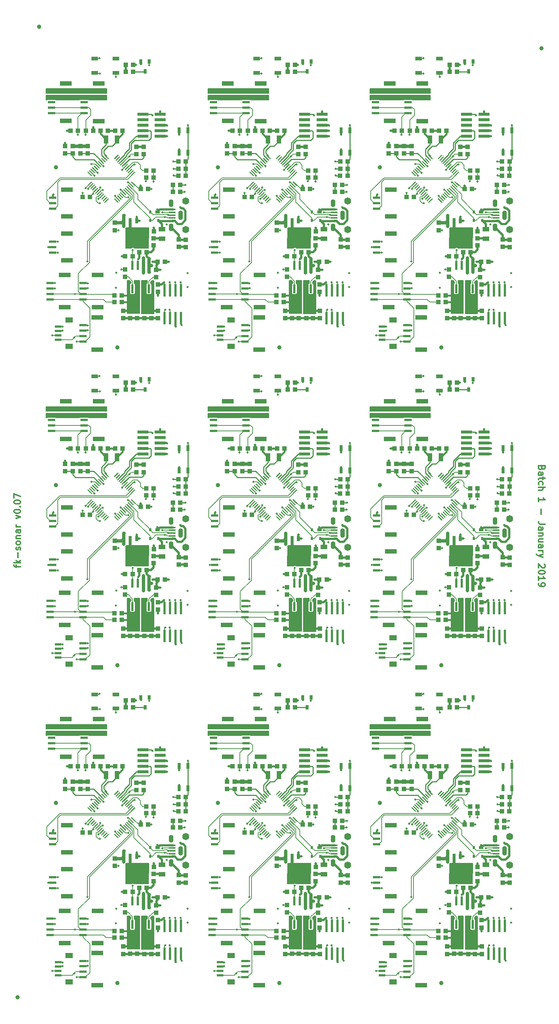
<source format=gbr>
G04 #@! TF.GenerationSoftware,KiCad,Pcbnew,(5.0.0)*
G04 #@! TF.CreationDate,2019-01-02T15:44:26-06:00*
G04 #@! TF.ProjectId,fk-sonar-v0.07-03x03,666B2D736F6E61722D76302E30372D30,0.1*
G04 #@! TF.SameCoordinates,Original*
G04 #@! TF.FileFunction,Copper,L1,Top,Signal*
G04 #@! TF.FilePolarity,Positive*
%FSLAX46Y46*%
G04 Gerber Fmt 4.6, Leading zero omitted, Abs format (unit mm)*
G04 Created by KiCad (PCBNEW (5.0.0)) date 01/02/19 15:44:26*
%MOMM*%
%LPD*%
G01*
G04 APERTURE LIST*
G04 #@! TA.AperFunction,NonConductor*
%ADD10C,0.300000*%
G04 #@! TD*
G04 #@! TA.AperFunction,BGAPad,CuDef*
%ADD11C,1.000000*%
G04 #@! TD*
G04 #@! TA.AperFunction,SMDPad,CuDef*
%ADD12R,0.700000X1.450000*%
G04 #@! TD*
G04 #@! TA.AperFunction,SMDPad,CuDef*
%ADD13R,2.500000X0.750000*%
G04 #@! TD*
G04 #@! TA.AperFunction,SMDPad,CuDef*
%ADD14R,2.800000X1.000000*%
G04 #@! TD*
G04 #@! TA.AperFunction,SMDPad,CuDef*
%ADD15R,1.700000X0.600000*%
G04 #@! TD*
G04 #@! TA.AperFunction,SMDPad,CuDef*
%ADD16R,0.600000X2.000000*%
G04 #@! TD*
G04 #@! TA.AperFunction,SMDPad,CuDef*
%ADD17R,1.000000X1.100000*%
G04 #@! TD*
G04 #@! TA.AperFunction,ComponentPad*
%ADD18O,1.100000X2.200000*%
G04 #@! TD*
G04 #@! TA.AperFunction,SMDPad,CuDef*
%ADD19R,1.500000X0.450000*%
G04 #@! TD*
G04 #@! TA.AperFunction,ComponentPad*
%ADD20O,1.100000X1.800000*%
G04 #@! TD*
G04 #@! TA.AperFunction,ComponentPad*
%ADD21O,1.600000X1.651000*%
G04 #@! TD*
G04 #@! TA.AperFunction,SMDPad,CuDef*
%ADD22R,1.100000X1.000000*%
G04 #@! TD*
G04 #@! TA.AperFunction,SMDPad,CuDef*
%ADD23R,0.600000X3.000000*%
G04 #@! TD*
G04 #@! TA.AperFunction,SMDPad,CuDef*
%ADD24R,0.600000X0.700000*%
G04 #@! TD*
G04 #@! TA.AperFunction,SMDPad,CuDef*
%ADD25R,1.000000X0.700000*%
G04 #@! TD*
G04 #@! TA.AperFunction,SMDPad,CuDef*
%ADD26R,1.500000X0.900000*%
G04 #@! TD*
G04 #@! TA.AperFunction,SMDPad,CuDef*
%ADD27C,0.250000*%
G04 #@! TD*
G04 #@! TA.AperFunction,Conductor*
%ADD28C,0.100000*%
G04 #@! TD*
G04 #@! TA.AperFunction,SMDPad,CuDef*
%ADD29R,0.650000X1.050000*%
G04 #@! TD*
G04 #@! TA.AperFunction,SMDPad,CuDef*
%ADD30R,1.100000X1.900000*%
G04 #@! TD*
G04 #@! TA.AperFunction,SMDPad,CuDef*
%ADD31R,1.500000X1.000000*%
G04 #@! TD*
G04 #@! TA.AperFunction,SMDPad,CuDef*
%ADD32R,1.800000X1.200000*%
G04 #@! TD*
G04 #@! TA.AperFunction,SMDPad,CuDef*
%ADD33R,1.550000X0.600000*%
G04 #@! TD*
G04 #@! TA.AperFunction,SMDPad,CuDef*
%ADD34R,2.000000X2.500000*%
G04 #@! TD*
G04 #@! TA.AperFunction,SMDPad,CuDef*
%ADD35R,0.800000X1.200000*%
G04 #@! TD*
G04 #@! TA.AperFunction,SMDPad,CuDef*
%ADD36R,0.800000X2.200000*%
G04 #@! TD*
G04 #@! TA.AperFunction,ViaPad*
%ADD37C,0.500000*%
G04 #@! TD*
G04 #@! TA.AperFunction,Conductor*
%ADD38C,0.508000*%
G04 #@! TD*
G04 #@! TA.AperFunction,Conductor*
%ADD39C,0.381000*%
G04 #@! TD*
G04 #@! TA.AperFunction,Conductor*
%ADD40C,0.203200*%
G04 #@! TD*
G04 #@! TA.AperFunction,Conductor*
%ADD41C,0.762000*%
G04 #@! TD*
G04 #@! TA.AperFunction,Conductor*
%ADD42C,0.254000*%
G04 #@! TD*
G04 APERTURE END LIST*
D10*
X188558542Y-113060828D02*
X188487114Y-113275114D01*
X188415685Y-113346542D01*
X188272828Y-113417971D01*
X188058542Y-113417971D01*
X187915685Y-113346542D01*
X187844257Y-113275114D01*
X187772828Y-113132257D01*
X187772828Y-112560828D01*
X189272828Y-112560828D01*
X189272828Y-113060828D01*
X189201400Y-113203685D01*
X189129971Y-113275114D01*
X188987114Y-113346542D01*
X188844257Y-113346542D01*
X188701400Y-113275114D01*
X188629971Y-113203685D01*
X188558542Y-113060828D01*
X188558542Y-112560828D01*
X187772828Y-114703685D02*
X188558542Y-114703685D01*
X188701400Y-114632257D01*
X188772828Y-114489400D01*
X188772828Y-114203685D01*
X188701400Y-114060828D01*
X187844257Y-114703685D02*
X187772828Y-114560828D01*
X187772828Y-114203685D01*
X187844257Y-114060828D01*
X187987114Y-113989400D01*
X188129971Y-113989400D01*
X188272828Y-114060828D01*
X188344257Y-114203685D01*
X188344257Y-114560828D01*
X188415685Y-114703685D01*
X188772828Y-115203685D02*
X188772828Y-115775114D01*
X189272828Y-115417971D02*
X187987114Y-115417971D01*
X187844257Y-115489400D01*
X187772828Y-115632257D01*
X187772828Y-115775114D01*
X187844257Y-116917971D02*
X187772828Y-116775114D01*
X187772828Y-116489400D01*
X187844257Y-116346542D01*
X187915685Y-116275114D01*
X188058542Y-116203685D01*
X188487114Y-116203685D01*
X188629971Y-116275114D01*
X188701400Y-116346542D01*
X188772828Y-116489400D01*
X188772828Y-116775114D01*
X188701400Y-116917971D01*
X187772828Y-117560828D02*
X189272828Y-117560828D01*
X187772828Y-118203685D02*
X188558542Y-118203685D01*
X188701400Y-118132257D01*
X188772828Y-117989400D01*
X188772828Y-117775114D01*
X188701400Y-117632257D01*
X188629971Y-117560828D01*
X187772828Y-120846542D02*
X187772828Y-119989400D01*
X187772828Y-120417971D02*
X189272828Y-120417971D01*
X189058542Y-120275114D01*
X188915685Y-120132257D01*
X188844257Y-119989400D01*
X188344257Y-122632257D02*
X188344257Y-123775114D01*
X189272828Y-126060828D02*
X188201400Y-126060828D01*
X187987114Y-125989400D01*
X187844257Y-125846542D01*
X187772828Y-125632257D01*
X187772828Y-125489400D01*
X187772828Y-127417971D02*
X188558542Y-127417971D01*
X188701400Y-127346542D01*
X188772828Y-127203685D01*
X188772828Y-126917971D01*
X188701400Y-126775114D01*
X187844257Y-127417971D02*
X187772828Y-127275114D01*
X187772828Y-126917971D01*
X187844257Y-126775114D01*
X187987114Y-126703685D01*
X188129971Y-126703685D01*
X188272828Y-126775114D01*
X188344257Y-126917971D01*
X188344257Y-127275114D01*
X188415685Y-127417971D01*
X188772828Y-128132257D02*
X187772828Y-128132257D01*
X188629971Y-128132257D02*
X188701400Y-128203685D01*
X188772828Y-128346542D01*
X188772828Y-128560828D01*
X188701400Y-128703685D01*
X188558542Y-128775114D01*
X187772828Y-128775114D01*
X188772828Y-130132257D02*
X187772828Y-130132257D01*
X188772828Y-129489400D02*
X187987114Y-129489400D01*
X187844257Y-129560828D01*
X187772828Y-129703685D01*
X187772828Y-129917971D01*
X187844257Y-130060828D01*
X187915685Y-130132257D01*
X187772828Y-131489400D02*
X188558542Y-131489400D01*
X188701400Y-131417971D01*
X188772828Y-131275114D01*
X188772828Y-130989400D01*
X188701400Y-130846542D01*
X187844257Y-131489400D02*
X187772828Y-131346542D01*
X187772828Y-130989400D01*
X187844257Y-130846542D01*
X187987114Y-130775114D01*
X188129971Y-130775114D01*
X188272828Y-130846542D01*
X188344257Y-130989400D01*
X188344257Y-131346542D01*
X188415685Y-131489400D01*
X187772828Y-132203685D02*
X188772828Y-132203685D01*
X188487114Y-132203685D02*
X188629971Y-132275114D01*
X188701400Y-132346542D01*
X188772828Y-132489400D01*
X188772828Y-132632257D01*
X188772828Y-132989400D02*
X187772828Y-133346542D01*
X188772828Y-133703685D02*
X187772828Y-133346542D01*
X187415685Y-133203685D01*
X187344257Y-133132257D01*
X187272828Y-132989400D01*
X189129971Y-135346542D02*
X189201400Y-135417971D01*
X189272828Y-135560828D01*
X189272828Y-135917971D01*
X189201400Y-136060828D01*
X189129971Y-136132257D01*
X188987114Y-136203685D01*
X188844257Y-136203685D01*
X188629971Y-136132257D01*
X187772828Y-135275114D01*
X187772828Y-136203685D01*
X189272828Y-137132257D02*
X189272828Y-137275114D01*
X189201400Y-137417971D01*
X189129971Y-137489400D01*
X188987114Y-137560828D01*
X188701400Y-137632257D01*
X188344257Y-137632257D01*
X188058542Y-137560828D01*
X187915685Y-137489400D01*
X187844257Y-137417971D01*
X187772828Y-137275114D01*
X187772828Y-137132257D01*
X187844257Y-136989400D01*
X187915685Y-136917971D01*
X188058542Y-136846542D01*
X188344257Y-136775114D01*
X188701400Y-136775114D01*
X188987114Y-136846542D01*
X189129971Y-136917971D01*
X189201400Y-136989400D01*
X189272828Y-137132257D01*
X187772828Y-139060828D02*
X187772828Y-138203685D01*
X187772828Y-138632257D02*
X189272828Y-138632257D01*
X189058542Y-138489400D01*
X188915685Y-138346542D01*
X188844257Y-138203685D01*
X187772828Y-139775114D02*
X187772828Y-140060828D01*
X187844257Y-140203685D01*
X187915685Y-140275114D01*
X188129971Y-140417971D01*
X188415685Y-140489400D01*
X188987114Y-140489400D01*
X189129971Y-140417971D01*
X189201400Y-140346542D01*
X189272828Y-140203685D01*
X189272828Y-139917971D01*
X189201400Y-139775114D01*
X189129971Y-139703685D01*
X188987114Y-139632257D01*
X188629971Y-139632257D01*
X188487114Y-139703685D01*
X188415685Y-139775114D01*
X188344257Y-139917971D01*
X188344257Y-140203685D01*
X188415685Y-140346542D01*
X188487114Y-140417971D01*
X188629971Y-140489400D01*
X66778571Y-136091428D02*
X66778571Y-135520000D01*
X67778571Y-135877142D02*
X66492857Y-135877142D01*
X66350000Y-135805714D01*
X66278571Y-135662857D01*
X66278571Y-135520000D01*
X67778571Y-135020000D02*
X66278571Y-135020000D01*
X67207142Y-134877142D02*
X67778571Y-134448571D01*
X66778571Y-134448571D02*
X67350000Y-135020000D01*
X67207142Y-133805714D02*
X67207142Y-132662857D01*
X67707142Y-132020000D02*
X67778571Y-131877142D01*
X67778571Y-131591428D01*
X67707142Y-131448571D01*
X67564285Y-131377142D01*
X67492857Y-131377142D01*
X67350000Y-131448571D01*
X67278571Y-131591428D01*
X67278571Y-131805714D01*
X67207142Y-131948571D01*
X67064285Y-132020000D01*
X66992857Y-132020000D01*
X66850000Y-131948571D01*
X66778571Y-131805714D01*
X66778571Y-131591428D01*
X66850000Y-131448571D01*
X67778571Y-130520000D02*
X67707142Y-130662857D01*
X67635714Y-130734285D01*
X67492857Y-130805714D01*
X67064285Y-130805714D01*
X66921428Y-130734285D01*
X66850000Y-130662857D01*
X66778571Y-130520000D01*
X66778571Y-130305714D01*
X66850000Y-130162857D01*
X66921428Y-130091428D01*
X67064285Y-130020000D01*
X67492857Y-130020000D01*
X67635714Y-130091428D01*
X67707142Y-130162857D01*
X67778571Y-130305714D01*
X67778571Y-130520000D01*
X66778571Y-129377142D02*
X67778571Y-129377142D01*
X66921428Y-129377142D02*
X66850000Y-129305714D01*
X66778571Y-129162857D01*
X66778571Y-128948571D01*
X66850000Y-128805714D01*
X66992857Y-128734285D01*
X67778571Y-128734285D01*
X67778571Y-127377142D02*
X66992857Y-127377142D01*
X66850000Y-127448571D01*
X66778571Y-127591428D01*
X66778571Y-127877142D01*
X66850000Y-128020000D01*
X67707142Y-127377142D02*
X67778571Y-127520000D01*
X67778571Y-127877142D01*
X67707142Y-128020000D01*
X67564285Y-128091428D01*
X67421428Y-128091428D01*
X67278571Y-128020000D01*
X67207142Y-127877142D01*
X67207142Y-127520000D01*
X67135714Y-127377142D01*
X67778571Y-126662857D02*
X66778571Y-126662857D01*
X67064285Y-126662857D02*
X66921428Y-126591428D01*
X66850000Y-126520000D01*
X66778571Y-126377142D01*
X66778571Y-126234285D01*
X66778571Y-124734285D02*
X67778571Y-124377142D01*
X66778571Y-124020000D01*
X66278571Y-123162857D02*
X66278571Y-123020000D01*
X66350000Y-122877142D01*
X66421428Y-122805714D01*
X66564285Y-122734285D01*
X66850000Y-122662857D01*
X67207142Y-122662857D01*
X67492857Y-122734285D01*
X67635714Y-122805714D01*
X67707142Y-122877142D01*
X67778571Y-123020000D01*
X67778571Y-123162857D01*
X67707142Y-123305714D01*
X67635714Y-123377142D01*
X67492857Y-123448571D01*
X67207142Y-123520000D01*
X66850000Y-123520000D01*
X66564285Y-123448571D01*
X66421428Y-123377142D01*
X66350000Y-123305714D01*
X66278571Y-123162857D01*
X67635714Y-122020000D02*
X67707142Y-121948571D01*
X67778571Y-122020000D01*
X67707142Y-122091428D01*
X67635714Y-122020000D01*
X67778571Y-122020000D01*
X66278571Y-121020000D02*
X66278571Y-120877142D01*
X66350000Y-120734285D01*
X66421428Y-120662857D01*
X66564285Y-120591428D01*
X66850000Y-120520000D01*
X67207142Y-120520000D01*
X67492857Y-120591428D01*
X67635714Y-120662857D01*
X67707142Y-120734285D01*
X67778571Y-120877142D01*
X67778571Y-121020000D01*
X67707142Y-121162857D01*
X67635714Y-121234285D01*
X67492857Y-121305714D01*
X67207142Y-121377142D01*
X66850000Y-121377142D01*
X66564285Y-121305714D01*
X66421428Y-121234285D01*
X66350000Y-121162857D01*
X66278571Y-121020000D01*
X66278571Y-120020000D02*
X66278571Y-119020000D01*
X67778571Y-119662857D01*
D11*
G04 #@! TO.P,REF\002A\002A,~*
G04 #@! TO.N,N/C*
X67100000Y-235520000D03*
G04 #@! TD*
G04 #@! TO.P,REF\002A\002A,~*
G04 #@! TO.N,N/C*
X188451400Y-15989400D03*
G04 #@! TD*
G04 #@! TO.P,REF\002A\002A,~*
G04 #@! TO.N,N/C*
X72100000Y-10989400D03*
G04 #@! TD*
D12*
G04 #@! TO.P,SW1,2*
G04 #@! TO.N,/RST*
X181539800Y-181988600D03*
X181539800Y-187148600D03*
G04 #@! TO.P,SW1,1*
G04 #@! TO.N,GND*
X179539800Y-187148600D03*
X179539800Y-181988600D03*
G04 #@! TD*
G04 #@! TO.P,SW1,2*
G04 #@! TO.N,/RST*
X144039800Y-181988600D03*
X144039800Y-187148600D03*
G04 #@! TO.P,SW1,1*
G04 #@! TO.N,GND*
X142039800Y-187148600D03*
X142039800Y-181988600D03*
G04 #@! TD*
G04 #@! TO.P,SW1,2*
G04 #@! TO.N,/RST*
X106539800Y-181988600D03*
X106539800Y-187148600D03*
G04 #@! TO.P,SW1,1*
G04 #@! TO.N,GND*
X104539800Y-187148600D03*
X104539800Y-181988600D03*
G04 #@! TD*
G04 #@! TO.P,SW1,2*
G04 #@! TO.N,/RST*
X181539800Y-108488600D03*
X181539800Y-113648600D03*
G04 #@! TO.P,SW1,1*
G04 #@! TO.N,GND*
X179539800Y-113648600D03*
X179539800Y-108488600D03*
G04 #@! TD*
G04 #@! TO.P,SW1,2*
G04 #@! TO.N,/RST*
X144039800Y-108488600D03*
X144039800Y-113648600D03*
G04 #@! TO.P,SW1,1*
G04 #@! TO.N,GND*
X142039800Y-113648600D03*
X142039800Y-108488600D03*
G04 #@! TD*
G04 #@! TO.P,SW1,2*
G04 #@! TO.N,/RST*
X106539800Y-108488600D03*
X106539800Y-113648600D03*
G04 #@! TO.P,SW1,1*
G04 #@! TO.N,GND*
X104539800Y-113648600D03*
X104539800Y-108488600D03*
G04 #@! TD*
G04 #@! TO.P,SW1,2*
G04 #@! TO.N,/RST*
X181539800Y-34988600D03*
X181539800Y-40148600D03*
G04 #@! TO.P,SW1,1*
G04 #@! TO.N,GND*
X179539800Y-40148600D03*
X179539800Y-34988600D03*
G04 #@! TD*
G04 #@! TO.P,SW1,2*
G04 #@! TO.N,/RST*
X144039800Y-34988600D03*
X144039800Y-40148600D03*
G04 #@! TO.P,SW1,1*
G04 #@! TO.N,GND*
X142039800Y-40148600D03*
X142039800Y-34988600D03*
G04 #@! TD*
D13*
G04 #@! TO.P,J2,10*
G04 #@! TO.N,/RST*
X171110300Y-178256700D03*
G04 #@! TO.P,J2,9*
G04 #@! TO.N,GND*
X175110300Y-178256700D03*
G04 #@! TO.P,J2,8*
G04 #@! TO.N,Net-(J2-Pad8)*
X171110300Y-179526700D03*
G04 #@! TO.P,J2,7*
G04 #@! TO.N,Net-(J2-Pad7)*
X175110300Y-179526700D03*
G04 #@! TO.P,J2,6*
G04 #@! TO.N,Net-(J2-Pad6)*
X171110300Y-180796700D03*
G04 #@! TO.P,J2,5*
G04 #@! TO.N,GND*
X175110300Y-180796700D03*
G04 #@! TO.P,J2,4*
G04 #@! TO.N,/SWCLK*
X171110300Y-182066700D03*
G04 #@! TO.P,J2,3*
G04 #@! TO.N,GND*
X175110300Y-182066700D03*
G04 #@! TO.P,J2,2*
G04 #@! TO.N,/SWDIO*
X171110300Y-183336700D03*
G04 #@! TO.P,J2,1*
G04 #@! TO.N,3V3*
X175110300Y-183336700D03*
G04 #@! TD*
G04 #@! TO.P,J2,10*
G04 #@! TO.N,/RST*
X133610300Y-178256700D03*
G04 #@! TO.P,J2,9*
G04 #@! TO.N,GND*
X137610300Y-178256700D03*
G04 #@! TO.P,J2,8*
G04 #@! TO.N,Net-(J2-Pad8)*
X133610300Y-179526700D03*
G04 #@! TO.P,J2,7*
G04 #@! TO.N,Net-(J2-Pad7)*
X137610300Y-179526700D03*
G04 #@! TO.P,J2,6*
G04 #@! TO.N,Net-(J2-Pad6)*
X133610300Y-180796700D03*
G04 #@! TO.P,J2,5*
G04 #@! TO.N,GND*
X137610300Y-180796700D03*
G04 #@! TO.P,J2,4*
G04 #@! TO.N,/SWCLK*
X133610300Y-182066700D03*
G04 #@! TO.P,J2,3*
G04 #@! TO.N,GND*
X137610300Y-182066700D03*
G04 #@! TO.P,J2,2*
G04 #@! TO.N,/SWDIO*
X133610300Y-183336700D03*
G04 #@! TO.P,J2,1*
G04 #@! TO.N,3V3*
X137610300Y-183336700D03*
G04 #@! TD*
G04 #@! TO.P,J2,10*
G04 #@! TO.N,/RST*
X96110300Y-178256700D03*
G04 #@! TO.P,J2,9*
G04 #@! TO.N,GND*
X100110300Y-178256700D03*
G04 #@! TO.P,J2,8*
G04 #@! TO.N,Net-(J2-Pad8)*
X96110300Y-179526700D03*
G04 #@! TO.P,J2,7*
G04 #@! TO.N,Net-(J2-Pad7)*
X100110300Y-179526700D03*
G04 #@! TO.P,J2,6*
G04 #@! TO.N,Net-(J2-Pad6)*
X96110300Y-180796700D03*
G04 #@! TO.P,J2,5*
G04 #@! TO.N,GND*
X100110300Y-180796700D03*
G04 #@! TO.P,J2,4*
G04 #@! TO.N,/SWCLK*
X96110300Y-182066700D03*
G04 #@! TO.P,J2,3*
G04 #@! TO.N,GND*
X100110300Y-182066700D03*
G04 #@! TO.P,J2,2*
G04 #@! TO.N,/SWDIO*
X96110300Y-183336700D03*
G04 #@! TO.P,J2,1*
G04 #@! TO.N,3V3*
X100110300Y-183336700D03*
G04 #@! TD*
G04 #@! TO.P,J2,10*
G04 #@! TO.N,/RST*
X171110300Y-104756700D03*
G04 #@! TO.P,J2,9*
G04 #@! TO.N,GND*
X175110300Y-104756700D03*
G04 #@! TO.P,J2,8*
G04 #@! TO.N,Net-(J2-Pad8)*
X171110300Y-106026700D03*
G04 #@! TO.P,J2,7*
G04 #@! TO.N,Net-(J2-Pad7)*
X175110300Y-106026700D03*
G04 #@! TO.P,J2,6*
G04 #@! TO.N,Net-(J2-Pad6)*
X171110300Y-107296700D03*
G04 #@! TO.P,J2,5*
G04 #@! TO.N,GND*
X175110300Y-107296700D03*
G04 #@! TO.P,J2,4*
G04 #@! TO.N,/SWCLK*
X171110300Y-108566700D03*
G04 #@! TO.P,J2,3*
G04 #@! TO.N,GND*
X175110300Y-108566700D03*
G04 #@! TO.P,J2,2*
G04 #@! TO.N,/SWDIO*
X171110300Y-109836700D03*
G04 #@! TO.P,J2,1*
G04 #@! TO.N,3V3*
X175110300Y-109836700D03*
G04 #@! TD*
G04 #@! TO.P,J2,10*
G04 #@! TO.N,/RST*
X133610300Y-104756700D03*
G04 #@! TO.P,J2,9*
G04 #@! TO.N,GND*
X137610300Y-104756700D03*
G04 #@! TO.P,J2,8*
G04 #@! TO.N,Net-(J2-Pad8)*
X133610300Y-106026700D03*
G04 #@! TO.P,J2,7*
G04 #@! TO.N,Net-(J2-Pad7)*
X137610300Y-106026700D03*
G04 #@! TO.P,J2,6*
G04 #@! TO.N,Net-(J2-Pad6)*
X133610300Y-107296700D03*
G04 #@! TO.P,J2,5*
G04 #@! TO.N,GND*
X137610300Y-107296700D03*
G04 #@! TO.P,J2,4*
G04 #@! TO.N,/SWCLK*
X133610300Y-108566700D03*
G04 #@! TO.P,J2,3*
G04 #@! TO.N,GND*
X137610300Y-108566700D03*
G04 #@! TO.P,J2,2*
G04 #@! TO.N,/SWDIO*
X133610300Y-109836700D03*
G04 #@! TO.P,J2,1*
G04 #@! TO.N,3V3*
X137610300Y-109836700D03*
G04 #@! TD*
G04 #@! TO.P,J2,10*
G04 #@! TO.N,/RST*
X96110300Y-104756700D03*
G04 #@! TO.P,J2,9*
G04 #@! TO.N,GND*
X100110300Y-104756700D03*
G04 #@! TO.P,J2,8*
G04 #@! TO.N,Net-(J2-Pad8)*
X96110300Y-106026700D03*
G04 #@! TO.P,J2,7*
G04 #@! TO.N,Net-(J2-Pad7)*
X100110300Y-106026700D03*
G04 #@! TO.P,J2,6*
G04 #@! TO.N,Net-(J2-Pad6)*
X96110300Y-107296700D03*
G04 #@! TO.P,J2,5*
G04 #@! TO.N,GND*
X100110300Y-107296700D03*
G04 #@! TO.P,J2,4*
G04 #@! TO.N,/SWCLK*
X96110300Y-108566700D03*
G04 #@! TO.P,J2,3*
G04 #@! TO.N,GND*
X100110300Y-108566700D03*
G04 #@! TO.P,J2,2*
G04 #@! TO.N,/SWDIO*
X96110300Y-109836700D03*
G04 #@! TO.P,J2,1*
G04 #@! TO.N,3V3*
X100110300Y-109836700D03*
G04 #@! TD*
G04 #@! TO.P,J2,10*
G04 #@! TO.N,/RST*
X171110300Y-31256700D03*
G04 #@! TO.P,J2,9*
G04 #@! TO.N,GND*
X175110300Y-31256700D03*
G04 #@! TO.P,J2,8*
G04 #@! TO.N,Net-(J2-Pad8)*
X171110300Y-32526700D03*
G04 #@! TO.P,J2,7*
G04 #@! TO.N,Net-(J2-Pad7)*
X175110300Y-32526700D03*
G04 #@! TO.P,J2,6*
G04 #@! TO.N,Net-(J2-Pad6)*
X171110300Y-33796700D03*
G04 #@! TO.P,J2,5*
G04 #@! TO.N,GND*
X175110300Y-33796700D03*
G04 #@! TO.P,J2,4*
G04 #@! TO.N,/SWCLK*
X171110300Y-35066700D03*
G04 #@! TO.P,J2,3*
G04 #@! TO.N,GND*
X175110300Y-35066700D03*
G04 #@! TO.P,J2,2*
G04 #@! TO.N,/SWDIO*
X171110300Y-36336700D03*
G04 #@! TO.P,J2,1*
G04 #@! TO.N,3V3*
X175110300Y-36336700D03*
G04 #@! TD*
G04 #@! TO.P,J2,10*
G04 #@! TO.N,/RST*
X133610300Y-31256700D03*
G04 #@! TO.P,J2,9*
G04 #@! TO.N,GND*
X137610300Y-31256700D03*
G04 #@! TO.P,J2,8*
G04 #@! TO.N,Net-(J2-Pad8)*
X133610300Y-32526700D03*
G04 #@! TO.P,J2,7*
G04 #@! TO.N,Net-(J2-Pad7)*
X137610300Y-32526700D03*
G04 #@! TO.P,J2,6*
G04 #@! TO.N,Net-(J2-Pad6)*
X133610300Y-33796700D03*
G04 #@! TO.P,J2,5*
G04 #@! TO.N,GND*
X137610300Y-33796700D03*
G04 #@! TO.P,J2,4*
G04 #@! TO.N,/SWCLK*
X133610300Y-35066700D03*
G04 #@! TO.P,J2,3*
G04 #@! TO.N,GND*
X137610300Y-35066700D03*
G04 #@! TO.P,J2,2*
G04 #@! TO.N,/SWDIO*
X133610300Y-36336700D03*
G04 #@! TO.P,J2,1*
G04 #@! TO.N,3V3*
X137610300Y-36336700D03*
G04 #@! TD*
D14*
G04 #@! TO.P,J10,*
G04 #@! TO.N,*
X160877400Y-179836200D03*
X160877400Y-171136200D03*
D15*
G04 #@! TO.P,J10,5*
G04 #@! TO.N,/SDA3*
X157527400Y-177986200D03*
G04 #@! TO.P,J10,4*
G04 #@! TO.N,/SCL3*
X157527400Y-176736200D03*
G04 #@! TO.P,J10,3*
G04 #@! TO.N,Net-(J10-Pad3)*
X157527400Y-175486200D03*
G04 #@! TO.P,J10,2*
G04 #@! TO.N,GND*
X157527400Y-174236200D03*
G04 #@! TO.P,J10,1*
G04 #@! TO.N,3V3*
X157527400Y-172986200D03*
G04 #@! TD*
D14*
G04 #@! TO.P,J10,*
G04 #@! TO.N,*
X123377400Y-179836200D03*
X123377400Y-171136200D03*
D15*
G04 #@! TO.P,J10,5*
G04 #@! TO.N,/SDA3*
X120027400Y-177986200D03*
G04 #@! TO.P,J10,4*
G04 #@! TO.N,/SCL3*
X120027400Y-176736200D03*
G04 #@! TO.P,J10,3*
G04 #@! TO.N,Net-(J10-Pad3)*
X120027400Y-175486200D03*
G04 #@! TO.P,J10,2*
G04 #@! TO.N,GND*
X120027400Y-174236200D03*
G04 #@! TO.P,J10,1*
G04 #@! TO.N,3V3*
X120027400Y-172986200D03*
G04 #@! TD*
D14*
G04 #@! TO.P,J10,*
G04 #@! TO.N,*
X85877400Y-179836200D03*
X85877400Y-171136200D03*
D15*
G04 #@! TO.P,J10,5*
G04 #@! TO.N,/SDA3*
X82527400Y-177986200D03*
G04 #@! TO.P,J10,4*
G04 #@! TO.N,/SCL3*
X82527400Y-176736200D03*
G04 #@! TO.P,J10,3*
G04 #@! TO.N,Net-(J10-Pad3)*
X82527400Y-175486200D03*
G04 #@! TO.P,J10,2*
G04 #@! TO.N,GND*
X82527400Y-174236200D03*
G04 #@! TO.P,J10,1*
G04 #@! TO.N,3V3*
X82527400Y-172986200D03*
G04 #@! TD*
D14*
G04 #@! TO.P,J10,*
G04 #@! TO.N,*
X160877400Y-106336200D03*
X160877400Y-97636200D03*
D15*
G04 #@! TO.P,J10,5*
G04 #@! TO.N,/SDA3*
X157527400Y-104486200D03*
G04 #@! TO.P,J10,4*
G04 #@! TO.N,/SCL3*
X157527400Y-103236200D03*
G04 #@! TO.P,J10,3*
G04 #@! TO.N,Net-(J10-Pad3)*
X157527400Y-101986200D03*
G04 #@! TO.P,J10,2*
G04 #@! TO.N,GND*
X157527400Y-100736200D03*
G04 #@! TO.P,J10,1*
G04 #@! TO.N,3V3*
X157527400Y-99486200D03*
G04 #@! TD*
D14*
G04 #@! TO.P,J10,*
G04 #@! TO.N,*
X123377400Y-106336200D03*
X123377400Y-97636200D03*
D15*
G04 #@! TO.P,J10,5*
G04 #@! TO.N,/SDA3*
X120027400Y-104486200D03*
G04 #@! TO.P,J10,4*
G04 #@! TO.N,/SCL3*
X120027400Y-103236200D03*
G04 #@! TO.P,J10,3*
G04 #@! TO.N,Net-(J10-Pad3)*
X120027400Y-101986200D03*
G04 #@! TO.P,J10,2*
G04 #@! TO.N,GND*
X120027400Y-100736200D03*
G04 #@! TO.P,J10,1*
G04 #@! TO.N,3V3*
X120027400Y-99486200D03*
G04 #@! TD*
D14*
G04 #@! TO.P,J10,*
G04 #@! TO.N,*
X85877400Y-106336200D03*
X85877400Y-97636200D03*
D15*
G04 #@! TO.P,J10,5*
G04 #@! TO.N,/SDA3*
X82527400Y-104486200D03*
G04 #@! TO.P,J10,4*
G04 #@! TO.N,/SCL3*
X82527400Y-103236200D03*
G04 #@! TO.P,J10,3*
G04 #@! TO.N,Net-(J10-Pad3)*
X82527400Y-101986200D03*
G04 #@! TO.P,J10,2*
G04 #@! TO.N,GND*
X82527400Y-100736200D03*
G04 #@! TO.P,J10,1*
G04 #@! TO.N,3V3*
X82527400Y-99486200D03*
G04 #@! TD*
D14*
G04 #@! TO.P,J10,*
G04 #@! TO.N,*
X160877400Y-32836200D03*
X160877400Y-24136200D03*
D15*
G04 #@! TO.P,J10,5*
G04 #@! TO.N,/SDA3*
X157527400Y-30986200D03*
G04 #@! TO.P,J10,4*
G04 #@! TO.N,/SCL3*
X157527400Y-29736200D03*
G04 #@! TO.P,J10,3*
G04 #@! TO.N,Net-(J10-Pad3)*
X157527400Y-28486200D03*
G04 #@! TO.P,J10,2*
G04 #@! TO.N,GND*
X157527400Y-27236200D03*
G04 #@! TO.P,J10,1*
G04 #@! TO.N,3V3*
X157527400Y-25986200D03*
G04 #@! TD*
D14*
G04 #@! TO.P,J10,*
G04 #@! TO.N,*
X123377400Y-32836200D03*
X123377400Y-24136200D03*
D15*
G04 #@! TO.P,J10,5*
G04 #@! TO.N,/SDA3*
X120027400Y-30986200D03*
G04 #@! TO.P,J10,4*
G04 #@! TO.N,/SCL3*
X120027400Y-29736200D03*
G04 #@! TO.P,J10,3*
G04 #@! TO.N,Net-(J10-Pad3)*
X120027400Y-28486200D03*
G04 #@! TO.P,J10,2*
G04 #@! TO.N,GND*
X120027400Y-27236200D03*
G04 #@! TO.P,J10,1*
G04 #@! TO.N,3V3*
X120027400Y-25986200D03*
G04 #@! TD*
D14*
G04 #@! TO.P,J9,*
G04 #@! TO.N,*
X153314000Y-179825400D03*
X153314000Y-171125400D03*
D15*
G04 #@! TO.P,J9,5*
G04 #@! TO.N,/SDA3*
X149964000Y-177975400D03*
G04 #@! TO.P,J9,4*
G04 #@! TO.N,/SCL3*
X149964000Y-176725400D03*
G04 #@! TO.P,J9,3*
G04 #@! TO.N,Net-(J9-Pad3)*
X149964000Y-175475400D03*
G04 #@! TO.P,J9,2*
G04 #@! TO.N,GND*
X149964000Y-174225400D03*
G04 #@! TO.P,J9,1*
G04 #@! TO.N,3V3*
X149964000Y-172975400D03*
G04 #@! TD*
D14*
G04 #@! TO.P,J9,*
G04 #@! TO.N,*
X115814000Y-179825400D03*
X115814000Y-171125400D03*
D15*
G04 #@! TO.P,J9,5*
G04 #@! TO.N,/SDA3*
X112464000Y-177975400D03*
G04 #@! TO.P,J9,4*
G04 #@! TO.N,/SCL3*
X112464000Y-176725400D03*
G04 #@! TO.P,J9,3*
G04 #@! TO.N,Net-(J9-Pad3)*
X112464000Y-175475400D03*
G04 #@! TO.P,J9,2*
G04 #@! TO.N,GND*
X112464000Y-174225400D03*
G04 #@! TO.P,J9,1*
G04 #@! TO.N,3V3*
X112464000Y-172975400D03*
G04 #@! TD*
D14*
G04 #@! TO.P,J9,*
G04 #@! TO.N,*
X78314000Y-179825400D03*
X78314000Y-171125400D03*
D15*
G04 #@! TO.P,J9,5*
G04 #@! TO.N,/SDA3*
X74964000Y-177975400D03*
G04 #@! TO.P,J9,4*
G04 #@! TO.N,/SCL3*
X74964000Y-176725400D03*
G04 #@! TO.P,J9,3*
G04 #@! TO.N,Net-(J9-Pad3)*
X74964000Y-175475400D03*
G04 #@! TO.P,J9,2*
G04 #@! TO.N,GND*
X74964000Y-174225400D03*
G04 #@! TO.P,J9,1*
G04 #@! TO.N,3V3*
X74964000Y-172975400D03*
G04 #@! TD*
D14*
G04 #@! TO.P,J9,*
G04 #@! TO.N,*
X153314000Y-106325400D03*
X153314000Y-97625400D03*
D15*
G04 #@! TO.P,J9,5*
G04 #@! TO.N,/SDA3*
X149964000Y-104475400D03*
G04 #@! TO.P,J9,4*
G04 #@! TO.N,/SCL3*
X149964000Y-103225400D03*
G04 #@! TO.P,J9,3*
G04 #@! TO.N,Net-(J9-Pad3)*
X149964000Y-101975400D03*
G04 #@! TO.P,J9,2*
G04 #@! TO.N,GND*
X149964000Y-100725400D03*
G04 #@! TO.P,J9,1*
G04 #@! TO.N,3V3*
X149964000Y-99475400D03*
G04 #@! TD*
D14*
G04 #@! TO.P,J9,*
G04 #@! TO.N,*
X115814000Y-106325400D03*
X115814000Y-97625400D03*
D15*
G04 #@! TO.P,J9,5*
G04 #@! TO.N,/SDA3*
X112464000Y-104475400D03*
G04 #@! TO.P,J9,4*
G04 #@! TO.N,/SCL3*
X112464000Y-103225400D03*
G04 #@! TO.P,J9,3*
G04 #@! TO.N,Net-(J9-Pad3)*
X112464000Y-101975400D03*
G04 #@! TO.P,J9,2*
G04 #@! TO.N,GND*
X112464000Y-100725400D03*
G04 #@! TO.P,J9,1*
G04 #@! TO.N,3V3*
X112464000Y-99475400D03*
G04 #@! TD*
D14*
G04 #@! TO.P,J9,*
G04 #@! TO.N,*
X78314000Y-106325400D03*
X78314000Y-97625400D03*
D15*
G04 #@! TO.P,J9,5*
G04 #@! TO.N,/SDA3*
X74964000Y-104475400D03*
G04 #@! TO.P,J9,4*
G04 #@! TO.N,/SCL3*
X74964000Y-103225400D03*
G04 #@! TO.P,J9,3*
G04 #@! TO.N,Net-(J9-Pad3)*
X74964000Y-101975400D03*
G04 #@! TO.P,J9,2*
G04 #@! TO.N,GND*
X74964000Y-100725400D03*
G04 #@! TO.P,J9,1*
G04 #@! TO.N,3V3*
X74964000Y-99475400D03*
G04 #@! TD*
D14*
G04 #@! TO.P,J9,*
G04 #@! TO.N,*
X153314000Y-32825400D03*
X153314000Y-24125400D03*
D15*
G04 #@! TO.P,J9,5*
G04 #@! TO.N,/SDA3*
X149964000Y-30975400D03*
G04 #@! TO.P,J9,4*
G04 #@! TO.N,/SCL3*
X149964000Y-29725400D03*
G04 #@! TO.P,J9,3*
G04 #@! TO.N,Net-(J9-Pad3)*
X149964000Y-28475400D03*
G04 #@! TO.P,J9,2*
G04 #@! TO.N,GND*
X149964000Y-27225400D03*
G04 #@! TO.P,J9,1*
G04 #@! TO.N,3V3*
X149964000Y-25975400D03*
G04 #@! TD*
D14*
G04 #@! TO.P,J9,*
G04 #@! TO.N,*
X115814000Y-32825400D03*
X115814000Y-24125400D03*
D15*
G04 #@! TO.P,J9,5*
G04 #@! TO.N,/SDA3*
X112464000Y-30975400D03*
G04 #@! TO.P,J9,4*
G04 #@! TO.N,/SCL3*
X112464000Y-29725400D03*
G04 #@! TO.P,J9,3*
G04 #@! TO.N,Net-(J9-Pad3)*
X112464000Y-28475400D03*
G04 #@! TO.P,J9,2*
G04 #@! TO.N,GND*
X112464000Y-27225400D03*
G04 #@! TO.P,J9,1*
G04 #@! TO.N,3V3*
X112464000Y-25975400D03*
G04 #@! TD*
D16*
G04 #@! TO.P,U3,1*
G04 #@! TO.N,GND*
X172538800Y-213237600D03*
G04 #@! TO.P,U3,2*
G04 #@! TO.N,3V3*
X171268800Y-213237600D03*
G04 #@! TO.P,U3,3*
G04 #@! TO.N,/D8_PERIPH_EN*
X169998800Y-213237600D03*
G04 #@! TO.P,U3,4*
G04 #@! TO.N,/D7_SENSOR_EN*
X168728800Y-213237600D03*
G04 #@! TO.P,U3,5*
G04 #@! TO.N,Net-(R9-Pad1)*
X168728800Y-218637600D03*
G04 #@! TO.P,U3,6*
G04 #@! TO.N,/SENSOR_3V3*
X169998800Y-218637600D03*
G04 #@! TO.P,U3,7*
G04 #@! TO.N,/PERIPH_3V3*
X171268800Y-218637600D03*
G04 #@! TO.P,U3,8*
G04 #@! TO.N,Net-(R7-Pad1)*
X172538800Y-218637600D03*
G04 #@! TD*
G04 #@! TO.P,U3,1*
G04 #@! TO.N,GND*
X135038800Y-213237600D03*
G04 #@! TO.P,U3,2*
G04 #@! TO.N,3V3*
X133768800Y-213237600D03*
G04 #@! TO.P,U3,3*
G04 #@! TO.N,/D8_PERIPH_EN*
X132498800Y-213237600D03*
G04 #@! TO.P,U3,4*
G04 #@! TO.N,/D7_SENSOR_EN*
X131228800Y-213237600D03*
G04 #@! TO.P,U3,5*
G04 #@! TO.N,Net-(R9-Pad1)*
X131228800Y-218637600D03*
G04 #@! TO.P,U3,6*
G04 #@! TO.N,/SENSOR_3V3*
X132498800Y-218637600D03*
G04 #@! TO.P,U3,7*
G04 #@! TO.N,/PERIPH_3V3*
X133768800Y-218637600D03*
G04 #@! TO.P,U3,8*
G04 #@! TO.N,Net-(R7-Pad1)*
X135038800Y-218637600D03*
G04 #@! TD*
G04 #@! TO.P,U3,1*
G04 #@! TO.N,GND*
X97538800Y-213237600D03*
G04 #@! TO.P,U3,2*
G04 #@! TO.N,3V3*
X96268800Y-213237600D03*
G04 #@! TO.P,U3,3*
G04 #@! TO.N,/D8_PERIPH_EN*
X94998800Y-213237600D03*
G04 #@! TO.P,U3,4*
G04 #@! TO.N,/D7_SENSOR_EN*
X93728800Y-213237600D03*
G04 #@! TO.P,U3,5*
G04 #@! TO.N,Net-(R9-Pad1)*
X93728800Y-218637600D03*
G04 #@! TO.P,U3,6*
G04 #@! TO.N,/SENSOR_3V3*
X94998800Y-218637600D03*
G04 #@! TO.P,U3,7*
G04 #@! TO.N,/PERIPH_3V3*
X96268800Y-218637600D03*
G04 #@! TO.P,U3,8*
G04 #@! TO.N,Net-(R7-Pad1)*
X97538800Y-218637600D03*
G04 #@! TD*
G04 #@! TO.P,U3,1*
G04 #@! TO.N,GND*
X172538800Y-139737600D03*
G04 #@! TO.P,U3,2*
G04 #@! TO.N,3V3*
X171268800Y-139737600D03*
G04 #@! TO.P,U3,3*
G04 #@! TO.N,/D8_PERIPH_EN*
X169998800Y-139737600D03*
G04 #@! TO.P,U3,4*
G04 #@! TO.N,/D7_SENSOR_EN*
X168728800Y-139737600D03*
G04 #@! TO.P,U3,5*
G04 #@! TO.N,Net-(R9-Pad1)*
X168728800Y-145137600D03*
G04 #@! TO.P,U3,6*
G04 #@! TO.N,/SENSOR_3V3*
X169998800Y-145137600D03*
G04 #@! TO.P,U3,7*
G04 #@! TO.N,/PERIPH_3V3*
X171268800Y-145137600D03*
G04 #@! TO.P,U3,8*
G04 #@! TO.N,Net-(R7-Pad1)*
X172538800Y-145137600D03*
G04 #@! TD*
G04 #@! TO.P,U3,1*
G04 #@! TO.N,GND*
X135038800Y-139737600D03*
G04 #@! TO.P,U3,2*
G04 #@! TO.N,3V3*
X133768800Y-139737600D03*
G04 #@! TO.P,U3,3*
G04 #@! TO.N,/D8_PERIPH_EN*
X132498800Y-139737600D03*
G04 #@! TO.P,U3,4*
G04 #@! TO.N,/D7_SENSOR_EN*
X131228800Y-139737600D03*
G04 #@! TO.P,U3,5*
G04 #@! TO.N,Net-(R9-Pad1)*
X131228800Y-145137600D03*
G04 #@! TO.P,U3,6*
G04 #@! TO.N,/SENSOR_3V3*
X132498800Y-145137600D03*
G04 #@! TO.P,U3,7*
G04 #@! TO.N,/PERIPH_3V3*
X133768800Y-145137600D03*
G04 #@! TO.P,U3,8*
G04 #@! TO.N,Net-(R7-Pad1)*
X135038800Y-145137600D03*
G04 #@! TD*
G04 #@! TO.P,U3,1*
G04 #@! TO.N,GND*
X97538800Y-139737600D03*
G04 #@! TO.P,U3,2*
G04 #@! TO.N,3V3*
X96268800Y-139737600D03*
G04 #@! TO.P,U3,3*
G04 #@! TO.N,/D8_PERIPH_EN*
X94998800Y-139737600D03*
G04 #@! TO.P,U3,4*
G04 #@! TO.N,/D7_SENSOR_EN*
X93728800Y-139737600D03*
G04 #@! TO.P,U3,5*
G04 #@! TO.N,Net-(R9-Pad1)*
X93728800Y-145137600D03*
G04 #@! TO.P,U3,6*
G04 #@! TO.N,/SENSOR_3V3*
X94998800Y-145137600D03*
G04 #@! TO.P,U3,7*
G04 #@! TO.N,/PERIPH_3V3*
X96268800Y-145137600D03*
G04 #@! TO.P,U3,8*
G04 #@! TO.N,Net-(R7-Pad1)*
X97538800Y-145137600D03*
G04 #@! TD*
G04 #@! TO.P,U3,1*
G04 #@! TO.N,GND*
X172538800Y-66237600D03*
G04 #@! TO.P,U3,2*
G04 #@! TO.N,3V3*
X171268800Y-66237600D03*
G04 #@! TO.P,U3,3*
G04 #@! TO.N,/D8_PERIPH_EN*
X169998800Y-66237600D03*
G04 #@! TO.P,U3,4*
G04 #@! TO.N,/D7_SENSOR_EN*
X168728800Y-66237600D03*
G04 #@! TO.P,U3,5*
G04 #@! TO.N,Net-(R9-Pad1)*
X168728800Y-71637600D03*
G04 #@! TO.P,U3,6*
G04 #@! TO.N,/SENSOR_3V3*
X169998800Y-71637600D03*
G04 #@! TO.P,U3,7*
G04 #@! TO.N,/PERIPH_3V3*
X171268800Y-71637600D03*
G04 #@! TO.P,U3,8*
G04 #@! TO.N,Net-(R7-Pad1)*
X172538800Y-71637600D03*
G04 #@! TD*
G04 #@! TO.P,U3,1*
G04 #@! TO.N,GND*
X135038800Y-66237600D03*
G04 #@! TO.P,U3,2*
G04 #@! TO.N,3V3*
X133768800Y-66237600D03*
G04 #@! TO.P,U3,3*
G04 #@! TO.N,/D8_PERIPH_EN*
X132498800Y-66237600D03*
G04 #@! TO.P,U3,4*
G04 #@! TO.N,/D7_SENSOR_EN*
X131228800Y-66237600D03*
G04 #@! TO.P,U3,5*
G04 #@! TO.N,Net-(R9-Pad1)*
X131228800Y-71637600D03*
G04 #@! TO.P,U3,6*
G04 #@! TO.N,/SENSOR_3V3*
X132498800Y-71637600D03*
G04 #@! TO.P,U3,7*
G04 #@! TO.N,/PERIPH_3V3*
X133768800Y-71637600D03*
G04 #@! TO.P,U3,8*
G04 #@! TO.N,Net-(R7-Pad1)*
X135038800Y-71637600D03*
G04 #@! TD*
D17*
G04 #@! TO.P,R4,2*
G04 #@! TO.N,GND*
X179473000Y-208939000D03*
G04 #@! TO.P,R4,1*
G04 #@! TO.N,Net-(C13-Pad1)*
X179473000Y-207239000D03*
G04 #@! TD*
G04 #@! TO.P,R4,2*
G04 #@! TO.N,GND*
X141973000Y-208939000D03*
G04 #@! TO.P,R4,1*
G04 #@! TO.N,Net-(C13-Pad1)*
X141973000Y-207239000D03*
G04 #@! TD*
G04 #@! TO.P,R4,2*
G04 #@! TO.N,GND*
X104473000Y-208939000D03*
G04 #@! TO.P,R4,1*
G04 #@! TO.N,Net-(C13-Pad1)*
X104473000Y-207239000D03*
G04 #@! TD*
G04 #@! TO.P,R4,2*
G04 #@! TO.N,GND*
X179473000Y-135439000D03*
G04 #@! TO.P,R4,1*
G04 #@! TO.N,Net-(C13-Pad1)*
X179473000Y-133739000D03*
G04 #@! TD*
G04 #@! TO.P,R4,2*
G04 #@! TO.N,GND*
X141973000Y-135439000D03*
G04 #@! TO.P,R4,1*
G04 #@! TO.N,Net-(C13-Pad1)*
X141973000Y-133739000D03*
G04 #@! TD*
G04 #@! TO.P,R4,2*
G04 #@! TO.N,GND*
X104473000Y-135439000D03*
G04 #@! TO.P,R4,1*
G04 #@! TO.N,Net-(C13-Pad1)*
X104473000Y-133739000D03*
G04 #@! TD*
G04 #@! TO.P,R4,2*
G04 #@! TO.N,GND*
X179473000Y-61939000D03*
G04 #@! TO.P,R4,1*
G04 #@! TO.N,Net-(C13-Pad1)*
X179473000Y-60239000D03*
G04 #@! TD*
G04 #@! TO.P,R4,2*
G04 #@! TO.N,GND*
X141973000Y-61939000D03*
G04 #@! TO.P,R4,1*
G04 #@! TO.N,Net-(C13-Pad1)*
X141973000Y-60239000D03*
G04 #@! TD*
D18*
G04 #@! TO.P,J4,8*
G04 #@! TO.N,Net-(J4-Pad8)*
X179854000Y-201612000D03*
D19*
G04 #@! TO.P,J4,5*
G04 #@! TO.N,GND*
X177954000Y-200312000D03*
G04 #@! TO.P,J4,4*
G04 #@! TO.N,Net-(J3-Pad4)*
X177954000Y-200962000D03*
G04 #@! TO.P,J4,2*
G04 #@! TO.N,/USB-*
X177954000Y-202262000D03*
G04 #@! TO.P,J4,3*
G04 #@! TO.N,/USB+*
X177954000Y-201612000D03*
D20*
G04 #@! TO.P,J4,7*
G04 #@! TO.N,Net-(J4-Pad7)*
X177704000Y-198812000D03*
G04 #@! TO.P,J4,6*
G04 #@! TO.N,Net-(C13-Pad1)*
X177704000Y-204412000D03*
D19*
G04 #@! TO.P,J4,1*
G04 #@! TO.N,VUSB*
X177954000Y-202912000D03*
G04 #@! TD*
D18*
G04 #@! TO.P,J4,8*
G04 #@! TO.N,Net-(J4-Pad8)*
X142354000Y-201612000D03*
D19*
G04 #@! TO.P,J4,5*
G04 #@! TO.N,GND*
X140454000Y-200312000D03*
G04 #@! TO.P,J4,4*
G04 #@! TO.N,Net-(J3-Pad4)*
X140454000Y-200962000D03*
G04 #@! TO.P,J4,2*
G04 #@! TO.N,/USB-*
X140454000Y-202262000D03*
G04 #@! TO.P,J4,3*
G04 #@! TO.N,/USB+*
X140454000Y-201612000D03*
D20*
G04 #@! TO.P,J4,7*
G04 #@! TO.N,Net-(J4-Pad7)*
X140204000Y-198812000D03*
G04 #@! TO.P,J4,6*
G04 #@! TO.N,Net-(C13-Pad1)*
X140204000Y-204412000D03*
D19*
G04 #@! TO.P,J4,1*
G04 #@! TO.N,VUSB*
X140454000Y-202912000D03*
G04 #@! TD*
D18*
G04 #@! TO.P,J4,8*
G04 #@! TO.N,Net-(J4-Pad8)*
X104854000Y-201612000D03*
D19*
G04 #@! TO.P,J4,5*
G04 #@! TO.N,GND*
X102954000Y-200312000D03*
G04 #@! TO.P,J4,4*
G04 #@! TO.N,Net-(J3-Pad4)*
X102954000Y-200962000D03*
G04 #@! TO.P,J4,2*
G04 #@! TO.N,/USB-*
X102954000Y-202262000D03*
G04 #@! TO.P,J4,3*
G04 #@! TO.N,/USB+*
X102954000Y-201612000D03*
D20*
G04 #@! TO.P,J4,7*
G04 #@! TO.N,Net-(J4-Pad7)*
X102704000Y-198812000D03*
G04 #@! TO.P,J4,6*
G04 #@! TO.N,Net-(C13-Pad1)*
X102704000Y-204412000D03*
D19*
G04 #@! TO.P,J4,1*
G04 #@! TO.N,VUSB*
X102954000Y-202912000D03*
G04 #@! TD*
D18*
G04 #@! TO.P,J4,8*
G04 #@! TO.N,Net-(J4-Pad8)*
X179854000Y-128112000D03*
D19*
G04 #@! TO.P,J4,5*
G04 #@! TO.N,GND*
X177954000Y-126812000D03*
G04 #@! TO.P,J4,4*
G04 #@! TO.N,Net-(J3-Pad4)*
X177954000Y-127462000D03*
G04 #@! TO.P,J4,2*
G04 #@! TO.N,/USB-*
X177954000Y-128762000D03*
G04 #@! TO.P,J4,3*
G04 #@! TO.N,/USB+*
X177954000Y-128112000D03*
D20*
G04 #@! TO.P,J4,7*
G04 #@! TO.N,Net-(J4-Pad7)*
X177704000Y-125312000D03*
G04 #@! TO.P,J4,6*
G04 #@! TO.N,Net-(C13-Pad1)*
X177704000Y-130912000D03*
D19*
G04 #@! TO.P,J4,1*
G04 #@! TO.N,VUSB*
X177954000Y-129412000D03*
G04 #@! TD*
D18*
G04 #@! TO.P,J4,8*
G04 #@! TO.N,Net-(J4-Pad8)*
X142354000Y-128112000D03*
D19*
G04 #@! TO.P,J4,5*
G04 #@! TO.N,GND*
X140454000Y-126812000D03*
G04 #@! TO.P,J4,4*
G04 #@! TO.N,Net-(J3-Pad4)*
X140454000Y-127462000D03*
G04 #@! TO.P,J4,2*
G04 #@! TO.N,/USB-*
X140454000Y-128762000D03*
G04 #@! TO.P,J4,3*
G04 #@! TO.N,/USB+*
X140454000Y-128112000D03*
D20*
G04 #@! TO.P,J4,7*
G04 #@! TO.N,Net-(J4-Pad7)*
X140204000Y-125312000D03*
G04 #@! TO.P,J4,6*
G04 #@! TO.N,Net-(C13-Pad1)*
X140204000Y-130912000D03*
D19*
G04 #@! TO.P,J4,1*
G04 #@! TO.N,VUSB*
X140454000Y-129412000D03*
G04 #@! TD*
D18*
G04 #@! TO.P,J4,8*
G04 #@! TO.N,Net-(J4-Pad8)*
X104854000Y-128112000D03*
D19*
G04 #@! TO.P,J4,5*
G04 #@! TO.N,GND*
X102954000Y-126812000D03*
G04 #@! TO.P,J4,4*
G04 #@! TO.N,Net-(J3-Pad4)*
X102954000Y-127462000D03*
G04 #@! TO.P,J4,2*
G04 #@! TO.N,/USB-*
X102954000Y-128762000D03*
G04 #@! TO.P,J4,3*
G04 #@! TO.N,/USB+*
X102954000Y-128112000D03*
D20*
G04 #@! TO.P,J4,7*
G04 #@! TO.N,Net-(J4-Pad7)*
X102704000Y-125312000D03*
G04 #@! TO.P,J4,6*
G04 #@! TO.N,Net-(C13-Pad1)*
X102704000Y-130912000D03*
D19*
G04 #@! TO.P,J4,1*
G04 #@! TO.N,VUSB*
X102954000Y-129412000D03*
G04 #@! TD*
D18*
G04 #@! TO.P,J4,8*
G04 #@! TO.N,Net-(J4-Pad8)*
X179854000Y-54612000D03*
D19*
G04 #@! TO.P,J4,5*
G04 #@! TO.N,GND*
X177954000Y-53312000D03*
G04 #@! TO.P,J4,4*
G04 #@! TO.N,Net-(J3-Pad4)*
X177954000Y-53962000D03*
G04 #@! TO.P,J4,2*
G04 #@! TO.N,/USB-*
X177954000Y-55262000D03*
G04 #@! TO.P,J4,3*
G04 #@! TO.N,/USB+*
X177954000Y-54612000D03*
D20*
G04 #@! TO.P,J4,7*
G04 #@! TO.N,Net-(J4-Pad7)*
X177704000Y-51812000D03*
G04 #@! TO.P,J4,6*
G04 #@! TO.N,Net-(C13-Pad1)*
X177704000Y-57412000D03*
D19*
G04 #@! TO.P,J4,1*
G04 #@! TO.N,VUSB*
X177954000Y-55912000D03*
G04 #@! TD*
D18*
G04 #@! TO.P,J4,8*
G04 #@! TO.N,Net-(J4-Pad8)*
X142354000Y-54612000D03*
D19*
G04 #@! TO.P,J4,5*
G04 #@! TO.N,GND*
X140454000Y-53312000D03*
G04 #@! TO.P,J4,4*
G04 #@! TO.N,Net-(J3-Pad4)*
X140454000Y-53962000D03*
G04 #@! TO.P,J4,2*
G04 #@! TO.N,/USB-*
X140454000Y-55262000D03*
G04 #@! TO.P,J4,3*
G04 #@! TO.N,/USB+*
X140454000Y-54612000D03*
D20*
G04 #@! TO.P,J4,7*
G04 #@! TO.N,Net-(J4-Pad7)*
X140204000Y-51812000D03*
G04 #@! TO.P,J4,6*
G04 #@! TO.N,Net-(C13-Pad1)*
X140204000Y-57412000D03*
D19*
G04 #@! TO.P,J4,1*
G04 #@! TO.N,VUSB*
X140454000Y-55912000D03*
G04 #@! TD*
D21*
G04 #@! TO.P,J3,*
G04 #@! TO.N,*
X181064500Y-198312000D03*
X181064500Y-204912000D03*
G04 #@! TD*
G04 #@! TO.P,J3,*
G04 #@! TO.N,*
X143564500Y-198312000D03*
X143564500Y-204912000D03*
G04 #@! TD*
G04 #@! TO.P,J3,*
G04 #@! TO.N,*
X106064500Y-198312000D03*
X106064500Y-204912000D03*
G04 #@! TD*
G04 #@! TO.P,J3,*
G04 #@! TO.N,*
X181064500Y-124812000D03*
X181064500Y-131412000D03*
G04 #@! TD*
G04 #@! TO.P,J3,*
G04 #@! TO.N,*
X143564500Y-124812000D03*
X143564500Y-131412000D03*
G04 #@! TD*
G04 #@! TO.P,J3,*
G04 #@! TO.N,*
X106064500Y-124812000D03*
X106064500Y-131412000D03*
G04 #@! TD*
G04 #@! TO.P,J3,*
G04 #@! TO.N,*
X181064500Y-51312000D03*
X181064500Y-57912000D03*
G04 #@! TD*
G04 #@! TO.P,J3,*
G04 #@! TO.N,*
X143564500Y-51312000D03*
X143564500Y-57912000D03*
G04 #@! TD*
D22*
G04 #@! TO.P,D3,2*
G04 #@! TO.N,3V3*
X179776000Y-194627000D03*
G04 #@! TO.P,D3,1*
G04 #@! TO.N,Net-(D3-Pad1)*
X178076000Y-194627000D03*
G04 #@! TD*
G04 #@! TO.P,D3,2*
G04 #@! TO.N,3V3*
X142276000Y-194627000D03*
G04 #@! TO.P,D3,1*
G04 #@! TO.N,Net-(D3-Pad1)*
X140576000Y-194627000D03*
G04 #@! TD*
G04 #@! TO.P,D3,2*
G04 #@! TO.N,3V3*
X104776000Y-194627000D03*
G04 #@! TO.P,D3,1*
G04 #@! TO.N,Net-(D3-Pad1)*
X103076000Y-194627000D03*
G04 #@! TD*
G04 #@! TO.P,D3,2*
G04 #@! TO.N,3V3*
X179776000Y-121127000D03*
G04 #@! TO.P,D3,1*
G04 #@! TO.N,Net-(D3-Pad1)*
X178076000Y-121127000D03*
G04 #@! TD*
G04 #@! TO.P,D3,2*
G04 #@! TO.N,3V3*
X142276000Y-121127000D03*
G04 #@! TO.P,D3,1*
G04 #@! TO.N,Net-(D3-Pad1)*
X140576000Y-121127000D03*
G04 #@! TD*
G04 #@! TO.P,D3,2*
G04 #@! TO.N,3V3*
X104776000Y-121127000D03*
G04 #@! TO.P,D3,1*
G04 #@! TO.N,Net-(D3-Pad1)*
X103076000Y-121127000D03*
G04 #@! TD*
G04 #@! TO.P,D3,2*
G04 #@! TO.N,3V3*
X179776000Y-47627000D03*
G04 #@! TO.P,D3,1*
G04 #@! TO.N,Net-(D3-Pad1)*
X178076000Y-47627000D03*
G04 #@! TD*
G04 #@! TO.P,D3,2*
G04 #@! TO.N,3V3*
X142276000Y-47627000D03*
G04 #@! TO.P,D3,1*
G04 #@! TO.N,Net-(D3-Pad1)*
X140576000Y-47627000D03*
G04 #@! TD*
D23*
G04 #@! TO.P,U4,1*
G04 #@! TO.N,/D6_FLASH_CS*
X176171000Y-225386000D03*
G04 #@! TO.P,U4,2*
G04 #@! TO.N,/MISO*
X177441000Y-225386000D03*
G04 #@! TO.P,U4,3*
G04 #@! TO.N,/PERIPH_3V3*
X178711000Y-225386000D03*
G04 #@! TO.P,U4,4*
G04 #@! TO.N,GND*
X179981000Y-225386000D03*
G04 #@! TO.P,U4,5*
G04 #@! TO.N,/MOSI*
X179981000Y-218986000D03*
G04 #@! TO.P,U4,6*
G04 #@! TO.N,/SCK*
X178711000Y-218986000D03*
G04 #@! TO.P,U4,7*
G04 #@! TO.N,/PERIPH_3V3*
X177441000Y-218986000D03*
G04 #@! TO.P,U4,8*
X176171000Y-218986000D03*
G04 #@! TD*
G04 #@! TO.P,U4,1*
G04 #@! TO.N,/D6_FLASH_CS*
X138671000Y-225386000D03*
G04 #@! TO.P,U4,2*
G04 #@! TO.N,/MISO*
X139941000Y-225386000D03*
G04 #@! TO.P,U4,3*
G04 #@! TO.N,/PERIPH_3V3*
X141211000Y-225386000D03*
G04 #@! TO.P,U4,4*
G04 #@! TO.N,GND*
X142481000Y-225386000D03*
G04 #@! TO.P,U4,5*
G04 #@! TO.N,/MOSI*
X142481000Y-218986000D03*
G04 #@! TO.P,U4,6*
G04 #@! TO.N,/SCK*
X141211000Y-218986000D03*
G04 #@! TO.P,U4,7*
G04 #@! TO.N,/PERIPH_3V3*
X139941000Y-218986000D03*
G04 #@! TO.P,U4,8*
X138671000Y-218986000D03*
G04 #@! TD*
G04 #@! TO.P,U4,1*
G04 #@! TO.N,/D6_FLASH_CS*
X101171000Y-225386000D03*
G04 #@! TO.P,U4,2*
G04 #@! TO.N,/MISO*
X102441000Y-225386000D03*
G04 #@! TO.P,U4,3*
G04 #@! TO.N,/PERIPH_3V3*
X103711000Y-225386000D03*
G04 #@! TO.P,U4,4*
G04 #@! TO.N,GND*
X104981000Y-225386000D03*
G04 #@! TO.P,U4,5*
G04 #@! TO.N,/MOSI*
X104981000Y-218986000D03*
G04 #@! TO.P,U4,6*
G04 #@! TO.N,/SCK*
X103711000Y-218986000D03*
G04 #@! TO.P,U4,7*
G04 #@! TO.N,/PERIPH_3V3*
X102441000Y-218986000D03*
G04 #@! TO.P,U4,8*
X101171000Y-218986000D03*
G04 #@! TD*
G04 #@! TO.P,U4,1*
G04 #@! TO.N,/D6_FLASH_CS*
X176171000Y-151886000D03*
G04 #@! TO.P,U4,2*
G04 #@! TO.N,/MISO*
X177441000Y-151886000D03*
G04 #@! TO.P,U4,3*
G04 #@! TO.N,/PERIPH_3V3*
X178711000Y-151886000D03*
G04 #@! TO.P,U4,4*
G04 #@! TO.N,GND*
X179981000Y-151886000D03*
G04 #@! TO.P,U4,5*
G04 #@! TO.N,/MOSI*
X179981000Y-145486000D03*
G04 #@! TO.P,U4,6*
G04 #@! TO.N,/SCK*
X178711000Y-145486000D03*
G04 #@! TO.P,U4,7*
G04 #@! TO.N,/PERIPH_3V3*
X177441000Y-145486000D03*
G04 #@! TO.P,U4,8*
X176171000Y-145486000D03*
G04 #@! TD*
G04 #@! TO.P,U4,1*
G04 #@! TO.N,/D6_FLASH_CS*
X138671000Y-151886000D03*
G04 #@! TO.P,U4,2*
G04 #@! TO.N,/MISO*
X139941000Y-151886000D03*
G04 #@! TO.P,U4,3*
G04 #@! TO.N,/PERIPH_3V3*
X141211000Y-151886000D03*
G04 #@! TO.P,U4,4*
G04 #@! TO.N,GND*
X142481000Y-151886000D03*
G04 #@! TO.P,U4,5*
G04 #@! TO.N,/MOSI*
X142481000Y-145486000D03*
G04 #@! TO.P,U4,6*
G04 #@! TO.N,/SCK*
X141211000Y-145486000D03*
G04 #@! TO.P,U4,7*
G04 #@! TO.N,/PERIPH_3V3*
X139941000Y-145486000D03*
G04 #@! TO.P,U4,8*
X138671000Y-145486000D03*
G04 #@! TD*
G04 #@! TO.P,U4,1*
G04 #@! TO.N,/D6_FLASH_CS*
X101171000Y-151886000D03*
G04 #@! TO.P,U4,2*
G04 #@! TO.N,/MISO*
X102441000Y-151886000D03*
G04 #@! TO.P,U4,3*
G04 #@! TO.N,/PERIPH_3V3*
X103711000Y-151886000D03*
G04 #@! TO.P,U4,4*
G04 #@! TO.N,GND*
X104981000Y-151886000D03*
G04 #@! TO.P,U4,5*
G04 #@! TO.N,/MOSI*
X104981000Y-145486000D03*
G04 #@! TO.P,U4,6*
G04 #@! TO.N,/SCK*
X103711000Y-145486000D03*
G04 #@! TO.P,U4,7*
G04 #@! TO.N,/PERIPH_3V3*
X102441000Y-145486000D03*
G04 #@! TO.P,U4,8*
X101171000Y-145486000D03*
G04 #@! TD*
G04 #@! TO.P,U4,1*
G04 #@! TO.N,/D6_FLASH_CS*
X176171000Y-78386000D03*
G04 #@! TO.P,U4,2*
G04 #@! TO.N,/MISO*
X177441000Y-78386000D03*
G04 #@! TO.P,U4,3*
G04 #@! TO.N,/PERIPH_3V3*
X178711000Y-78386000D03*
G04 #@! TO.P,U4,4*
G04 #@! TO.N,GND*
X179981000Y-78386000D03*
G04 #@! TO.P,U4,5*
G04 #@! TO.N,/MOSI*
X179981000Y-71986000D03*
G04 #@! TO.P,U4,6*
G04 #@! TO.N,/SCK*
X178711000Y-71986000D03*
G04 #@! TO.P,U4,7*
G04 #@! TO.N,/PERIPH_3V3*
X177441000Y-71986000D03*
G04 #@! TO.P,U4,8*
X176171000Y-71986000D03*
G04 #@! TD*
G04 #@! TO.P,U4,1*
G04 #@! TO.N,/D6_FLASH_CS*
X138671000Y-78386000D03*
G04 #@! TO.P,U4,2*
G04 #@! TO.N,/MISO*
X139941000Y-78386000D03*
G04 #@! TO.P,U4,3*
G04 #@! TO.N,/PERIPH_3V3*
X141211000Y-78386000D03*
G04 #@! TO.P,U4,4*
G04 #@! TO.N,GND*
X142481000Y-78386000D03*
G04 #@! TO.P,U4,5*
G04 #@! TO.N,/MOSI*
X142481000Y-71986000D03*
G04 #@! TO.P,U4,6*
G04 #@! TO.N,/SCK*
X141211000Y-71986000D03*
G04 #@! TO.P,U4,7*
G04 #@! TO.N,/PERIPH_3V3*
X139941000Y-71986000D03*
G04 #@! TO.P,U4,8*
X138671000Y-71986000D03*
G04 #@! TD*
D24*
G04 #@! TO.P,D2,4*
G04 #@! TO.N,VUSB*
X174708000Y-202850000D03*
G04 #@! TO.P,D2,3*
G04 #@! TO.N,/USB-*
X172808000Y-202850000D03*
G04 #@! TO.P,D2,2*
G04 #@! TO.N,/USB+*
X172808000Y-200850000D03*
D25*
G04 #@! TO.P,D2,1*
G04 #@! TO.N,GND*
X174508000Y-200850000D03*
G04 #@! TD*
D24*
G04 #@! TO.P,D2,4*
G04 #@! TO.N,VUSB*
X137208000Y-202850000D03*
G04 #@! TO.P,D2,3*
G04 #@! TO.N,/USB-*
X135308000Y-202850000D03*
G04 #@! TO.P,D2,2*
G04 #@! TO.N,/USB+*
X135308000Y-200850000D03*
D25*
G04 #@! TO.P,D2,1*
G04 #@! TO.N,GND*
X137008000Y-200850000D03*
G04 #@! TD*
D24*
G04 #@! TO.P,D2,4*
G04 #@! TO.N,VUSB*
X99708000Y-202850000D03*
G04 #@! TO.P,D2,3*
G04 #@! TO.N,/USB-*
X97808000Y-202850000D03*
G04 #@! TO.P,D2,2*
G04 #@! TO.N,/USB+*
X97808000Y-200850000D03*
D25*
G04 #@! TO.P,D2,1*
G04 #@! TO.N,GND*
X99508000Y-200850000D03*
G04 #@! TD*
D24*
G04 #@! TO.P,D2,4*
G04 #@! TO.N,VUSB*
X174708000Y-129350000D03*
G04 #@! TO.P,D2,3*
G04 #@! TO.N,/USB-*
X172808000Y-129350000D03*
G04 #@! TO.P,D2,2*
G04 #@! TO.N,/USB+*
X172808000Y-127350000D03*
D25*
G04 #@! TO.P,D2,1*
G04 #@! TO.N,GND*
X174508000Y-127350000D03*
G04 #@! TD*
D24*
G04 #@! TO.P,D2,4*
G04 #@! TO.N,VUSB*
X137208000Y-129350000D03*
G04 #@! TO.P,D2,3*
G04 #@! TO.N,/USB-*
X135308000Y-129350000D03*
G04 #@! TO.P,D2,2*
G04 #@! TO.N,/USB+*
X135308000Y-127350000D03*
D25*
G04 #@! TO.P,D2,1*
G04 #@! TO.N,GND*
X137008000Y-127350000D03*
G04 #@! TD*
D24*
G04 #@! TO.P,D2,4*
G04 #@! TO.N,VUSB*
X99708000Y-129350000D03*
G04 #@! TO.P,D2,3*
G04 #@! TO.N,/USB-*
X97808000Y-129350000D03*
G04 #@! TO.P,D2,2*
G04 #@! TO.N,/USB+*
X97808000Y-127350000D03*
D25*
G04 #@! TO.P,D2,1*
G04 #@! TO.N,GND*
X99508000Y-127350000D03*
G04 #@! TD*
D24*
G04 #@! TO.P,D2,4*
G04 #@! TO.N,VUSB*
X174708000Y-55850000D03*
G04 #@! TO.P,D2,3*
G04 #@! TO.N,/USB-*
X172808000Y-55850000D03*
G04 #@! TO.P,D2,2*
G04 #@! TO.N,/USB+*
X172808000Y-53850000D03*
D25*
G04 #@! TO.P,D2,1*
G04 #@! TO.N,GND*
X174508000Y-53850000D03*
G04 #@! TD*
D24*
G04 #@! TO.P,D2,4*
G04 #@! TO.N,VUSB*
X137208000Y-55850000D03*
G04 #@! TO.P,D2,3*
G04 #@! TO.N,/USB-*
X135308000Y-55850000D03*
G04 #@! TO.P,D2,2*
G04 #@! TO.N,/USB+*
X135308000Y-53850000D03*
D25*
G04 #@! TO.P,D2,1*
G04 #@! TO.N,GND*
X137008000Y-53850000D03*
G04 #@! TD*
D22*
G04 #@! TO.P,R6,2*
G04 #@! TO.N,Net-(J3-Pad4)*
X173592000Y-192912500D03*
G04 #@! TO.P,R6,1*
G04 #@! TO.N,3V3*
X171892000Y-192912500D03*
G04 #@! TD*
G04 #@! TO.P,R6,2*
G04 #@! TO.N,Net-(J3-Pad4)*
X136092000Y-192912500D03*
G04 #@! TO.P,R6,1*
G04 #@! TO.N,3V3*
X134392000Y-192912500D03*
G04 #@! TD*
G04 #@! TO.P,R6,2*
G04 #@! TO.N,Net-(J3-Pad4)*
X98592000Y-192912500D03*
G04 #@! TO.P,R6,1*
G04 #@! TO.N,3V3*
X96892000Y-192912500D03*
G04 #@! TD*
G04 #@! TO.P,R6,2*
G04 #@! TO.N,Net-(J3-Pad4)*
X173592000Y-119412500D03*
G04 #@! TO.P,R6,1*
G04 #@! TO.N,3V3*
X171892000Y-119412500D03*
G04 #@! TD*
G04 #@! TO.P,R6,2*
G04 #@! TO.N,Net-(J3-Pad4)*
X136092000Y-119412500D03*
G04 #@! TO.P,R6,1*
G04 #@! TO.N,3V3*
X134392000Y-119412500D03*
G04 #@! TD*
G04 #@! TO.P,R6,2*
G04 #@! TO.N,Net-(J3-Pad4)*
X98592000Y-119412500D03*
G04 #@! TO.P,R6,1*
G04 #@! TO.N,3V3*
X96892000Y-119412500D03*
G04 #@! TD*
G04 #@! TO.P,R6,2*
G04 #@! TO.N,Net-(J3-Pad4)*
X173592000Y-45912500D03*
G04 #@! TO.P,R6,1*
G04 #@! TO.N,3V3*
X171892000Y-45912500D03*
G04 #@! TD*
G04 #@! TO.P,R6,2*
G04 #@! TO.N,Net-(J3-Pad4)*
X136092000Y-45912500D03*
G04 #@! TO.P,R6,1*
G04 #@! TO.N,3V3*
X134392000Y-45912500D03*
G04 #@! TD*
G04 #@! TO.P,C15,2*
G04 #@! TO.N,GND*
X176195500Y-212343500D03*
G04 #@! TO.P,C15,1*
G04 #@! TO.N,3V3*
X174495500Y-212343500D03*
G04 #@! TD*
G04 #@! TO.P,C15,2*
G04 #@! TO.N,GND*
X138695500Y-212343500D03*
G04 #@! TO.P,C15,1*
G04 #@! TO.N,3V3*
X136995500Y-212343500D03*
G04 #@! TD*
G04 #@! TO.P,C15,2*
G04 #@! TO.N,GND*
X101195500Y-212343500D03*
G04 #@! TO.P,C15,1*
G04 #@! TO.N,3V3*
X99495500Y-212343500D03*
G04 #@! TD*
G04 #@! TO.P,C15,2*
G04 #@! TO.N,GND*
X176195500Y-138843500D03*
G04 #@! TO.P,C15,1*
G04 #@! TO.N,3V3*
X174495500Y-138843500D03*
G04 #@! TD*
G04 #@! TO.P,C15,2*
G04 #@! TO.N,GND*
X138695500Y-138843500D03*
G04 #@! TO.P,C15,1*
G04 #@! TO.N,3V3*
X136995500Y-138843500D03*
G04 #@! TD*
G04 #@! TO.P,C15,2*
G04 #@! TO.N,GND*
X101195500Y-138843500D03*
G04 #@! TO.P,C15,1*
G04 #@! TO.N,3V3*
X99495500Y-138843500D03*
G04 #@! TD*
G04 #@! TO.P,C15,2*
G04 #@! TO.N,GND*
X176195500Y-65343500D03*
G04 #@! TO.P,C15,1*
G04 #@! TO.N,3V3*
X174495500Y-65343500D03*
G04 #@! TD*
G04 #@! TO.P,C15,2*
G04 #@! TO.N,GND*
X138695500Y-65343500D03*
G04 #@! TO.P,C15,1*
G04 #@! TO.N,3V3*
X136995500Y-65343500D03*
G04 #@! TD*
G04 #@! TO.P,C10,1*
G04 #@! TO.N,5V0*
X171955500Y-205358500D03*
G04 #@! TO.P,C10,2*
G04 #@! TO.N,GND*
X173655500Y-205358500D03*
G04 #@! TD*
G04 #@! TO.P,C10,1*
G04 #@! TO.N,5V0*
X134455500Y-205358500D03*
G04 #@! TO.P,C10,2*
G04 #@! TO.N,GND*
X136155500Y-205358500D03*
G04 #@! TD*
G04 #@! TO.P,C10,1*
G04 #@! TO.N,5V0*
X96955500Y-205358500D03*
G04 #@! TO.P,C10,2*
G04 #@! TO.N,GND*
X98655500Y-205358500D03*
G04 #@! TD*
G04 #@! TO.P,C10,1*
G04 #@! TO.N,5V0*
X171955500Y-131858500D03*
G04 #@! TO.P,C10,2*
G04 #@! TO.N,GND*
X173655500Y-131858500D03*
G04 #@! TD*
G04 #@! TO.P,C10,1*
G04 #@! TO.N,5V0*
X134455500Y-131858500D03*
G04 #@! TO.P,C10,2*
G04 #@! TO.N,GND*
X136155500Y-131858500D03*
G04 #@! TD*
G04 #@! TO.P,C10,1*
G04 #@! TO.N,5V0*
X96955500Y-131858500D03*
G04 #@! TO.P,C10,2*
G04 #@! TO.N,GND*
X98655500Y-131858500D03*
G04 #@! TD*
G04 #@! TO.P,C10,1*
G04 #@! TO.N,5V0*
X171955500Y-58358500D03*
G04 #@! TO.P,C10,2*
G04 #@! TO.N,GND*
X173655500Y-58358500D03*
G04 #@! TD*
G04 #@! TO.P,C10,1*
G04 #@! TO.N,5V0*
X134455500Y-58358500D03*
G04 #@! TO.P,C10,2*
G04 #@! TO.N,GND*
X136155500Y-58358500D03*
G04 #@! TD*
D17*
G04 #@! TO.P,C11,2*
G04 #@! TO.N,GND*
X164614000Y-205065500D03*
G04 #@! TO.P,C11,1*
G04 #@! TO.N,3V3*
X164614000Y-203365500D03*
G04 #@! TD*
G04 #@! TO.P,C11,2*
G04 #@! TO.N,GND*
X127114000Y-205065500D03*
G04 #@! TO.P,C11,1*
G04 #@! TO.N,3V3*
X127114000Y-203365500D03*
G04 #@! TD*
G04 #@! TO.P,C11,2*
G04 #@! TO.N,GND*
X89614000Y-205065500D03*
G04 #@! TO.P,C11,1*
G04 #@! TO.N,3V3*
X89614000Y-203365500D03*
G04 #@! TD*
G04 #@! TO.P,C11,2*
G04 #@! TO.N,GND*
X164614000Y-131565500D03*
G04 #@! TO.P,C11,1*
G04 #@! TO.N,3V3*
X164614000Y-129865500D03*
G04 #@! TD*
G04 #@! TO.P,C11,2*
G04 #@! TO.N,GND*
X127114000Y-131565500D03*
G04 #@! TO.P,C11,1*
G04 #@! TO.N,3V3*
X127114000Y-129865500D03*
G04 #@! TD*
G04 #@! TO.P,C11,2*
G04 #@! TO.N,GND*
X89614000Y-131565500D03*
G04 #@! TO.P,C11,1*
G04 #@! TO.N,3V3*
X89614000Y-129865500D03*
G04 #@! TD*
G04 #@! TO.P,C11,2*
G04 #@! TO.N,GND*
X164614000Y-58065500D03*
G04 #@! TO.P,C11,1*
G04 #@! TO.N,3V3*
X164614000Y-56365500D03*
G04 #@! TD*
G04 #@! TO.P,C11,2*
G04 #@! TO.N,GND*
X127114000Y-58065500D03*
G04 #@! TO.P,C11,1*
G04 #@! TO.N,3V3*
X127114000Y-56365500D03*
G04 #@! TD*
D22*
G04 #@! TO.P,R5,1*
G04 #@! TO.N,Net-(J3-Pad4)*
X173592000Y-191325000D03*
G04 #@! TO.P,R5,2*
G04 #@! TO.N,/USB_ID*
X171892000Y-191325000D03*
G04 #@! TD*
G04 #@! TO.P,R5,1*
G04 #@! TO.N,Net-(J3-Pad4)*
X136092000Y-191325000D03*
G04 #@! TO.P,R5,2*
G04 #@! TO.N,/USB_ID*
X134392000Y-191325000D03*
G04 #@! TD*
G04 #@! TO.P,R5,1*
G04 #@! TO.N,Net-(J3-Pad4)*
X98592000Y-191325000D03*
G04 #@! TO.P,R5,2*
G04 #@! TO.N,/USB_ID*
X96892000Y-191325000D03*
G04 #@! TD*
G04 #@! TO.P,R5,1*
G04 #@! TO.N,Net-(J3-Pad4)*
X173592000Y-117825000D03*
G04 #@! TO.P,R5,2*
G04 #@! TO.N,/USB_ID*
X171892000Y-117825000D03*
G04 #@! TD*
G04 #@! TO.P,R5,1*
G04 #@! TO.N,Net-(J3-Pad4)*
X136092000Y-117825000D03*
G04 #@! TO.P,R5,2*
G04 #@! TO.N,/USB_ID*
X134392000Y-117825000D03*
G04 #@! TD*
G04 #@! TO.P,R5,1*
G04 #@! TO.N,Net-(J3-Pad4)*
X98592000Y-117825000D03*
G04 #@! TO.P,R5,2*
G04 #@! TO.N,/USB_ID*
X96892000Y-117825000D03*
G04 #@! TD*
G04 #@! TO.P,R5,1*
G04 #@! TO.N,Net-(J3-Pad4)*
X173592000Y-44325000D03*
G04 #@! TO.P,R5,2*
G04 #@! TO.N,/USB_ID*
X171892000Y-44325000D03*
G04 #@! TD*
G04 #@! TO.P,R5,1*
G04 #@! TO.N,Net-(J3-Pad4)*
X136092000Y-44325000D03*
G04 #@! TO.P,R5,2*
G04 #@! TO.N,/USB_ID*
X134392000Y-44325000D03*
G04 #@! TD*
G04 #@! TO.P,D1,1*
G04 #@! TO.N,Net-(D1-Pad1)*
X167193000Y-166814000D03*
G04 #@! TO.P,D1,2*
G04 #@! TO.N,3V3*
X168893000Y-166814000D03*
G04 #@! TD*
G04 #@! TO.P,D1,1*
G04 #@! TO.N,Net-(D1-Pad1)*
X129693000Y-166814000D03*
G04 #@! TO.P,D1,2*
G04 #@! TO.N,3V3*
X131393000Y-166814000D03*
G04 #@! TD*
G04 #@! TO.P,D1,1*
G04 #@! TO.N,Net-(D1-Pad1)*
X92193000Y-166814000D03*
G04 #@! TO.P,D1,2*
G04 #@! TO.N,3V3*
X93893000Y-166814000D03*
G04 #@! TD*
G04 #@! TO.P,D1,1*
G04 #@! TO.N,Net-(D1-Pad1)*
X167193000Y-93314000D03*
G04 #@! TO.P,D1,2*
G04 #@! TO.N,3V3*
X168893000Y-93314000D03*
G04 #@! TD*
G04 #@! TO.P,D1,1*
G04 #@! TO.N,Net-(D1-Pad1)*
X129693000Y-93314000D03*
G04 #@! TO.P,D1,2*
G04 #@! TO.N,3V3*
X131393000Y-93314000D03*
G04 #@! TD*
G04 #@! TO.P,D1,1*
G04 #@! TO.N,Net-(D1-Pad1)*
X92193000Y-93314000D03*
G04 #@! TO.P,D1,2*
G04 #@! TO.N,3V3*
X93893000Y-93314000D03*
G04 #@! TD*
G04 #@! TO.P,D1,1*
G04 #@! TO.N,Net-(D1-Pad1)*
X167193000Y-19814000D03*
G04 #@! TO.P,D1,2*
G04 #@! TO.N,3V3*
X168893000Y-19814000D03*
G04 #@! TD*
G04 #@! TO.P,D1,1*
G04 #@! TO.N,Net-(D1-Pad1)*
X129693000Y-19814000D03*
G04 #@! TO.P,D1,2*
G04 #@! TO.N,3V3*
X131393000Y-19814000D03*
G04 #@! TD*
D17*
G04 #@! TO.P,C16,1*
G04 #@! TO.N,/PERIPH_3V3*
X173059500Y-223749000D03*
G04 #@! TO.P,C16,2*
G04 #@! TO.N,GND*
X173059500Y-225449000D03*
G04 #@! TD*
G04 #@! TO.P,C16,1*
G04 #@! TO.N,/PERIPH_3V3*
X135559500Y-223749000D03*
G04 #@! TO.P,C16,2*
G04 #@! TO.N,GND*
X135559500Y-225449000D03*
G04 #@! TD*
G04 #@! TO.P,C16,1*
G04 #@! TO.N,/PERIPH_3V3*
X98059500Y-223749000D03*
G04 #@! TO.P,C16,2*
G04 #@! TO.N,GND*
X98059500Y-225449000D03*
G04 #@! TD*
G04 #@! TO.P,C16,1*
G04 #@! TO.N,/PERIPH_3V3*
X173059500Y-150249000D03*
G04 #@! TO.P,C16,2*
G04 #@! TO.N,GND*
X173059500Y-151949000D03*
G04 #@! TD*
G04 #@! TO.P,C16,1*
G04 #@! TO.N,/PERIPH_3V3*
X135559500Y-150249000D03*
G04 #@! TO.P,C16,2*
G04 #@! TO.N,GND*
X135559500Y-151949000D03*
G04 #@! TD*
G04 #@! TO.P,C16,1*
G04 #@! TO.N,/PERIPH_3V3*
X98059500Y-150249000D03*
G04 #@! TO.P,C16,2*
G04 #@! TO.N,GND*
X98059500Y-151949000D03*
G04 #@! TD*
G04 #@! TO.P,C16,1*
G04 #@! TO.N,/PERIPH_3V3*
X173059500Y-76749000D03*
G04 #@! TO.P,C16,2*
G04 #@! TO.N,GND*
X173059500Y-78449000D03*
G04 #@! TD*
G04 #@! TO.P,C16,1*
G04 #@! TO.N,/PERIPH_3V3*
X135559500Y-76749000D03*
G04 #@! TO.P,C16,2*
G04 #@! TO.N,GND*
X135559500Y-78449000D03*
G04 #@! TD*
D22*
G04 #@! TO.P,L2,2*
G04 #@! TO.N,Net-(F1-Pad1)*
X173592000Y-206946000D03*
G04 #@! TO.P,L2,1*
G04 #@! TO.N,5V0*
X171892000Y-206946000D03*
G04 #@! TD*
G04 #@! TO.P,L2,2*
G04 #@! TO.N,Net-(F1-Pad1)*
X136092000Y-206946000D03*
G04 #@! TO.P,L2,1*
G04 #@! TO.N,5V0*
X134392000Y-206946000D03*
G04 #@! TD*
G04 #@! TO.P,L2,2*
G04 #@! TO.N,Net-(F1-Pad1)*
X98592000Y-206946000D03*
G04 #@! TO.P,L2,1*
G04 #@! TO.N,5V0*
X96892000Y-206946000D03*
G04 #@! TD*
G04 #@! TO.P,L2,2*
G04 #@! TO.N,Net-(F1-Pad1)*
X173592000Y-133446000D03*
G04 #@! TO.P,L2,1*
G04 #@! TO.N,5V0*
X171892000Y-133446000D03*
G04 #@! TD*
G04 #@! TO.P,L2,2*
G04 #@! TO.N,Net-(F1-Pad1)*
X136092000Y-133446000D03*
G04 #@! TO.P,L2,1*
G04 #@! TO.N,5V0*
X134392000Y-133446000D03*
G04 #@! TD*
G04 #@! TO.P,L2,2*
G04 #@! TO.N,Net-(F1-Pad1)*
X98592000Y-133446000D03*
G04 #@! TO.P,L2,1*
G04 #@! TO.N,5V0*
X96892000Y-133446000D03*
G04 #@! TD*
G04 #@! TO.P,L2,2*
G04 #@! TO.N,Net-(F1-Pad1)*
X173592000Y-59946000D03*
G04 #@! TO.P,L2,1*
G04 #@! TO.N,5V0*
X171892000Y-59946000D03*
G04 #@! TD*
G04 #@! TO.P,L2,2*
G04 #@! TO.N,Net-(F1-Pad1)*
X136092000Y-59946000D03*
G04 #@! TO.P,L2,1*
G04 #@! TO.N,5V0*
X134392000Y-59946000D03*
G04 #@! TD*
G04 #@! TO.P,R14,2*
G04 #@! TO.N,3V3*
X159622000Y-182054000D03*
G04 #@! TO.P,R14,1*
G04 #@! TO.N,/SCL3*
X157922000Y-182054000D03*
G04 #@! TD*
G04 #@! TO.P,R14,2*
G04 #@! TO.N,3V3*
X122122000Y-182054000D03*
G04 #@! TO.P,R14,1*
G04 #@! TO.N,/SCL3*
X120422000Y-182054000D03*
G04 #@! TD*
G04 #@! TO.P,R14,2*
G04 #@! TO.N,3V3*
X84622000Y-182054000D03*
G04 #@! TO.P,R14,1*
G04 #@! TO.N,/SCL3*
X82922000Y-182054000D03*
G04 #@! TD*
G04 #@! TO.P,R14,2*
G04 #@! TO.N,3V3*
X159622000Y-108554000D03*
G04 #@! TO.P,R14,1*
G04 #@! TO.N,/SCL3*
X157922000Y-108554000D03*
G04 #@! TD*
G04 #@! TO.P,R14,2*
G04 #@! TO.N,3V3*
X122122000Y-108554000D03*
G04 #@! TO.P,R14,1*
G04 #@! TO.N,/SCL3*
X120422000Y-108554000D03*
G04 #@! TD*
G04 #@! TO.P,R14,2*
G04 #@! TO.N,3V3*
X84622000Y-108554000D03*
G04 #@! TO.P,R14,1*
G04 #@! TO.N,/SCL3*
X82922000Y-108554000D03*
G04 #@! TD*
G04 #@! TO.P,R14,2*
G04 #@! TO.N,3V3*
X159622000Y-35054000D03*
G04 #@! TO.P,R14,1*
G04 #@! TO.N,/SCL3*
X157922000Y-35054000D03*
G04 #@! TD*
G04 #@! TO.P,R14,2*
G04 #@! TO.N,3V3*
X122122000Y-35054000D03*
G04 #@! TO.P,R14,1*
G04 #@! TO.N,/SCL3*
X120422000Y-35054000D03*
G04 #@! TD*
D26*
G04 #@! TO.P,U7,2*
G04 #@! TO.N,/A3*
X159954200Y-168718000D03*
G04 #@! TO.P,U7,1*
G04 #@! TO.N,GND*
X159954200Y-165418000D03*
G04 #@! TO.P,U7,4*
G04 #@! TO.N,Net-(U7-Pad4)*
X164854200Y-165418000D03*
G04 #@! TO.P,U7,3*
G04 #@! TO.N,3V3*
X164854200Y-168718000D03*
G04 #@! TD*
G04 #@! TO.P,U7,2*
G04 #@! TO.N,/A3*
X122454200Y-168718000D03*
G04 #@! TO.P,U7,1*
G04 #@! TO.N,GND*
X122454200Y-165418000D03*
G04 #@! TO.P,U7,4*
G04 #@! TO.N,Net-(U7-Pad4)*
X127354200Y-165418000D03*
G04 #@! TO.P,U7,3*
G04 #@! TO.N,3V3*
X127354200Y-168718000D03*
G04 #@! TD*
G04 #@! TO.P,U7,2*
G04 #@! TO.N,/A3*
X84954200Y-168718000D03*
G04 #@! TO.P,U7,1*
G04 #@! TO.N,GND*
X84954200Y-165418000D03*
G04 #@! TO.P,U7,4*
G04 #@! TO.N,Net-(U7-Pad4)*
X89854200Y-165418000D03*
G04 #@! TO.P,U7,3*
G04 #@! TO.N,3V3*
X89854200Y-168718000D03*
G04 #@! TD*
G04 #@! TO.P,U7,2*
G04 #@! TO.N,/A3*
X159954200Y-95218000D03*
G04 #@! TO.P,U7,1*
G04 #@! TO.N,GND*
X159954200Y-91918000D03*
G04 #@! TO.P,U7,4*
G04 #@! TO.N,Net-(U7-Pad4)*
X164854200Y-91918000D03*
G04 #@! TO.P,U7,3*
G04 #@! TO.N,3V3*
X164854200Y-95218000D03*
G04 #@! TD*
G04 #@! TO.P,U7,2*
G04 #@! TO.N,/A3*
X122454200Y-95218000D03*
G04 #@! TO.P,U7,1*
G04 #@! TO.N,GND*
X122454200Y-91918000D03*
G04 #@! TO.P,U7,4*
G04 #@! TO.N,Net-(U7-Pad4)*
X127354200Y-91918000D03*
G04 #@! TO.P,U7,3*
G04 #@! TO.N,3V3*
X127354200Y-95218000D03*
G04 #@! TD*
G04 #@! TO.P,U7,2*
G04 #@! TO.N,/A3*
X84954200Y-95218000D03*
G04 #@! TO.P,U7,1*
G04 #@! TO.N,GND*
X84954200Y-91918000D03*
G04 #@! TO.P,U7,4*
G04 #@! TO.N,Net-(U7-Pad4)*
X89854200Y-91918000D03*
G04 #@! TO.P,U7,3*
G04 #@! TO.N,3V3*
X89854200Y-95218000D03*
G04 #@! TD*
G04 #@! TO.P,U7,2*
G04 #@! TO.N,/A3*
X159954200Y-21718000D03*
G04 #@! TO.P,U7,1*
G04 #@! TO.N,GND*
X159954200Y-18418000D03*
G04 #@! TO.P,U7,4*
G04 #@! TO.N,Net-(U7-Pad4)*
X164854200Y-18418000D03*
G04 #@! TO.P,U7,3*
G04 #@! TO.N,3V3*
X164854200Y-21718000D03*
G04 #@! TD*
G04 #@! TO.P,U7,2*
G04 #@! TO.N,/A3*
X122454200Y-21718000D03*
G04 #@! TO.P,U7,1*
G04 #@! TO.N,GND*
X122454200Y-18418000D03*
G04 #@! TO.P,U7,4*
G04 #@! TO.N,Net-(U7-Pad4)*
X127354200Y-18418000D03*
G04 #@! TO.P,U7,3*
G04 #@! TO.N,3V3*
X127354200Y-21718000D03*
G04 #@! TD*
D22*
G04 #@! TO.P,R8,2*
G04 #@! TO.N,GND*
X172004500Y-210184500D03*
G04 #@! TO.P,R8,1*
G04 #@! TO.N,/D8_PERIPH_EN*
X170304500Y-210184500D03*
G04 #@! TD*
G04 #@! TO.P,R8,2*
G04 #@! TO.N,GND*
X134504500Y-210184500D03*
G04 #@! TO.P,R8,1*
G04 #@! TO.N,/D8_PERIPH_EN*
X132804500Y-210184500D03*
G04 #@! TD*
G04 #@! TO.P,R8,2*
G04 #@! TO.N,GND*
X97004500Y-210184500D03*
G04 #@! TO.P,R8,1*
G04 #@! TO.N,/D8_PERIPH_EN*
X95304500Y-210184500D03*
G04 #@! TD*
G04 #@! TO.P,R8,2*
G04 #@! TO.N,GND*
X172004500Y-136684500D03*
G04 #@! TO.P,R8,1*
G04 #@! TO.N,/D8_PERIPH_EN*
X170304500Y-136684500D03*
G04 #@! TD*
G04 #@! TO.P,R8,2*
G04 #@! TO.N,GND*
X134504500Y-136684500D03*
G04 #@! TO.P,R8,1*
G04 #@! TO.N,/D8_PERIPH_EN*
X132804500Y-136684500D03*
G04 #@! TD*
G04 #@! TO.P,R8,2*
G04 #@! TO.N,GND*
X97004500Y-136684500D03*
G04 #@! TO.P,R8,1*
G04 #@! TO.N,/D8_PERIPH_EN*
X95304500Y-136684500D03*
G04 #@! TD*
G04 #@! TO.P,R8,2*
G04 #@! TO.N,GND*
X172004500Y-63184500D03*
G04 #@! TO.P,R8,1*
G04 #@! TO.N,/D8_PERIPH_EN*
X170304500Y-63184500D03*
G04 #@! TD*
G04 #@! TO.P,R8,2*
G04 #@! TO.N,GND*
X134504500Y-63184500D03*
G04 #@! TO.P,R8,1*
G04 #@! TO.N,/D8_PERIPH_EN*
X132804500Y-63184500D03*
G04 #@! TD*
D27*
G04 #@! TO.P,U1,48*
G04 #@! TO.N,/RX_LED*
X164976771Y-188151942D03*
D28*
G04 #@! TD*
G04 #@! TO.N,/RX_LED*
G04 #@! TO.C,U1*
G36*
X164605540Y-188699950D02*
X164428763Y-188523173D01*
X165348002Y-187603934D01*
X165524779Y-187780711D01*
X164605540Y-188699950D01*
X164605540Y-188699950D01*
G37*
D27*
G04 #@! TO.P,U1,47*
G04 #@! TO.N,/A5*
X165330324Y-188505495D03*
D28*
G04 #@! TD*
G04 #@! TO.N,/A5*
G04 #@! TO.C,U1*
G36*
X164959093Y-189053503D02*
X164782316Y-188876726D01*
X165701555Y-187957487D01*
X165878332Y-188134264D01*
X164959093Y-189053503D01*
X164959093Y-189053503D01*
G37*
D27*
G04 #@! TO.P,U1,46*
G04 #@! TO.N,/SWDIO*
X165683878Y-188859049D03*
D28*
G04 #@! TD*
G04 #@! TO.N,/SWDIO*
G04 #@! TO.C,U1*
G36*
X165312647Y-189407057D02*
X165135870Y-189230280D01*
X166055109Y-188311041D01*
X166231886Y-188487818D01*
X165312647Y-189407057D01*
X165312647Y-189407057D01*
G37*
D27*
G04 #@! TO.P,U1,45*
G04 #@! TO.N,/SWCLK*
X166037431Y-189212602D03*
D28*
G04 #@! TD*
G04 #@! TO.N,/SWCLK*
G04 #@! TO.C,U1*
G36*
X165666200Y-189760610D02*
X165489423Y-189583833D01*
X166408662Y-188664594D01*
X166585439Y-188841371D01*
X165666200Y-189760610D01*
X165666200Y-189760610D01*
G37*
D27*
G04 #@! TO.P,U1,44*
G04 #@! TO.N,3V3*
X166390984Y-189566155D03*
D28*
G04 #@! TD*
G04 #@! TO.N,3V3*
G04 #@! TO.C,U1*
G36*
X166019753Y-190114163D02*
X165842976Y-189937386D01*
X166762215Y-189018147D01*
X166938992Y-189194924D01*
X166019753Y-190114163D01*
X166019753Y-190114163D01*
G37*
D27*
G04 #@! TO.P,U1,43*
G04 #@! TO.N,Net-(C6-Pad1)*
X166744538Y-189919709D03*
D28*
G04 #@! TD*
G04 #@! TO.N,Net-(C6-Pad1)*
G04 #@! TO.C,U1*
G36*
X166373307Y-190467717D02*
X166196530Y-190290940D01*
X167115769Y-189371701D01*
X167292546Y-189548478D01*
X166373307Y-190467717D01*
X166373307Y-190467717D01*
G37*
D27*
G04 #@! TO.P,U1,42*
G04 #@! TO.N,GND*
X167098091Y-190273262D03*
D28*
G04 #@! TD*
G04 #@! TO.N,GND*
G04 #@! TO.C,U1*
G36*
X166726860Y-190821270D02*
X166550083Y-190644493D01*
X167469322Y-189725254D01*
X167646099Y-189902031D01*
X166726860Y-190821270D01*
X166726860Y-190821270D01*
G37*
D27*
G04 #@! TO.P,U1,41*
G04 #@! TO.N,/USB_ID*
X167451645Y-190626816D03*
D28*
G04 #@! TD*
G04 #@! TO.N,/USB_ID*
G04 #@! TO.C,U1*
G36*
X167080414Y-191174824D02*
X166903637Y-190998047D01*
X167822876Y-190078808D01*
X167999653Y-190255585D01*
X167080414Y-191174824D01*
X167080414Y-191174824D01*
G37*
D27*
G04 #@! TO.P,U1,40*
G04 #@! TO.N,/RESET*
X167805198Y-190980369D03*
D28*
G04 #@! TD*
G04 #@! TO.N,/RESET*
G04 #@! TO.C,U1*
G36*
X167433967Y-191528377D02*
X167257190Y-191351600D01*
X168176429Y-190432361D01*
X168353206Y-190609138D01*
X167433967Y-191528377D01*
X167433967Y-191528377D01*
G37*
D27*
G04 #@! TO.P,U1,39*
G04 #@! TO.N,/TX_LED*
X168158751Y-191333922D03*
D28*
G04 #@! TD*
G04 #@! TO.N,/TX_LED*
G04 #@! TO.C,U1*
G36*
X167787520Y-191881930D02*
X167610743Y-191705153D01*
X168529982Y-190785914D01*
X168706759Y-190962691D01*
X167787520Y-191881930D01*
X167787520Y-191881930D01*
G37*
D27*
G04 #@! TO.P,U1,38*
G04 #@! TO.N,/D31*
X168512305Y-191687476D03*
D28*
G04 #@! TD*
G04 #@! TO.N,/D31*
G04 #@! TO.C,U1*
G36*
X168141074Y-192235484D02*
X167964297Y-192058707D01*
X168883536Y-191139468D01*
X169060313Y-191316245D01*
X168141074Y-192235484D01*
X168141074Y-192235484D01*
G37*
D27*
G04 #@! TO.P,U1,37*
G04 #@! TO.N,/D30*
X168865858Y-192041029D03*
D28*
G04 #@! TD*
G04 #@! TO.N,/D30*
G04 #@! TO.C,U1*
G36*
X168494627Y-192589037D02*
X168317850Y-192412260D01*
X169237089Y-191493021D01*
X169413866Y-191669798D01*
X168494627Y-192589037D01*
X168494627Y-192589037D01*
G37*
D27*
G04 #@! TO.P,U1,36*
G04 #@! TO.N,3V3*
X168865858Y-194303771D03*
D28*
G04 #@! TD*
G04 #@! TO.N,3V3*
G04 #@! TO.C,U1*
G36*
X168317850Y-193932540D02*
X168494627Y-193755763D01*
X169413866Y-194675002D01*
X169237089Y-194851779D01*
X168317850Y-193932540D01*
X168317850Y-193932540D01*
G37*
D27*
G04 #@! TO.P,U1,35*
G04 #@! TO.N,GND*
X168512305Y-194657324D03*
D28*
G04 #@! TD*
G04 #@! TO.N,GND*
G04 #@! TO.C,U1*
G36*
X167964297Y-194286093D02*
X168141074Y-194109316D01*
X169060313Y-195028555D01*
X168883536Y-195205332D01*
X167964297Y-194286093D01*
X167964297Y-194286093D01*
G37*
D27*
G04 #@! TO.P,U1,34*
G04 #@! TO.N,/USB+*
X168158751Y-195010878D03*
D28*
G04 #@! TD*
G04 #@! TO.N,/USB+*
G04 #@! TO.C,U1*
G36*
X167610743Y-194639647D02*
X167787520Y-194462870D01*
X168706759Y-195382109D01*
X168529982Y-195558886D01*
X167610743Y-194639647D01*
X167610743Y-194639647D01*
G37*
D27*
G04 #@! TO.P,U1,33*
G04 #@! TO.N,/USB-*
X167805198Y-195364431D03*
D28*
G04 #@! TD*
G04 #@! TO.N,/USB-*
G04 #@! TO.C,U1*
G36*
X167257190Y-194993200D02*
X167433967Y-194816423D01*
X168353206Y-195735662D01*
X168176429Y-195912439D01*
X167257190Y-194993200D01*
X167257190Y-194993200D01*
G37*
D27*
G04 #@! TO.P,U1,32*
G04 #@! TO.N,/SCL1*
X167451645Y-195717984D03*
D28*
G04 #@! TD*
G04 #@! TO.N,/SCL1*
G04 #@! TO.C,U1*
G36*
X166903637Y-195346753D02*
X167080414Y-195169976D01*
X167999653Y-196089215D01*
X167822876Y-196265992D01*
X166903637Y-195346753D01*
X166903637Y-195346753D01*
G37*
D27*
G04 #@! TO.P,U1,31*
G04 #@! TO.N,/SDA1*
X167098091Y-196071538D03*
D28*
G04 #@! TD*
G04 #@! TO.N,/SDA1*
G04 #@! TO.C,U1*
G36*
X166550083Y-195700307D02*
X166726860Y-195523530D01*
X167646099Y-196442769D01*
X167469322Y-196619546D01*
X166550083Y-195700307D01*
X166550083Y-195700307D01*
G37*
D27*
G04 #@! TO.P,U1,30*
G04 #@! TO.N,/D7_SENSOR_EN*
X166744538Y-196425091D03*
D28*
G04 #@! TD*
G04 #@! TO.N,/D7_SENSOR_EN*
G04 #@! TO.C,U1*
G36*
X166196530Y-196053860D02*
X166373307Y-195877083D01*
X167292546Y-196796322D01*
X167115769Y-196973099D01*
X166196530Y-196053860D01*
X166196530Y-196053860D01*
G37*
D27*
G04 #@! TO.P,U1,29*
G04 #@! TO.N,/D6_FLASH_CS*
X166390984Y-196778645D03*
D28*
G04 #@! TD*
G04 #@! TO.N,/D6_FLASH_CS*
G04 #@! TO.C,U1*
G36*
X165842976Y-196407414D02*
X166019753Y-196230637D01*
X166938992Y-197149876D01*
X166762215Y-197326653D01*
X165842976Y-196407414D01*
X165842976Y-196407414D01*
G37*
D27*
G04 #@! TO.P,U1,28*
G04 #@! TO.N,/D12*
X166037431Y-197132198D03*
D28*
G04 #@! TD*
G04 #@! TO.N,/D12*
G04 #@! TO.C,U1*
G36*
X165489423Y-196760967D02*
X165666200Y-196584190D01*
X166585439Y-197503429D01*
X166408662Y-197680206D01*
X165489423Y-196760967D01*
X165489423Y-196760967D01*
G37*
D27*
G04 #@! TO.P,U1,27*
G04 #@! TO.N,/D10*
X165683878Y-197485751D03*
D28*
G04 #@! TD*
G04 #@! TO.N,/D10*
G04 #@! TO.C,U1*
G36*
X165135870Y-197114520D02*
X165312647Y-196937743D01*
X166231886Y-197856982D01*
X166055109Y-198033759D01*
X165135870Y-197114520D01*
X165135870Y-197114520D01*
G37*
D27*
G04 #@! TO.P,U1,26*
G04 #@! TO.N,/D13*
X165330324Y-197839305D03*
D28*
G04 #@! TD*
G04 #@! TO.N,/D13*
G04 #@! TO.C,U1*
G36*
X164782316Y-197468074D02*
X164959093Y-197291297D01*
X165878332Y-198210536D01*
X165701555Y-198387313D01*
X164782316Y-197468074D01*
X164782316Y-197468074D01*
G37*
D27*
G04 #@! TO.P,U1,25*
G04 #@! TO.N,/D11*
X164976771Y-198192858D03*
D28*
G04 #@! TD*
G04 #@! TO.N,/D11*
G04 #@! TO.C,U1*
G36*
X164428763Y-197821627D02*
X164605540Y-197644850D01*
X165524779Y-198564089D01*
X165348002Y-198740866D01*
X164428763Y-197821627D01*
X164428763Y-197821627D01*
G37*
D27*
G04 #@! TO.P,U1,24*
G04 #@! TO.N,/D5*
X162714029Y-198192858D03*
D28*
G04 #@! TD*
G04 #@! TO.N,/D5*
G04 #@! TO.C,U1*
G36*
X162342798Y-198740866D02*
X162166021Y-198564089D01*
X163085260Y-197644850D01*
X163262037Y-197821627D01*
X162342798Y-198740866D01*
X162342798Y-198740866D01*
G37*
D27*
G04 #@! TO.P,U1,23*
G04 #@! TO.N,/D2_RADIO_CS*
X162360476Y-197839305D03*
D28*
G04 #@! TD*
G04 #@! TO.N,/D2_RADIO_CS*
G04 #@! TO.C,U1*
G36*
X161989245Y-198387313D02*
X161812468Y-198210536D01*
X162731707Y-197291297D01*
X162908484Y-197468074D01*
X161989245Y-198387313D01*
X161989245Y-198387313D01*
G37*
D27*
G04 #@! TO.P,U1,22*
G04 #@! TO.N,/D38_RADIO_D0*
X162006922Y-197485751D03*
D28*
G04 #@! TD*
G04 #@! TO.N,/D38_RADIO_D0*
G04 #@! TO.C,U1*
G36*
X161635691Y-198033759D02*
X161458914Y-197856982D01*
X162378153Y-196937743D01*
X162554930Y-197114520D01*
X161635691Y-198033759D01*
X161635691Y-198033759D01*
G37*
D27*
G04 #@! TO.P,U1,21*
G04 #@! TO.N,/MISO*
X161653369Y-197132198D03*
D28*
G04 #@! TD*
G04 #@! TO.N,/MISO*
G04 #@! TO.C,U1*
G36*
X161282138Y-197680206D02*
X161105361Y-197503429D01*
X162024600Y-196584190D01*
X162201377Y-196760967D01*
X161282138Y-197680206D01*
X161282138Y-197680206D01*
G37*
D27*
G04 #@! TO.P,U1,20*
G04 #@! TO.N,/SCK*
X161299816Y-196778645D03*
D28*
G04 #@! TD*
G04 #@! TO.N,/SCK*
G04 #@! TO.C,U1*
G36*
X160928585Y-197326653D02*
X160751808Y-197149876D01*
X161671047Y-196230637D01*
X161847824Y-196407414D01*
X160928585Y-197326653D01*
X160928585Y-197326653D01*
G37*
D27*
G04 #@! TO.P,U1,19*
G04 #@! TO.N,/MOSI*
X160946262Y-196425091D03*
D28*
G04 #@! TD*
G04 #@! TO.N,/MOSI*
G04 #@! TO.C,U1*
G36*
X160575031Y-196973099D02*
X160398254Y-196796322D01*
X161317493Y-195877083D01*
X161494270Y-196053860D01*
X160575031Y-196973099D01*
X160575031Y-196973099D01*
G37*
D27*
G04 #@! TO.P,U1,18*
G04 #@! TO.N,GND*
X160592709Y-196071538D03*
D28*
G04 #@! TD*
G04 #@! TO.N,GND*
G04 #@! TO.C,U1*
G36*
X160221478Y-196619546D02*
X160044701Y-196442769D01*
X160963940Y-195523530D01*
X161140717Y-195700307D01*
X160221478Y-196619546D01*
X160221478Y-196619546D01*
G37*
D27*
G04 #@! TO.P,U1,17*
G04 #@! TO.N,3V3*
X160239155Y-195717984D03*
D28*
G04 #@! TD*
G04 #@! TO.N,3V3*
G04 #@! TO.C,U1*
G36*
X159867924Y-196265992D02*
X159691147Y-196089215D01*
X160610386Y-195169976D01*
X160787163Y-195346753D01*
X159867924Y-196265992D01*
X159867924Y-196265992D01*
G37*
D27*
G04 #@! TO.P,U1,16*
G04 #@! TO.N,/D0*
X159885602Y-195364431D03*
D28*
G04 #@! TD*
G04 #@! TO.N,/D0*
G04 #@! TO.C,U1*
G36*
X159514371Y-195912439D02*
X159337594Y-195735662D01*
X160256833Y-194816423D01*
X160433610Y-194993200D01*
X159514371Y-195912439D01*
X159514371Y-195912439D01*
G37*
D27*
G04 #@! TO.P,U1,15*
G04 #@! TO.N,/D1*
X159532049Y-195010878D03*
D28*
G04 #@! TD*
G04 #@! TO.N,/D1*
G04 #@! TO.C,U1*
G36*
X159160818Y-195558886D02*
X158984041Y-195382109D01*
X159903280Y-194462870D01*
X160080057Y-194639647D01*
X159160818Y-195558886D01*
X159160818Y-195558886D01*
G37*
D27*
G04 #@! TO.P,U1,14*
G04 #@! TO.N,/SCL3*
X159178495Y-194657324D03*
D28*
G04 #@! TD*
G04 #@! TO.N,/SCL3*
G04 #@! TO.C,U1*
G36*
X158807264Y-195205332D02*
X158630487Y-195028555D01*
X159549726Y-194109316D01*
X159726503Y-194286093D01*
X158807264Y-195205332D01*
X158807264Y-195205332D01*
G37*
D27*
G04 #@! TO.P,U1,13*
G04 #@! TO.N,/SDA3*
X158824942Y-194303771D03*
D28*
G04 #@! TD*
G04 #@! TO.N,/SDA3*
G04 #@! TO.C,U1*
G36*
X158453711Y-194851779D02*
X158276934Y-194675002D01*
X159196173Y-193755763D01*
X159372950Y-193932540D01*
X158453711Y-194851779D01*
X158453711Y-194851779D01*
G37*
D27*
G04 #@! TO.P,U1,12*
G04 #@! TO.N,/D9*
X158824942Y-192041029D03*
D28*
G04 #@! TD*
G04 #@! TO.N,/D9*
G04 #@! TO.C,U1*
G36*
X158276934Y-191669798D02*
X158453711Y-191493021D01*
X159372950Y-192412260D01*
X159196173Y-192589037D01*
X158276934Y-191669798D01*
X158276934Y-191669798D01*
G37*
D27*
G04 #@! TO.P,U1,11*
G04 #@! TO.N,/D8_PERIPH_EN*
X159178495Y-191687476D03*
D28*
G04 #@! TD*
G04 #@! TO.N,/D8_PERIPH_EN*
G04 #@! TO.C,U1*
G36*
X158630487Y-191316245D02*
X158807264Y-191139468D01*
X159726503Y-192058707D01*
X159549726Y-192235484D01*
X158630487Y-191316245D01*
X158630487Y-191316245D01*
G37*
D27*
G04 #@! TO.P,U1,10*
G04 #@! TO.N,/A4*
X159532049Y-191333922D03*
D28*
G04 #@! TD*
G04 #@! TO.N,/A4*
G04 #@! TO.C,U1*
G36*
X158984041Y-190962691D02*
X159160818Y-190785914D01*
X160080057Y-191705153D01*
X159903280Y-191881930D01*
X158984041Y-190962691D01*
X158984041Y-190962691D01*
G37*
D27*
G04 #@! TO.P,U1,9*
G04 #@! TO.N,/A3*
X159885602Y-190980369D03*
D28*
G04 #@! TD*
G04 #@! TO.N,/A3*
G04 #@! TO.C,U1*
G36*
X159337594Y-190609138D02*
X159514371Y-190432361D01*
X160433610Y-191351600D01*
X160256833Y-191528377D01*
X159337594Y-190609138D01*
X159337594Y-190609138D01*
G37*
D27*
G04 #@! TO.P,U1,8*
G04 #@! TO.N,/A2*
X160239155Y-190626816D03*
D28*
G04 #@! TD*
G04 #@! TO.N,/A2*
G04 #@! TO.C,U1*
G36*
X159691147Y-190255585D02*
X159867924Y-190078808D01*
X160787163Y-190998047D01*
X160610386Y-191174824D01*
X159691147Y-190255585D01*
X159691147Y-190255585D01*
G37*
D27*
G04 #@! TO.P,U1,7*
G04 #@! TO.N,/A1*
X160592709Y-190273262D03*
D28*
G04 #@! TD*
G04 #@! TO.N,/A1*
G04 #@! TO.C,U1*
G36*
X160044701Y-189902031D02*
X160221478Y-189725254D01*
X161140717Y-190644493D01*
X160963940Y-190821270D01*
X160044701Y-189902031D01*
X160044701Y-189902031D01*
G37*
D27*
G04 #@! TO.P,U1,6*
G04 #@! TO.N,Net-(C7-Pad1)*
X160946262Y-189919709D03*
D28*
G04 #@! TD*
G04 #@! TO.N,Net-(C7-Pad1)*
G04 #@! TO.C,U1*
G36*
X160398254Y-189548478D02*
X160575031Y-189371701D01*
X161494270Y-190290940D01*
X161317493Y-190467717D01*
X160398254Y-189548478D01*
X160398254Y-189548478D01*
G37*
D27*
G04 #@! TO.P,U1,5*
G04 #@! TO.N,GND*
X161299816Y-189566155D03*
D28*
G04 #@! TD*
G04 #@! TO.N,GND*
G04 #@! TO.C,U1*
G36*
X160751808Y-189194924D02*
X160928585Y-189018147D01*
X161847824Y-189937386D01*
X161671047Y-190114163D01*
X160751808Y-189194924D01*
X160751808Y-189194924D01*
G37*
D27*
G04 #@! TO.P,U1,4*
G04 #@! TO.N,Net-(C1-Pad1)*
X161653369Y-189212602D03*
D28*
G04 #@! TD*
G04 #@! TO.N,Net-(C1-Pad1)*
G04 #@! TO.C,U1*
G36*
X161105361Y-188841371D02*
X161282138Y-188664594D01*
X162201377Y-189583833D01*
X162024600Y-189760610D01*
X161105361Y-188841371D01*
X161105361Y-188841371D01*
G37*
D27*
G04 #@! TO.P,U1,3*
G04 #@! TO.N,/A0*
X162006922Y-188859049D03*
D28*
G04 #@! TD*
G04 #@! TO.N,/A0*
G04 #@! TO.C,U1*
G36*
X161458914Y-188487818D02*
X161635691Y-188311041D01*
X162554930Y-189230280D01*
X162378153Y-189407057D01*
X161458914Y-188487818D01*
X161458914Y-188487818D01*
G37*
D27*
G04 #@! TO.P,U1,2*
G04 #@! TO.N,Net-(C3-Pad2)*
X162360476Y-188505495D03*
D28*
G04 #@! TD*
G04 #@! TO.N,Net-(C3-Pad2)*
G04 #@! TO.C,U1*
G36*
X161812468Y-188134264D02*
X161989245Y-187957487D01*
X162908484Y-188876726D01*
X162731707Y-189053503D01*
X161812468Y-188134264D01*
X161812468Y-188134264D01*
G37*
D27*
G04 #@! TO.P,U1,1*
G04 #@! TO.N,Net-(C4-Pad2)*
X162714029Y-188151942D03*
D28*
G04 #@! TD*
G04 #@! TO.N,Net-(C4-Pad2)*
G04 #@! TO.C,U1*
G36*
X162166021Y-187780711D02*
X162342798Y-187603934D01*
X163262037Y-188523173D01*
X163085260Y-188699950D01*
X162166021Y-187780711D01*
X162166021Y-187780711D01*
G37*
D27*
G04 #@! TO.P,U1,48*
G04 #@! TO.N,/RX_LED*
X127476771Y-188151942D03*
D28*
G04 #@! TD*
G04 #@! TO.N,/RX_LED*
G04 #@! TO.C,U1*
G36*
X127105540Y-188699950D02*
X126928763Y-188523173D01*
X127848002Y-187603934D01*
X128024779Y-187780711D01*
X127105540Y-188699950D01*
X127105540Y-188699950D01*
G37*
D27*
G04 #@! TO.P,U1,47*
G04 #@! TO.N,/A5*
X127830324Y-188505495D03*
D28*
G04 #@! TD*
G04 #@! TO.N,/A5*
G04 #@! TO.C,U1*
G36*
X127459093Y-189053503D02*
X127282316Y-188876726D01*
X128201555Y-187957487D01*
X128378332Y-188134264D01*
X127459093Y-189053503D01*
X127459093Y-189053503D01*
G37*
D27*
G04 #@! TO.P,U1,46*
G04 #@! TO.N,/SWDIO*
X128183878Y-188859049D03*
D28*
G04 #@! TD*
G04 #@! TO.N,/SWDIO*
G04 #@! TO.C,U1*
G36*
X127812647Y-189407057D02*
X127635870Y-189230280D01*
X128555109Y-188311041D01*
X128731886Y-188487818D01*
X127812647Y-189407057D01*
X127812647Y-189407057D01*
G37*
D27*
G04 #@! TO.P,U1,45*
G04 #@! TO.N,/SWCLK*
X128537431Y-189212602D03*
D28*
G04 #@! TD*
G04 #@! TO.N,/SWCLK*
G04 #@! TO.C,U1*
G36*
X128166200Y-189760610D02*
X127989423Y-189583833D01*
X128908662Y-188664594D01*
X129085439Y-188841371D01*
X128166200Y-189760610D01*
X128166200Y-189760610D01*
G37*
D27*
G04 #@! TO.P,U1,44*
G04 #@! TO.N,3V3*
X128890984Y-189566155D03*
D28*
G04 #@! TD*
G04 #@! TO.N,3V3*
G04 #@! TO.C,U1*
G36*
X128519753Y-190114163D02*
X128342976Y-189937386D01*
X129262215Y-189018147D01*
X129438992Y-189194924D01*
X128519753Y-190114163D01*
X128519753Y-190114163D01*
G37*
D27*
G04 #@! TO.P,U1,43*
G04 #@! TO.N,Net-(C6-Pad1)*
X129244538Y-189919709D03*
D28*
G04 #@! TD*
G04 #@! TO.N,Net-(C6-Pad1)*
G04 #@! TO.C,U1*
G36*
X128873307Y-190467717D02*
X128696530Y-190290940D01*
X129615769Y-189371701D01*
X129792546Y-189548478D01*
X128873307Y-190467717D01*
X128873307Y-190467717D01*
G37*
D27*
G04 #@! TO.P,U1,42*
G04 #@! TO.N,GND*
X129598091Y-190273262D03*
D28*
G04 #@! TD*
G04 #@! TO.N,GND*
G04 #@! TO.C,U1*
G36*
X129226860Y-190821270D02*
X129050083Y-190644493D01*
X129969322Y-189725254D01*
X130146099Y-189902031D01*
X129226860Y-190821270D01*
X129226860Y-190821270D01*
G37*
D27*
G04 #@! TO.P,U1,41*
G04 #@! TO.N,/USB_ID*
X129951645Y-190626816D03*
D28*
G04 #@! TD*
G04 #@! TO.N,/USB_ID*
G04 #@! TO.C,U1*
G36*
X129580414Y-191174824D02*
X129403637Y-190998047D01*
X130322876Y-190078808D01*
X130499653Y-190255585D01*
X129580414Y-191174824D01*
X129580414Y-191174824D01*
G37*
D27*
G04 #@! TO.P,U1,40*
G04 #@! TO.N,/RESET*
X130305198Y-190980369D03*
D28*
G04 #@! TD*
G04 #@! TO.N,/RESET*
G04 #@! TO.C,U1*
G36*
X129933967Y-191528377D02*
X129757190Y-191351600D01*
X130676429Y-190432361D01*
X130853206Y-190609138D01*
X129933967Y-191528377D01*
X129933967Y-191528377D01*
G37*
D27*
G04 #@! TO.P,U1,39*
G04 #@! TO.N,/TX_LED*
X130658751Y-191333922D03*
D28*
G04 #@! TD*
G04 #@! TO.N,/TX_LED*
G04 #@! TO.C,U1*
G36*
X130287520Y-191881930D02*
X130110743Y-191705153D01*
X131029982Y-190785914D01*
X131206759Y-190962691D01*
X130287520Y-191881930D01*
X130287520Y-191881930D01*
G37*
D27*
G04 #@! TO.P,U1,38*
G04 #@! TO.N,/D31*
X131012305Y-191687476D03*
D28*
G04 #@! TD*
G04 #@! TO.N,/D31*
G04 #@! TO.C,U1*
G36*
X130641074Y-192235484D02*
X130464297Y-192058707D01*
X131383536Y-191139468D01*
X131560313Y-191316245D01*
X130641074Y-192235484D01*
X130641074Y-192235484D01*
G37*
D27*
G04 #@! TO.P,U1,37*
G04 #@! TO.N,/D30*
X131365858Y-192041029D03*
D28*
G04 #@! TD*
G04 #@! TO.N,/D30*
G04 #@! TO.C,U1*
G36*
X130994627Y-192589037D02*
X130817850Y-192412260D01*
X131737089Y-191493021D01*
X131913866Y-191669798D01*
X130994627Y-192589037D01*
X130994627Y-192589037D01*
G37*
D27*
G04 #@! TO.P,U1,36*
G04 #@! TO.N,3V3*
X131365858Y-194303771D03*
D28*
G04 #@! TD*
G04 #@! TO.N,3V3*
G04 #@! TO.C,U1*
G36*
X130817850Y-193932540D02*
X130994627Y-193755763D01*
X131913866Y-194675002D01*
X131737089Y-194851779D01*
X130817850Y-193932540D01*
X130817850Y-193932540D01*
G37*
D27*
G04 #@! TO.P,U1,35*
G04 #@! TO.N,GND*
X131012305Y-194657324D03*
D28*
G04 #@! TD*
G04 #@! TO.N,GND*
G04 #@! TO.C,U1*
G36*
X130464297Y-194286093D02*
X130641074Y-194109316D01*
X131560313Y-195028555D01*
X131383536Y-195205332D01*
X130464297Y-194286093D01*
X130464297Y-194286093D01*
G37*
D27*
G04 #@! TO.P,U1,34*
G04 #@! TO.N,/USB+*
X130658751Y-195010878D03*
D28*
G04 #@! TD*
G04 #@! TO.N,/USB+*
G04 #@! TO.C,U1*
G36*
X130110743Y-194639647D02*
X130287520Y-194462870D01*
X131206759Y-195382109D01*
X131029982Y-195558886D01*
X130110743Y-194639647D01*
X130110743Y-194639647D01*
G37*
D27*
G04 #@! TO.P,U1,33*
G04 #@! TO.N,/USB-*
X130305198Y-195364431D03*
D28*
G04 #@! TD*
G04 #@! TO.N,/USB-*
G04 #@! TO.C,U1*
G36*
X129757190Y-194993200D02*
X129933967Y-194816423D01*
X130853206Y-195735662D01*
X130676429Y-195912439D01*
X129757190Y-194993200D01*
X129757190Y-194993200D01*
G37*
D27*
G04 #@! TO.P,U1,32*
G04 #@! TO.N,/SCL1*
X129951645Y-195717984D03*
D28*
G04 #@! TD*
G04 #@! TO.N,/SCL1*
G04 #@! TO.C,U1*
G36*
X129403637Y-195346753D02*
X129580414Y-195169976D01*
X130499653Y-196089215D01*
X130322876Y-196265992D01*
X129403637Y-195346753D01*
X129403637Y-195346753D01*
G37*
D27*
G04 #@! TO.P,U1,31*
G04 #@! TO.N,/SDA1*
X129598091Y-196071538D03*
D28*
G04 #@! TD*
G04 #@! TO.N,/SDA1*
G04 #@! TO.C,U1*
G36*
X129050083Y-195700307D02*
X129226860Y-195523530D01*
X130146099Y-196442769D01*
X129969322Y-196619546D01*
X129050083Y-195700307D01*
X129050083Y-195700307D01*
G37*
D27*
G04 #@! TO.P,U1,30*
G04 #@! TO.N,/D7_SENSOR_EN*
X129244538Y-196425091D03*
D28*
G04 #@! TD*
G04 #@! TO.N,/D7_SENSOR_EN*
G04 #@! TO.C,U1*
G36*
X128696530Y-196053860D02*
X128873307Y-195877083D01*
X129792546Y-196796322D01*
X129615769Y-196973099D01*
X128696530Y-196053860D01*
X128696530Y-196053860D01*
G37*
D27*
G04 #@! TO.P,U1,29*
G04 #@! TO.N,/D6_FLASH_CS*
X128890984Y-196778645D03*
D28*
G04 #@! TD*
G04 #@! TO.N,/D6_FLASH_CS*
G04 #@! TO.C,U1*
G36*
X128342976Y-196407414D02*
X128519753Y-196230637D01*
X129438992Y-197149876D01*
X129262215Y-197326653D01*
X128342976Y-196407414D01*
X128342976Y-196407414D01*
G37*
D27*
G04 #@! TO.P,U1,28*
G04 #@! TO.N,/D12*
X128537431Y-197132198D03*
D28*
G04 #@! TD*
G04 #@! TO.N,/D12*
G04 #@! TO.C,U1*
G36*
X127989423Y-196760967D02*
X128166200Y-196584190D01*
X129085439Y-197503429D01*
X128908662Y-197680206D01*
X127989423Y-196760967D01*
X127989423Y-196760967D01*
G37*
D27*
G04 #@! TO.P,U1,27*
G04 #@! TO.N,/D10*
X128183878Y-197485751D03*
D28*
G04 #@! TD*
G04 #@! TO.N,/D10*
G04 #@! TO.C,U1*
G36*
X127635870Y-197114520D02*
X127812647Y-196937743D01*
X128731886Y-197856982D01*
X128555109Y-198033759D01*
X127635870Y-197114520D01*
X127635870Y-197114520D01*
G37*
D27*
G04 #@! TO.P,U1,26*
G04 #@! TO.N,/D13*
X127830324Y-197839305D03*
D28*
G04 #@! TD*
G04 #@! TO.N,/D13*
G04 #@! TO.C,U1*
G36*
X127282316Y-197468074D02*
X127459093Y-197291297D01*
X128378332Y-198210536D01*
X128201555Y-198387313D01*
X127282316Y-197468074D01*
X127282316Y-197468074D01*
G37*
D27*
G04 #@! TO.P,U1,25*
G04 #@! TO.N,/D11*
X127476771Y-198192858D03*
D28*
G04 #@! TD*
G04 #@! TO.N,/D11*
G04 #@! TO.C,U1*
G36*
X126928763Y-197821627D02*
X127105540Y-197644850D01*
X128024779Y-198564089D01*
X127848002Y-198740866D01*
X126928763Y-197821627D01*
X126928763Y-197821627D01*
G37*
D27*
G04 #@! TO.P,U1,24*
G04 #@! TO.N,/D5*
X125214029Y-198192858D03*
D28*
G04 #@! TD*
G04 #@! TO.N,/D5*
G04 #@! TO.C,U1*
G36*
X124842798Y-198740866D02*
X124666021Y-198564089D01*
X125585260Y-197644850D01*
X125762037Y-197821627D01*
X124842798Y-198740866D01*
X124842798Y-198740866D01*
G37*
D27*
G04 #@! TO.P,U1,23*
G04 #@! TO.N,/D2_RADIO_CS*
X124860476Y-197839305D03*
D28*
G04 #@! TD*
G04 #@! TO.N,/D2_RADIO_CS*
G04 #@! TO.C,U1*
G36*
X124489245Y-198387313D02*
X124312468Y-198210536D01*
X125231707Y-197291297D01*
X125408484Y-197468074D01*
X124489245Y-198387313D01*
X124489245Y-198387313D01*
G37*
D27*
G04 #@! TO.P,U1,22*
G04 #@! TO.N,/D38_RADIO_D0*
X124506922Y-197485751D03*
D28*
G04 #@! TD*
G04 #@! TO.N,/D38_RADIO_D0*
G04 #@! TO.C,U1*
G36*
X124135691Y-198033759D02*
X123958914Y-197856982D01*
X124878153Y-196937743D01*
X125054930Y-197114520D01*
X124135691Y-198033759D01*
X124135691Y-198033759D01*
G37*
D27*
G04 #@! TO.P,U1,21*
G04 #@! TO.N,/MISO*
X124153369Y-197132198D03*
D28*
G04 #@! TD*
G04 #@! TO.N,/MISO*
G04 #@! TO.C,U1*
G36*
X123782138Y-197680206D02*
X123605361Y-197503429D01*
X124524600Y-196584190D01*
X124701377Y-196760967D01*
X123782138Y-197680206D01*
X123782138Y-197680206D01*
G37*
D27*
G04 #@! TO.P,U1,20*
G04 #@! TO.N,/SCK*
X123799816Y-196778645D03*
D28*
G04 #@! TD*
G04 #@! TO.N,/SCK*
G04 #@! TO.C,U1*
G36*
X123428585Y-197326653D02*
X123251808Y-197149876D01*
X124171047Y-196230637D01*
X124347824Y-196407414D01*
X123428585Y-197326653D01*
X123428585Y-197326653D01*
G37*
D27*
G04 #@! TO.P,U1,19*
G04 #@! TO.N,/MOSI*
X123446262Y-196425091D03*
D28*
G04 #@! TD*
G04 #@! TO.N,/MOSI*
G04 #@! TO.C,U1*
G36*
X123075031Y-196973099D02*
X122898254Y-196796322D01*
X123817493Y-195877083D01*
X123994270Y-196053860D01*
X123075031Y-196973099D01*
X123075031Y-196973099D01*
G37*
D27*
G04 #@! TO.P,U1,18*
G04 #@! TO.N,GND*
X123092709Y-196071538D03*
D28*
G04 #@! TD*
G04 #@! TO.N,GND*
G04 #@! TO.C,U1*
G36*
X122721478Y-196619546D02*
X122544701Y-196442769D01*
X123463940Y-195523530D01*
X123640717Y-195700307D01*
X122721478Y-196619546D01*
X122721478Y-196619546D01*
G37*
D27*
G04 #@! TO.P,U1,17*
G04 #@! TO.N,3V3*
X122739155Y-195717984D03*
D28*
G04 #@! TD*
G04 #@! TO.N,3V3*
G04 #@! TO.C,U1*
G36*
X122367924Y-196265992D02*
X122191147Y-196089215D01*
X123110386Y-195169976D01*
X123287163Y-195346753D01*
X122367924Y-196265992D01*
X122367924Y-196265992D01*
G37*
D27*
G04 #@! TO.P,U1,16*
G04 #@! TO.N,/D0*
X122385602Y-195364431D03*
D28*
G04 #@! TD*
G04 #@! TO.N,/D0*
G04 #@! TO.C,U1*
G36*
X122014371Y-195912439D02*
X121837594Y-195735662D01*
X122756833Y-194816423D01*
X122933610Y-194993200D01*
X122014371Y-195912439D01*
X122014371Y-195912439D01*
G37*
D27*
G04 #@! TO.P,U1,15*
G04 #@! TO.N,/D1*
X122032049Y-195010878D03*
D28*
G04 #@! TD*
G04 #@! TO.N,/D1*
G04 #@! TO.C,U1*
G36*
X121660818Y-195558886D02*
X121484041Y-195382109D01*
X122403280Y-194462870D01*
X122580057Y-194639647D01*
X121660818Y-195558886D01*
X121660818Y-195558886D01*
G37*
D27*
G04 #@! TO.P,U1,14*
G04 #@! TO.N,/SCL3*
X121678495Y-194657324D03*
D28*
G04 #@! TD*
G04 #@! TO.N,/SCL3*
G04 #@! TO.C,U1*
G36*
X121307264Y-195205332D02*
X121130487Y-195028555D01*
X122049726Y-194109316D01*
X122226503Y-194286093D01*
X121307264Y-195205332D01*
X121307264Y-195205332D01*
G37*
D27*
G04 #@! TO.P,U1,13*
G04 #@! TO.N,/SDA3*
X121324942Y-194303771D03*
D28*
G04 #@! TD*
G04 #@! TO.N,/SDA3*
G04 #@! TO.C,U1*
G36*
X120953711Y-194851779D02*
X120776934Y-194675002D01*
X121696173Y-193755763D01*
X121872950Y-193932540D01*
X120953711Y-194851779D01*
X120953711Y-194851779D01*
G37*
D27*
G04 #@! TO.P,U1,12*
G04 #@! TO.N,/D9*
X121324942Y-192041029D03*
D28*
G04 #@! TD*
G04 #@! TO.N,/D9*
G04 #@! TO.C,U1*
G36*
X120776934Y-191669798D02*
X120953711Y-191493021D01*
X121872950Y-192412260D01*
X121696173Y-192589037D01*
X120776934Y-191669798D01*
X120776934Y-191669798D01*
G37*
D27*
G04 #@! TO.P,U1,11*
G04 #@! TO.N,/D8_PERIPH_EN*
X121678495Y-191687476D03*
D28*
G04 #@! TD*
G04 #@! TO.N,/D8_PERIPH_EN*
G04 #@! TO.C,U1*
G36*
X121130487Y-191316245D02*
X121307264Y-191139468D01*
X122226503Y-192058707D01*
X122049726Y-192235484D01*
X121130487Y-191316245D01*
X121130487Y-191316245D01*
G37*
D27*
G04 #@! TO.P,U1,10*
G04 #@! TO.N,/A4*
X122032049Y-191333922D03*
D28*
G04 #@! TD*
G04 #@! TO.N,/A4*
G04 #@! TO.C,U1*
G36*
X121484041Y-190962691D02*
X121660818Y-190785914D01*
X122580057Y-191705153D01*
X122403280Y-191881930D01*
X121484041Y-190962691D01*
X121484041Y-190962691D01*
G37*
D27*
G04 #@! TO.P,U1,9*
G04 #@! TO.N,/A3*
X122385602Y-190980369D03*
D28*
G04 #@! TD*
G04 #@! TO.N,/A3*
G04 #@! TO.C,U1*
G36*
X121837594Y-190609138D02*
X122014371Y-190432361D01*
X122933610Y-191351600D01*
X122756833Y-191528377D01*
X121837594Y-190609138D01*
X121837594Y-190609138D01*
G37*
D27*
G04 #@! TO.P,U1,8*
G04 #@! TO.N,/A2*
X122739155Y-190626816D03*
D28*
G04 #@! TD*
G04 #@! TO.N,/A2*
G04 #@! TO.C,U1*
G36*
X122191147Y-190255585D02*
X122367924Y-190078808D01*
X123287163Y-190998047D01*
X123110386Y-191174824D01*
X122191147Y-190255585D01*
X122191147Y-190255585D01*
G37*
D27*
G04 #@! TO.P,U1,7*
G04 #@! TO.N,/A1*
X123092709Y-190273262D03*
D28*
G04 #@! TD*
G04 #@! TO.N,/A1*
G04 #@! TO.C,U1*
G36*
X122544701Y-189902031D02*
X122721478Y-189725254D01*
X123640717Y-190644493D01*
X123463940Y-190821270D01*
X122544701Y-189902031D01*
X122544701Y-189902031D01*
G37*
D27*
G04 #@! TO.P,U1,6*
G04 #@! TO.N,Net-(C7-Pad1)*
X123446262Y-189919709D03*
D28*
G04 #@! TD*
G04 #@! TO.N,Net-(C7-Pad1)*
G04 #@! TO.C,U1*
G36*
X122898254Y-189548478D02*
X123075031Y-189371701D01*
X123994270Y-190290940D01*
X123817493Y-190467717D01*
X122898254Y-189548478D01*
X122898254Y-189548478D01*
G37*
D27*
G04 #@! TO.P,U1,5*
G04 #@! TO.N,GND*
X123799816Y-189566155D03*
D28*
G04 #@! TD*
G04 #@! TO.N,GND*
G04 #@! TO.C,U1*
G36*
X123251808Y-189194924D02*
X123428585Y-189018147D01*
X124347824Y-189937386D01*
X124171047Y-190114163D01*
X123251808Y-189194924D01*
X123251808Y-189194924D01*
G37*
D27*
G04 #@! TO.P,U1,4*
G04 #@! TO.N,Net-(C1-Pad1)*
X124153369Y-189212602D03*
D28*
G04 #@! TD*
G04 #@! TO.N,Net-(C1-Pad1)*
G04 #@! TO.C,U1*
G36*
X123605361Y-188841371D02*
X123782138Y-188664594D01*
X124701377Y-189583833D01*
X124524600Y-189760610D01*
X123605361Y-188841371D01*
X123605361Y-188841371D01*
G37*
D27*
G04 #@! TO.P,U1,3*
G04 #@! TO.N,/A0*
X124506922Y-188859049D03*
D28*
G04 #@! TD*
G04 #@! TO.N,/A0*
G04 #@! TO.C,U1*
G36*
X123958914Y-188487818D02*
X124135691Y-188311041D01*
X125054930Y-189230280D01*
X124878153Y-189407057D01*
X123958914Y-188487818D01*
X123958914Y-188487818D01*
G37*
D27*
G04 #@! TO.P,U1,2*
G04 #@! TO.N,Net-(C3-Pad2)*
X124860476Y-188505495D03*
D28*
G04 #@! TD*
G04 #@! TO.N,Net-(C3-Pad2)*
G04 #@! TO.C,U1*
G36*
X124312468Y-188134264D02*
X124489245Y-187957487D01*
X125408484Y-188876726D01*
X125231707Y-189053503D01*
X124312468Y-188134264D01*
X124312468Y-188134264D01*
G37*
D27*
G04 #@! TO.P,U1,1*
G04 #@! TO.N,Net-(C4-Pad2)*
X125214029Y-188151942D03*
D28*
G04 #@! TD*
G04 #@! TO.N,Net-(C4-Pad2)*
G04 #@! TO.C,U1*
G36*
X124666021Y-187780711D02*
X124842798Y-187603934D01*
X125762037Y-188523173D01*
X125585260Y-188699950D01*
X124666021Y-187780711D01*
X124666021Y-187780711D01*
G37*
D27*
G04 #@! TO.P,U1,48*
G04 #@! TO.N,/RX_LED*
X89976771Y-188151942D03*
D28*
G04 #@! TD*
G04 #@! TO.N,/RX_LED*
G04 #@! TO.C,U1*
G36*
X89605540Y-188699950D02*
X89428763Y-188523173D01*
X90348002Y-187603934D01*
X90524779Y-187780711D01*
X89605540Y-188699950D01*
X89605540Y-188699950D01*
G37*
D27*
G04 #@! TO.P,U1,47*
G04 #@! TO.N,/A5*
X90330324Y-188505495D03*
D28*
G04 #@! TD*
G04 #@! TO.N,/A5*
G04 #@! TO.C,U1*
G36*
X89959093Y-189053503D02*
X89782316Y-188876726D01*
X90701555Y-187957487D01*
X90878332Y-188134264D01*
X89959093Y-189053503D01*
X89959093Y-189053503D01*
G37*
D27*
G04 #@! TO.P,U1,46*
G04 #@! TO.N,/SWDIO*
X90683878Y-188859049D03*
D28*
G04 #@! TD*
G04 #@! TO.N,/SWDIO*
G04 #@! TO.C,U1*
G36*
X90312647Y-189407057D02*
X90135870Y-189230280D01*
X91055109Y-188311041D01*
X91231886Y-188487818D01*
X90312647Y-189407057D01*
X90312647Y-189407057D01*
G37*
D27*
G04 #@! TO.P,U1,45*
G04 #@! TO.N,/SWCLK*
X91037431Y-189212602D03*
D28*
G04 #@! TD*
G04 #@! TO.N,/SWCLK*
G04 #@! TO.C,U1*
G36*
X90666200Y-189760610D02*
X90489423Y-189583833D01*
X91408662Y-188664594D01*
X91585439Y-188841371D01*
X90666200Y-189760610D01*
X90666200Y-189760610D01*
G37*
D27*
G04 #@! TO.P,U1,44*
G04 #@! TO.N,3V3*
X91390984Y-189566155D03*
D28*
G04 #@! TD*
G04 #@! TO.N,3V3*
G04 #@! TO.C,U1*
G36*
X91019753Y-190114163D02*
X90842976Y-189937386D01*
X91762215Y-189018147D01*
X91938992Y-189194924D01*
X91019753Y-190114163D01*
X91019753Y-190114163D01*
G37*
D27*
G04 #@! TO.P,U1,43*
G04 #@! TO.N,Net-(C6-Pad1)*
X91744538Y-189919709D03*
D28*
G04 #@! TD*
G04 #@! TO.N,Net-(C6-Pad1)*
G04 #@! TO.C,U1*
G36*
X91373307Y-190467717D02*
X91196530Y-190290940D01*
X92115769Y-189371701D01*
X92292546Y-189548478D01*
X91373307Y-190467717D01*
X91373307Y-190467717D01*
G37*
D27*
G04 #@! TO.P,U1,42*
G04 #@! TO.N,GND*
X92098091Y-190273262D03*
D28*
G04 #@! TD*
G04 #@! TO.N,GND*
G04 #@! TO.C,U1*
G36*
X91726860Y-190821270D02*
X91550083Y-190644493D01*
X92469322Y-189725254D01*
X92646099Y-189902031D01*
X91726860Y-190821270D01*
X91726860Y-190821270D01*
G37*
D27*
G04 #@! TO.P,U1,41*
G04 #@! TO.N,/USB_ID*
X92451645Y-190626816D03*
D28*
G04 #@! TD*
G04 #@! TO.N,/USB_ID*
G04 #@! TO.C,U1*
G36*
X92080414Y-191174824D02*
X91903637Y-190998047D01*
X92822876Y-190078808D01*
X92999653Y-190255585D01*
X92080414Y-191174824D01*
X92080414Y-191174824D01*
G37*
D27*
G04 #@! TO.P,U1,40*
G04 #@! TO.N,/RESET*
X92805198Y-190980369D03*
D28*
G04 #@! TD*
G04 #@! TO.N,/RESET*
G04 #@! TO.C,U1*
G36*
X92433967Y-191528377D02*
X92257190Y-191351600D01*
X93176429Y-190432361D01*
X93353206Y-190609138D01*
X92433967Y-191528377D01*
X92433967Y-191528377D01*
G37*
D27*
G04 #@! TO.P,U1,39*
G04 #@! TO.N,/TX_LED*
X93158751Y-191333922D03*
D28*
G04 #@! TD*
G04 #@! TO.N,/TX_LED*
G04 #@! TO.C,U1*
G36*
X92787520Y-191881930D02*
X92610743Y-191705153D01*
X93529982Y-190785914D01*
X93706759Y-190962691D01*
X92787520Y-191881930D01*
X92787520Y-191881930D01*
G37*
D27*
G04 #@! TO.P,U1,38*
G04 #@! TO.N,/D31*
X93512305Y-191687476D03*
D28*
G04 #@! TD*
G04 #@! TO.N,/D31*
G04 #@! TO.C,U1*
G36*
X93141074Y-192235484D02*
X92964297Y-192058707D01*
X93883536Y-191139468D01*
X94060313Y-191316245D01*
X93141074Y-192235484D01*
X93141074Y-192235484D01*
G37*
D27*
G04 #@! TO.P,U1,37*
G04 #@! TO.N,/D30*
X93865858Y-192041029D03*
D28*
G04 #@! TD*
G04 #@! TO.N,/D30*
G04 #@! TO.C,U1*
G36*
X93494627Y-192589037D02*
X93317850Y-192412260D01*
X94237089Y-191493021D01*
X94413866Y-191669798D01*
X93494627Y-192589037D01*
X93494627Y-192589037D01*
G37*
D27*
G04 #@! TO.P,U1,36*
G04 #@! TO.N,3V3*
X93865858Y-194303771D03*
D28*
G04 #@! TD*
G04 #@! TO.N,3V3*
G04 #@! TO.C,U1*
G36*
X93317850Y-193932540D02*
X93494627Y-193755763D01*
X94413866Y-194675002D01*
X94237089Y-194851779D01*
X93317850Y-193932540D01*
X93317850Y-193932540D01*
G37*
D27*
G04 #@! TO.P,U1,35*
G04 #@! TO.N,GND*
X93512305Y-194657324D03*
D28*
G04 #@! TD*
G04 #@! TO.N,GND*
G04 #@! TO.C,U1*
G36*
X92964297Y-194286093D02*
X93141074Y-194109316D01*
X94060313Y-195028555D01*
X93883536Y-195205332D01*
X92964297Y-194286093D01*
X92964297Y-194286093D01*
G37*
D27*
G04 #@! TO.P,U1,34*
G04 #@! TO.N,/USB+*
X93158751Y-195010878D03*
D28*
G04 #@! TD*
G04 #@! TO.N,/USB+*
G04 #@! TO.C,U1*
G36*
X92610743Y-194639647D02*
X92787520Y-194462870D01*
X93706759Y-195382109D01*
X93529982Y-195558886D01*
X92610743Y-194639647D01*
X92610743Y-194639647D01*
G37*
D27*
G04 #@! TO.P,U1,33*
G04 #@! TO.N,/USB-*
X92805198Y-195364431D03*
D28*
G04 #@! TD*
G04 #@! TO.N,/USB-*
G04 #@! TO.C,U1*
G36*
X92257190Y-194993200D02*
X92433967Y-194816423D01*
X93353206Y-195735662D01*
X93176429Y-195912439D01*
X92257190Y-194993200D01*
X92257190Y-194993200D01*
G37*
D27*
G04 #@! TO.P,U1,32*
G04 #@! TO.N,/SCL1*
X92451645Y-195717984D03*
D28*
G04 #@! TD*
G04 #@! TO.N,/SCL1*
G04 #@! TO.C,U1*
G36*
X91903637Y-195346753D02*
X92080414Y-195169976D01*
X92999653Y-196089215D01*
X92822876Y-196265992D01*
X91903637Y-195346753D01*
X91903637Y-195346753D01*
G37*
D27*
G04 #@! TO.P,U1,31*
G04 #@! TO.N,/SDA1*
X92098091Y-196071538D03*
D28*
G04 #@! TD*
G04 #@! TO.N,/SDA1*
G04 #@! TO.C,U1*
G36*
X91550083Y-195700307D02*
X91726860Y-195523530D01*
X92646099Y-196442769D01*
X92469322Y-196619546D01*
X91550083Y-195700307D01*
X91550083Y-195700307D01*
G37*
D27*
G04 #@! TO.P,U1,30*
G04 #@! TO.N,/D7_SENSOR_EN*
X91744538Y-196425091D03*
D28*
G04 #@! TD*
G04 #@! TO.N,/D7_SENSOR_EN*
G04 #@! TO.C,U1*
G36*
X91196530Y-196053860D02*
X91373307Y-195877083D01*
X92292546Y-196796322D01*
X92115769Y-196973099D01*
X91196530Y-196053860D01*
X91196530Y-196053860D01*
G37*
D27*
G04 #@! TO.P,U1,29*
G04 #@! TO.N,/D6_FLASH_CS*
X91390984Y-196778645D03*
D28*
G04 #@! TD*
G04 #@! TO.N,/D6_FLASH_CS*
G04 #@! TO.C,U1*
G36*
X90842976Y-196407414D02*
X91019753Y-196230637D01*
X91938992Y-197149876D01*
X91762215Y-197326653D01*
X90842976Y-196407414D01*
X90842976Y-196407414D01*
G37*
D27*
G04 #@! TO.P,U1,28*
G04 #@! TO.N,/D12*
X91037431Y-197132198D03*
D28*
G04 #@! TD*
G04 #@! TO.N,/D12*
G04 #@! TO.C,U1*
G36*
X90489423Y-196760967D02*
X90666200Y-196584190D01*
X91585439Y-197503429D01*
X91408662Y-197680206D01*
X90489423Y-196760967D01*
X90489423Y-196760967D01*
G37*
D27*
G04 #@! TO.P,U1,27*
G04 #@! TO.N,/D10*
X90683878Y-197485751D03*
D28*
G04 #@! TD*
G04 #@! TO.N,/D10*
G04 #@! TO.C,U1*
G36*
X90135870Y-197114520D02*
X90312647Y-196937743D01*
X91231886Y-197856982D01*
X91055109Y-198033759D01*
X90135870Y-197114520D01*
X90135870Y-197114520D01*
G37*
D27*
G04 #@! TO.P,U1,26*
G04 #@! TO.N,/D13*
X90330324Y-197839305D03*
D28*
G04 #@! TD*
G04 #@! TO.N,/D13*
G04 #@! TO.C,U1*
G36*
X89782316Y-197468074D02*
X89959093Y-197291297D01*
X90878332Y-198210536D01*
X90701555Y-198387313D01*
X89782316Y-197468074D01*
X89782316Y-197468074D01*
G37*
D27*
G04 #@! TO.P,U1,25*
G04 #@! TO.N,/D11*
X89976771Y-198192858D03*
D28*
G04 #@! TD*
G04 #@! TO.N,/D11*
G04 #@! TO.C,U1*
G36*
X89428763Y-197821627D02*
X89605540Y-197644850D01*
X90524779Y-198564089D01*
X90348002Y-198740866D01*
X89428763Y-197821627D01*
X89428763Y-197821627D01*
G37*
D27*
G04 #@! TO.P,U1,24*
G04 #@! TO.N,/D5*
X87714029Y-198192858D03*
D28*
G04 #@! TD*
G04 #@! TO.N,/D5*
G04 #@! TO.C,U1*
G36*
X87342798Y-198740866D02*
X87166021Y-198564089D01*
X88085260Y-197644850D01*
X88262037Y-197821627D01*
X87342798Y-198740866D01*
X87342798Y-198740866D01*
G37*
D27*
G04 #@! TO.P,U1,23*
G04 #@! TO.N,/D2_RADIO_CS*
X87360476Y-197839305D03*
D28*
G04 #@! TD*
G04 #@! TO.N,/D2_RADIO_CS*
G04 #@! TO.C,U1*
G36*
X86989245Y-198387313D02*
X86812468Y-198210536D01*
X87731707Y-197291297D01*
X87908484Y-197468074D01*
X86989245Y-198387313D01*
X86989245Y-198387313D01*
G37*
D27*
G04 #@! TO.P,U1,22*
G04 #@! TO.N,/D38_RADIO_D0*
X87006922Y-197485751D03*
D28*
G04 #@! TD*
G04 #@! TO.N,/D38_RADIO_D0*
G04 #@! TO.C,U1*
G36*
X86635691Y-198033759D02*
X86458914Y-197856982D01*
X87378153Y-196937743D01*
X87554930Y-197114520D01*
X86635691Y-198033759D01*
X86635691Y-198033759D01*
G37*
D27*
G04 #@! TO.P,U1,21*
G04 #@! TO.N,/MISO*
X86653369Y-197132198D03*
D28*
G04 #@! TD*
G04 #@! TO.N,/MISO*
G04 #@! TO.C,U1*
G36*
X86282138Y-197680206D02*
X86105361Y-197503429D01*
X87024600Y-196584190D01*
X87201377Y-196760967D01*
X86282138Y-197680206D01*
X86282138Y-197680206D01*
G37*
D27*
G04 #@! TO.P,U1,20*
G04 #@! TO.N,/SCK*
X86299816Y-196778645D03*
D28*
G04 #@! TD*
G04 #@! TO.N,/SCK*
G04 #@! TO.C,U1*
G36*
X85928585Y-197326653D02*
X85751808Y-197149876D01*
X86671047Y-196230637D01*
X86847824Y-196407414D01*
X85928585Y-197326653D01*
X85928585Y-197326653D01*
G37*
D27*
G04 #@! TO.P,U1,19*
G04 #@! TO.N,/MOSI*
X85946262Y-196425091D03*
D28*
G04 #@! TD*
G04 #@! TO.N,/MOSI*
G04 #@! TO.C,U1*
G36*
X85575031Y-196973099D02*
X85398254Y-196796322D01*
X86317493Y-195877083D01*
X86494270Y-196053860D01*
X85575031Y-196973099D01*
X85575031Y-196973099D01*
G37*
D27*
G04 #@! TO.P,U1,18*
G04 #@! TO.N,GND*
X85592709Y-196071538D03*
D28*
G04 #@! TD*
G04 #@! TO.N,GND*
G04 #@! TO.C,U1*
G36*
X85221478Y-196619546D02*
X85044701Y-196442769D01*
X85963940Y-195523530D01*
X86140717Y-195700307D01*
X85221478Y-196619546D01*
X85221478Y-196619546D01*
G37*
D27*
G04 #@! TO.P,U1,17*
G04 #@! TO.N,3V3*
X85239155Y-195717984D03*
D28*
G04 #@! TD*
G04 #@! TO.N,3V3*
G04 #@! TO.C,U1*
G36*
X84867924Y-196265992D02*
X84691147Y-196089215D01*
X85610386Y-195169976D01*
X85787163Y-195346753D01*
X84867924Y-196265992D01*
X84867924Y-196265992D01*
G37*
D27*
G04 #@! TO.P,U1,16*
G04 #@! TO.N,/D0*
X84885602Y-195364431D03*
D28*
G04 #@! TD*
G04 #@! TO.N,/D0*
G04 #@! TO.C,U1*
G36*
X84514371Y-195912439D02*
X84337594Y-195735662D01*
X85256833Y-194816423D01*
X85433610Y-194993200D01*
X84514371Y-195912439D01*
X84514371Y-195912439D01*
G37*
D27*
G04 #@! TO.P,U1,15*
G04 #@! TO.N,/D1*
X84532049Y-195010878D03*
D28*
G04 #@! TD*
G04 #@! TO.N,/D1*
G04 #@! TO.C,U1*
G36*
X84160818Y-195558886D02*
X83984041Y-195382109D01*
X84903280Y-194462870D01*
X85080057Y-194639647D01*
X84160818Y-195558886D01*
X84160818Y-195558886D01*
G37*
D27*
G04 #@! TO.P,U1,14*
G04 #@! TO.N,/SCL3*
X84178495Y-194657324D03*
D28*
G04 #@! TD*
G04 #@! TO.N,/SCL3*
G04 #@! TO.C,U1*
G36*
X83807264Y-195205332D02*
X83630487Y-195028555D01*
X84549726Y-194109316D01*
X84726503Y-194286093D01*
X83807264Y-195205332D01*
X83807264Y-195205332D01*
G37*
D27*
G04 #@! TO.P,U1,13*
G04 #@! TO.N,/SDA3*
X83824942Y-194303771D03*
D28*
G04 #@! TD*
G04 #@! TO.N,/SDA3*
G04 #@! TO.C,U1*
G36*
X83453711Y-194851779D02*
X83276934Y-194675002D01*
X84196173Y-193755763D01*
X84372950Y-193932540D01*
X83453711Y-194851779D01*
X83453711Y-194851779D01*
G37*
D27*
G04 #@! TO.P,U1,12*
G04 #@! TO.N,/D9*
X83824942Y-192041029D03*
D28*
G04 #@! TD*
G04 #@! TO.N,/D9*
G04 #@! TO.C,U1*
G36*
X83276934Y-191669798D02*
X83453711Y-191493021D01*
X84372950Y-192412260D01*
X84196173Y-192589037D01*
X83276934Y-191669798D01*
X83276934Y-191669798D01*
G37*
D27*
G04 #@! TO.P,U1,11*
G04 #@! TO.N,/D8_PERIPH_EN*
X84178495Y-191687476D03*
D28*
G04 #@! TD*
G04 #@! TO.N,/D8_PERIPH_EN*
G04 #@! TO.C,U1*
G36*
X83630487Y-191316245D02*
X83807264Y-191139468D01*
X84726503Y-192058707D01*
X84549726Y-192235484D01*
X83630487Y-191316245D01*
X83630487Y-191316245D01*
G37*
D27*
G04 #@! TO.P,U1,10*
G04 #@! TO.N,/A4*
X84532049Y-191333922D03*
D28*
G04 #@! TD*
G04 #@! TO.N,/A4*
G04 #@! TO.C,U1*
G36*
X83984041Y-190962691D02*
X84160818Y-190785914D01*
X85080057Y-191705153D01*
X84903280Y-191881930D01*
X83984041Y-190962691D01*
X83984041Y-190962691D01*
G37*
D27*
G04 #@! TO.P,U1,9*
G04 #@! TO.N,/A3*
X84885602Y-190980369D03*
D28*
G04 #@! TD*
G04 #@! TO.N,/A3*
G04 #@! TO.C,U1*
G36*
X84337594Y-190609138D02*
X84514371Y-190432361D01*
X85433610Y-191351600D01*
X85256833Y-191528377D01*
X84337594Y-190609138D01*
X84337594Y-190609138D01*
G37*
D27*
G04 #@! TO.P,U1,8*
G04 #@! TO.N,/A2*
X85239155Y-190626816D03*
D28*
G04 #@! TD*
G04 #@! TO.N,/A2*
G04 #@! TO.C,U1*
G36*
X84691147Y-190255585D02*
X84867924Y-190078808D01*
X85787163Y-190998047D01*
X85610386Y-191174824D01*
X84691147Y-190255585D01*
X84691147Y-190255585D01*
G37*
D27*
G04 #@! TO.P,U1,7*
G04 #@! TO.N,/A1*
X85592709Y-190273262D03*
D28*
G04 #@! TD*
G04 #@! TO.N,/A1*
G04 #@! TO.C,U1*
G36*
X85044701Y-189902031D02*
X85221478Y-189725254D01*
X86140717Y-190644493D01*
X85963940Y-190821270D01*
X85044701Y-189902031D01*
X85044701Y-189902031D01*
G37*
D27*
G04 #@! TO.P,U1,6*
G04 #@! TO.N,Net-(C7-Pad1)*
X85946262Y-189919709D03*
D28*
G04 #@! TD*
G04 #@! TO.N,Net-(C7-Pad1)*
G04 #@! TO.C,U1*
G36*
X85398254Y-189548478D02*
X85575031Y-189371701D01*
X86494270Y-190290940D01*
X86317493Y-190467717D01*
X85398254Y-189548478D01*
X85398254Y-189548478D01*
G37*
D27*
G04 #@! TO.P,U1,5*
G04 #@! TO.N,GND*
X86299816Y-189566155D03*
D28*
G04 #@! TD*
G04 #@! TO.N,GND*
G04 #@! TO.C,U1*
G36*
X85751808Y-189194924D02*
X85928585Y-189018147D01*
X86847824Y-189937386D01*
X86671047Y-190114163D01*
X85751808Y-189194924D01*
X85751808Y-189194924D01*
G37*
D27*
G04 #@! TO.P,U1,4*
G04 #@! TO.N,Net-(C1-Pad1)*
X86653369Y-189212602D03*
D28*
G04 #@! TD*
G04 #@! TO.N,Net-(C1-Pad1)*
G04 #@! TO.C,U1*
G36*
X86105361Y-188841371D02*
X86282138Y-188664594D01*
X87201377Y-189583833D01*
X87024600Y-189760610D01*
X86105361Y-188841371D01*
X86105361Y-188841371D01*
G37*
D27*
G04 #@! TO.P,U1,3*
G04 #@! TO.N,/A0*
X87006922Y-188859049D03*
D28*
G04 #@! TD*
G04 #@! TO.N,/A0*
G04 #@! TO.C,U1*
G36*
X86458914Y-188487818D02*
X86635691Y-188311041D01*
X87554930Y-189230280D01*
X87378153Y-189407057D01*
X86458914Y-188487818D01*
X86458914Y-188487818D01*
G37*
D27*
G04 #@! TO.P,U1,2*
G04 #@! TO.N,Net-(C3-Pad2)*
X87360476Y-188505495D03*
D28*
G04 #@! TD*
G04 #@! TO.N,Net-(C3-Pad2)*
G04 #@! TO.C,U1*
G36*
X86812468Y-188134264D02*
X86989245Y-187957487D01*
X87908484Y-188876726D01*
X87731707Y-189053503D01*
X86812468Y-188134264D01*
X86812468Y-188134264D01*
G37*
D27*
G04 #@! TO.P,U1,1*
G04 #@! TO.N,Net-(C4-Pad2)*
X87714029Y-188151942D03*
D28*
G04 #@! TD*
G04 #@! TO.N,Net-(C4-Pad2)*
G04 #@! TO.C,U1*
G36*
X87166021Y-187780711D02*
X87342798Y-187603934D01*
X88262037Y-188523173D01*
X88085260Y-188699950D01*
X87166021Y-187780711D01*
X87166021Y-187780711D01*
G37*
D27*
G04 #@! TO.P,U1,48*
G04 #@! TO.N,/RX_LED*
X164976771Y-114651942D03*
D28*
G04 #@! TD*
G04 #@! TO.N,/RX_LED*
G04 #@! TO.C,U1*
G36*
X164605540Y-115199950D02*
X164428763Y-115023173D01*
X165348002Y-114103934D01*
X165524779Y-114280711D01*
X164605540Y-115199950D01*
X164605540Y-115199950D01*
G37*
D27*
G04 #@! TO.P,U1,47*
G04 #@! TO.N,/A5*
X165330324Y-115005495D03*
D28*
G04 #@! TD*
G04 #@! TO.N,/A5*
G04 #@! TO.C,U1*
G36*
X164959093Y-115553503D02*
X164782316Y-115376726D01*
X165701555Y-114457487D01*
X165878332Y-114634264D01*
X164959093Y-115553503D01*
X164959093Y-115553503D01*
G37*
D27*
G04 #@! TO.P,U1,46*
G04 #@! TO.N,/SWDIO*
X165683878Y-115359049D03*
D28*
G04 #@! TD*
G04 #@! TO.N,/SWDIO*
G04 #@! TO.C,U1*
G36*
X165312647Y-115907057D02*
X165135870Y-115730280D01*
X166055109Y-114811041D01*
X166231886Y-114987818D01*
X165312647Y-115907057D01*
X165312647Y-115907057D01*
G37*
D27*
G04 #@! TO.P,U1,45*
G04 #@! TO.N,/SWCLK*
X166037431Y-115712602D03*
D28*
G04 #@! TD*
G04 #@! TO.N,/SWCLK*
G04 #@! TO.C,U1*
G36*
X165666200Y-116260610D02*
X165489423Y-116083833D01*
X166408662Y-115164594D01*
X166585439Y-115341371D01*
X165666200Y-116260610D01*
X165666200Y-116260610D01*
G37*
D27*
G04 #@! TO.P,U1,44*
G04 #@! TO.N,3V3*
X166390984Y-116066155D03*
D28*
G04 #@! TD*
G04 #@! TO.N,3V3*
G04 #@! TO.C,U1*
G36*
X166019753Y-116614163D02*
X165842976Y-116437386D01*
X166762215Y-115518147D01*
X166938992Y-115694924D01*
X166019753Y-116614163D01*
X166019753Y-116614163D01*
G37*
D27*
G04 #@! TO.P,U1,43*
G04 #@! TO.N,Net-(C6-Pad1)*
X166744538Y-116419709D03*
D28*
G04 #@! TD*
G04 #@! TO.N,Net-(C6-Pad1)*
G04 #@! TO.C,U1*
G36*
X166373307Y-116967717D02*
X166196530Y-116790940D01*
X167115769Y-115871701D01*
X167292546Y-116048478D01*
X166373307Y-116967717D01*
X166373307Y-116967717D01*
G37*
D27*
G04 #@! TO.P,U1,42*
G04 #@! TO.N,GND*
X167098091Y-116773262D03*
D28*
G04 #@! TD*
G04 #@! TO.N,GND*
G04 #@! TO.C,U1*
G36*
X166726860Y-117321270D02*
X166550083Y-117144493D01*
X167469322Y-116225254D01*
X167646099Y-116402031D01*
X166726860Y-117321270D01*
X166726860Y-117321270D01*
G37*
D27*
G04 #@! TO.P,U1,41*
G04 #@! TO.N,/USB_ID*
X167451645Y-117126816D03*
D28*
G04 #@! TD*
G04 #@! TO.N,/USB_ID*
G04 #@! TO.C,U1*
G36*
X167080414Y-117674824D02*
X166903637Y-117498047D01*
X167822876Y-116578808D01*
X167999653Y-116755585D01*
X167080414Y-117674824D01*
X167080414Y-117674824D01*
G37*
D27*
G04 #@! TO.P,U1,40*
G04 #@! TO.N,/RESET*
X167805198Y-117480369D03*
D28*
G04 #@! TD*
G04 #@! TO.N,/RESET*
G04 #@! TO.C,U1*
G36*
X167433967Y-118028377D02*
X167257190Y-117851600D01*
X168176429Y-116932361D01*
X168353206Y-117109138D01*
X167433967Y-118028377D01*
X167433967Y-118028377D01*
G37*
D27*
G04 #@! TO.P,U1,39*
G04 #@! TO.N,/TX_LED*
X168158751Y-117833922D03*
D28*
G04 #@! TD*
G04 #@! TO.N,/TX_LED*
G04 #@! TO.C,U1*
G36*
X167787520Y-118381930D02*
X167610743Y-118205153D01*
X168529982Y-117285914D01*
X168706759Y-117462691D01*
X167787520Y-118381930D01*
X167787520Y-118381930D01*
G37*
D27*
G04 #@! TO.P,U1,38*
G04 #@! TO.N,/D31*
X168512305Y-118187476D03*
D28*
G04 #@! TD*
G04 #@! TO.N,/D31*
G04 #@! TO.C,U1*
G36*
X168141074Y-118735484D02*
X167964297Y-118558707D01*
X168883536Y-117639468D01*
X169060313Y-117816245D01*
X168141074Y-118735484D01*
X168141074Y-118735484D01*
G37*
D27*
G04 #@! TO.P,U1,37*
G04 #@! TO.N,/D30*
X168865858Y-118541029D03*
D28*
G04 #@! TD*
G04 #@! TO.N,/D30*
G04 #@! TO.C,U1*
G36*
X168494627Y-119089037D02*
X168317850Y-118912260D01*
X169237089Y-117993021D01*
X169413866Y-118169798D01*
X168494627Y-119089037D01*
X168494627Y-119089037D01*
G37*
D27*
G04 #@! TO.P,U1,36*
G04 #@! TO.N,3V3*
X168865858Y-120803771D03*
D28*
G04 #@! TD*
G04 #@! TO.N,3V3*
G04 #@! TO.C,U1*
G36*
X168317850Y-120432540D02*
X168494627Y-120255763D01*
X169413866Y-121175002D01*
X169237089Y-121351779D01*
X168317850Y-120432540D01*
X168317850Y-120432540D01*
G37*
D27*
G04 #@! TO.P,U1,35*
G04 #@! TO.N,GND*
X168512305Y-121157324D03*
D28*
G04 #@! TD*
G04 #@! TO.N,GND*
G04 #@! TO.C,U1*
G36*
X167964297Y-120786093D02*
X168141074Y-120609316D01*
X169060313Y-121528555D01*
X168883536Y-121705332D01*
X167964297Y-120786093D01*
X167964297Y-120786093D01*
G37*
D27*
G04 #@! TO.P,U1,34*
G04 #@! TO.N,/USB+*
X168158751Y-121510878D03*
D28*
G04 #@! TD*
G04 #@! TO.N,/USB+*
G04 #@! TO.C,U1*
G36*
X167610743Y-121139647D02*
X167787520Y-120962870D01*
X168706759Y-121882109D01*
X168529982Y-122058886D01*
X167610743Y-121139647D01*
X167610743Y-121139647D01*
G37*
D27*
G04 #@! TO.P,U1,33*
G04 #@! TO.N,/USB-*
X167805198Y-121864431D03*
D28*
G04 #@! TD*
G04 #@! TO.N,/USB-*
G04 #@! TO.C,U1*
G36*
X167257190Y-121493200D02*
X167433967Y-121316423D01*
X168353206Y-122235662D01*
X168176429Y-122412439D01*
X167257190Y-121493200D01*
X167257190Y-121493200D01*
G37*
D27*
G04 #@! TO.P,U1,32*
G04 #@! TO.N,/SCL1*
X167451645Y-122217984D03*
D28*
G04 #@! TD*
G04 #@! TO.N,/SCL1*
G04 #@! TO.C,U1*
G36*
X166903637Y-121846753D02*
X167080414Y-121669976D01*
X167999653Y-122589215D01*
X167822876Y-122765992D01*
X166903637Y-121846753D01*
X166903637Y-121846753D01*
G37*
D27*
G04 #@! TO.P,U1,31*
G04 #@! TO.N,/SDA1*
X167098091Y-122571538D03*
D28*
G04 #@! TD*
G04 #@! TO.N,/SDA1*
G04 #@! TO.C,U1*
G36*
X166550083Y-122200307D02*
X166726860Y-122023530D01*
X167646099Y-122942769D01*
X167469322Y-123119546D01*
X166550083Y-122200307D01*
X166550083Y-122200307D01*
G37*
D27*
G04 #@! TO.P,U1,30*
G04 #@! TO.N,/D7_SENSOR_EN*
X166744538Y-122925091D03*
D28*
G04 #@! TD*
G04 #@! TO.N,/D7_SENSOR_EN*
G04 #@! TO.C,U1*
G36*
X166196530Y-122553860D02*
X166373307Y-122377083D01*
X167292546Y-123296322D01*
X167115769Y-123473099D01*
X166196530Y-122553860D01*
X166196530Y-122553860D01*
G37*
D27*
G04 #@! TO.P,U1,29*
G04 #@! TO.N,/D6_FLASH_CS*
X166390984Y-123278645D03*
D28*
G04 #@! TD*
G04 #@! TO.N,/D6_FLASH_CS*
G04 #@! TO.C,U1*
G36*
X165842976Y-122907414D02*
X166019753Y-122730637D01*
X166938992Y-123649876D01*
X166762215Y-123826653D01*
X165842976Y-122907414D01*
X165842976Y-122907414D01*
G37*
D27*
G04 #@! TO.P,U1,28*
G04 #@! TO.N,/D12*
X166037431Y-123632198D03*
D28*
G04 #@! TD*
G04 #@! TO.N,/D12*
G04 #@! TO.C,U1*
G36*
X165489423Y-123260967D02*
X165666200Y-123084190D01*
X166585439Y-124003429D01*
X166408662Y-124180206D01*
X165489423Y-123260967D01*
X165489423Y-123260967D01*
G37*
D27*
G04 #@! TO.P,U1,27*
G04 #@! TO.N,/D10*
X165683878Y-123985751D03*
D28*
G04 #@! TD*
G04 #@! TO.N,/D10*
G04 #@! TO.C,U1*
G36*
X165135870Y-123614520D02*
X165312647Y-123437743D01*
X166231886Y-124356982D01*
X166055109Y-124533759D01*
X165135870Y-123614520D01*
X165135870Y-123614520D01*
G37*
D27*
G04 #@! TO.P,U1,26*
G04 #@! TO.N,/D13*
X165330324Y-124339305D03*
D28*
G04 #@! TD*
G04 #@! TO.N,/D13*
G04 #@! TO.C,U1*
G36*
X164782316Y-123968074D02*
X164959093Y-123791297D01*
X165878332Y-124710536D01*
X165701555Y-124887313D01*
X164782316Y-123968074D01*
X164782316Y-123968074D01*
G37*
D27*
G04 #@! TO.P,U1,25*
G04 #@! TO.N,/D11*
X164976771Y-124692858D03*
D28*
G04 #@! TD*
G04 #@! TO.N,/D11*
G04 #@! TO.C,U1*
G36*
X164428763Y-124321627D02*
X164605540Y-124144850D01*
X165524779Y-125064089D01*
X165348002Y-125240866D01*
X164428763Y-124321627D01*
X164428763Y-124321627D01*
G37*
D27*
G04 #@! TO.P,U1,24*
G04 #@! TO.N,/D5*
X162714029Y-124692858D03*
D28*
G04 #@! TD*
G04 #@! TO.N,/D5*
G04 #@! TO.C,U1*
G36*
X162342798Y-125240866D02*
X162166021Y-125064089D01*
X163085260Y-124144850D01*
X163262037Y-124321627D01*
X162342798Y-125240866D01*
X162342798Y-125240866D01*
G37*
D27*
G04 #@! TO.P,U1,23*
G04 #@! TO.N,/D2_RADIO_CS*
X162360476Y-124339305D03*
D28*
G04 #@! TD*
G04 #@! TO.N,/D2_RADIO_CS*
G04 #@! TO.C,U1*
G36*
X161989245Y-124887313D02*
X161812468Y-124710536D01*
X162731707Y-123791297D01*
X162908484Y-123968074D01*
X161989245Y-124887313D01*
X161989245Y-124887313D01*
G37*
D27*
G04 #@! TO.P,U1,22*
G04 #@! TO.N,/D38_RADIO_D0*
X162006922Y-123985751D03*
D28*
G04 #@! TD*
G04 #@! TO.N,/D38_RADIO_D0*
G04 #@! TO.C,U1*
G36*
X161635691Y-124533759D02*
X161458914Y-124356982D01*
X162378153Y-123437743D01*
X162554930Y-123614520D01*
X161635691Y-124533759D01*
X161635691Y-124533759D01*
G37*
D27*
G04 #@! TO.P,U1,21*
G04 #@! TO.N,/MISO*
X161653369Y-123632198D03*
D28*
G04 #@! TD*
G04 #@! TO.N,/MISO*
G04 #@! TO.C,U1*
G36*
X161282138Y-124180206D02*
X161105361Y-124003429D01*
X162024600Y-123084190D01*
X162201377Y-123260967D01*
X161282138Y-124180206D01*
X161282138Y-124180206D01*
G37*
D27*
G04 #@! TO.P,U1,20*
G04 #@! TO.N,/SCK*
X161299816Y-123278645D03*
D28*
G04 #@! TD*
G04 #@! TO.N,/SCK*
G04 #@! TO.C,U1*
G36*
X160928585Y-123826653D02*
X160751808Y-123649876D01*
X161671047Y-122730637D01*
X161847824Y-122907414D01*
X160928585Y-123826653D01*
X160928585Y-123826653D01*
G37*
D27*
G04 #@! TO.P,U1,19*
G04 #@! TO.N,/MOSI*
X160946262Y-122925091D03*
D28*
G04 #@! TD*
G04 #@! TO.N,/MOSI*
G04 #@! TO.C,U1*
G36*
X160575031Y-123473099D02*
X160398254Y-123296322D01*
X161317493Y-122377083D01*
X161494270Y-122553860D01*
X160575031Y-123473099D01*
X160575031Y-123473099D01*
G37*
D27*
G04 #@! TO.P,U1,18*
G04 #@! TO.N,GND*
X160592709Y-122571538D03*
D28*
G04 #@! TD*
G04 #@! TO.N,GND*
G04 #@! TO.C,U1*
G36*
X160221478Y-123119546D02*
X160044701Y-122942769D01*
X160963940Y-122023530D01*
X161140717Y-122200307D01*
X160221478Y-123119546D01*
X160221478Y-123119546D01*
G37*
D27*
G04 #@! TO.P,U1,17*
G04 #@! TO.N,3V3*
X160239155Y-122217984D03*
D28*
G04 #@! TD*
G04 #@! TO.N,3V3*
G04 #@! TO.C,U1*
G36*
X159867924Y-122765992D02*
X159691147Y-122589215D01*
X160610386Y-121669976D01*
X160787163Y-121846753D01*
X159867924Y-122765992D01*
X159867924Y-122765992D01*
G37*
D27*
G04 #@! TO.P,U1,16*
G04 #@! TO.N,/D0*
X159885602Y-121864431D03*
D28*
G04 #@! TD*
G04 #@! TO.N,/D0*
G04 #@! TO.C,U1*
G36*
X159514371Y-122412439D02*
X159337594Y-122235662D01*
X160256833Y-121316423D01*
X160433610Y-121493200D01*
X159514371Y-122412439D01*
X159514371Y-122412439D01*
G37*
D27*
G04 #@! TO.P,U1,15*
G04 #@! TO.N,/D1*
X159532049Y-121510878D03*
D28*
G04 #@! TD*
G04 #@! TO.N,/D1*
G04 #@! TO.C,U1*
G36*
X159160818Y-122058886D02*
X158984041Y-121882109D01*
X159903280Y-120962870D01*
X160080057Y-121139647D01*
X159160818Y-122058886D01*
X159160818Y-122058886D01*
G37*
D27*
G04 #@! TO.P,U1,14*
G04 #@! TO.N,/SCL3*
X159178495Y-121157324D03*
D28*
G04 #@! TD*
G04 #@! TO.N,/SCL3*
G04 #@! TO.C,U1*
G36*
X158807264Y-121705332D02*
X158630487Y-121528555D01*
X159549726Y-120609316D01*
X159726503Y-120786093D01*
X158807264Y-121705332D01*
X158807264Y-121705332D01*
G37*
D27*
G04 #@! TO.P,U1,13*
G04 #@! TO.N,/SDA3*
X158824942Y-120803771D03*
D28*
G04 #@! TD*
G04 #@! TO.N,/SDA3*
G04 #@! TO.C,U1*
G36*
X158453711Y-121351779D02*
X158276934Y-121175002D01*
X159196173Y-120255763D01*
X159372950Y-120432540D01*
X158453711Y-121351779D01*
X158453711Y-121351779D01*
G37*
D27*
G04 #@! TO.P,U1,12*
G04 #@! TO.N,/D9*
X158824942Y-118541029D03*
D28*
G04 #@! TD*
G04 #@! TO.N,/D9*
G04 #@! TO.C,U1*
G36*
X158276934Y-118169798D02*
X158453711Y-117993021D01*
X159372950Y-118912260D01*
X159196173Y-119089037D01*
X158276934Y-118169798D01*
X158276934Y-118169798D01*
G37*
D27*
G04 #@! TO.P,U1,11*
G04 #@! TO.N,/D8_PERIPH_EN*
X159178495Y-118187476D03*
D28*
G04 #@! TD*
G04 #@! TO.N,/D8_PERIPH_EN*
G04 #@! TO.C,U1*
G36*
X158630487Y-117816245D02*
X158807264Y-117639468D01*
X159726503Y-118558707D01*
X159549726Y-118735484D01*
X158630487Y-117816245D01*
X158630487Y-117816245D01*
G37*
D27*
G04 #@! TO.P,U1,10*
G04 #@! TO.N,/A4*
X159532049Y-117833922D03*
D28*
G04 #@! TD*
G04 #@! TO.N,/A4*
G04 #@! TO.C,U1*
G36*
X158984041Y-117462691D02*
X159160818Y-117285914D01*
X160080057Y-118205153D01*
X159903280Y-118381930D01*
X158984041Y-117462691D01*
X158984041Y-117462691D01*
G37*
D27*
G04 #@! TO.P,U1,9*
G04 #@! TO.N,/A3*
X159885602Y-117480369D03*
D28*
G04 #@! TD*
G04 #@! TO.N,/A3*
G04 #@! TO.C,U1*
G36*
X159337594Y-117109138D02*
X159514371Y-116932361D01*
X160433610Y-117851600D01*
X160256833Y-118028377D01*
X159337594Y-117109138D01*
X159337594Y-117109138D01*
G37*
D27*
G04 #@! TO.P,U1,8*
G04 #@! TO.N,/A2*
X160239155Y-117126816D03*
D28*
G04 #@! TD*
G04 #@! TO.N,/A2*
G04 #@! TO.C,U1*
G36*
X159691147Y-116755585D02*
X159867924Y-116578808D01*
X160787163Y-117498047D01*
X160610386Y-117674824D01*
X159691147Y-116755585D01*
X159691147Y-116755585D01*
G37*
D27*
G04 #@! TO.P,U1,7*
G04 #@! TO.N,/A1*
X160592709Y-116773262D03*
D28*
G04 #@! TD*
G04 #@! TO.N,/A1*
G04 #@! TO.C,U1*
G36*
X160044701Y-116402031D02*
X160221478Y-116225254D01*
X161140717Y-117144493D01*
X160963940Y-117321270D01*
X160044701Y-116402031D01*
X160044701Y-116402031D01*
G37*
D27*
G04 #@! TO.P,U1,6*
G04 #@! TO.N,Net-(C7-Pad1)*
X160946262Y-116419709D03*
D28*
G04 #@! TD*
G04 #@! TO.N,Net-(C7-Pad1)*
G04 #@! TO.C,U1*
G36*
X160398254Y-116048478D02*
X160575031Y-115871701D01*
X161494270Y-116790940D01*
X161317493Y-116967717D01*
X160398254Y-116048478D01*
X160398254Y-116048478D01*
G37*
D27*
G04 #@! TO.P,U1,5*
G04 #@! TO.N,GND*
X161299816Y-116066155D03*
D28*
G04 #@! TD*
G04 #@! TO.N,GND*
G04 #@! TO.C,U1*
G36*
X160751808Y-115694924D02*
X160928585Y-115518147D01*
X161847824Y-116437386D01*
X161671047Y-116614163D01*
X160751808Y-115694924D01*
X160751808Y-115694924D01*
G37*
D27*
G04 #@! TO.P,U1,4*
G04 #@! TO.N,Net-(C1-Pad1)*
X161653369Y-115712602D03*
D28*
G04 #@! TD*
G04 #@! TO.N,Net-(C1-Pad1)*
G04 #@! TO.C,U1*
G36*
X161105361Y-115341371D02*
X161282138Y-115164594D01*
X162201377Y-116083833D01*
X162024600Y-116260610D01*
X161105361Y-115341371D01*
X161105361Y-115341371D01*
G37*
D27*
G04 #@! TO.P,U1,3*
G04 #@! TO.N,/A0*
X162006922Y-115359049D03*
D28*
G04 #@! TD*
G04 #@! TO.N,/A0*
G04 #@! TO.C,U1*
G36*
X161458914Y-114987818D02*
X161635691Y-114811041D01*
X162554930Y-115730280D01*
X162378153Y-115907057D01*
X161458914Y-114987818D01*
X161458914Y-114987818D01*
G37*
D27*
G04 #@! TO.P,U1,2*
G04 #@! TO.N,Net-(C3-Pad2)*
X162360476Y-115005495D03*
D28*
G04 #@! TD*
G04 #@! TO.N,Net-(C3-Pad2)*
G04 #@! TO.C,U1*
G36*
X161812468Y-114634264D02*
X161989245Y-114457487D01*
X162908484Y-115376726D01*
X162731707Y-115553503D01*
X161812468Y-114634264D01*
X161812468Y-114634264D01*
G37*
D27*
G04 #@! TO.P,U1,1*
G04 #@! TO.N,Net-(C4-Pad2)*
X162714029Y-114651942D03*
D28*
G04 #@! TD*
G04 #@! TO.N,Net-(C4-Pad2)*
G04 #@! TO.C,U1*
G36*
X162166021Y-114280711D02*
X162342798Y-114103934D01*
X163262037Y-115023173D01*
X163085260Y-115199950D01*
X162166021Y-114280711D01*
X162166021Y-114280711D01*
G37*
D27*
G04 #@! TO.P,U1,48*
G04 #@! TO.N,/RX_LED*
X127476771Y-114651942D03*
D28*
G04 #@! TD*
G04 #@! TO.N,/RX_LED*
G04 #@! TO.C,U1*
G36*
X127105540Y-115199950D02*
X126928763Y-115023173D01*
X127848002Y-114103934D01*
X128024779Y-114280711D01*
X127105540Y-115199950D01*
X127105540Y-115199950D01*
G37*
D27*
G04 #@! TO.P,U1,47*
G04 #@! TO.N,/A5*
X127830324Y-115005495D03*
D28*
G04 #@! TD*
G04 #@! TO.N,/A5*
G04 #@! TO.C,U1*
G36*
X127459093Y-115553503D02*
X127282316Y-115376726D01*
X128201555Y-114457487D01*
X128378332Y-114634264D01*
X127459093Y-115553503D01*
X127459093Y-115553503D01*
G37*
D27*
G04 #@! TO.P,U1,46*
G04 #@! TO.N,/SWDIO*
X128183878Y-115359049D03*
D28*
G04 #@! TD*
G04 #@! TO.N,/SWDIO*
G04 #@! TO.C,U1*
G36*
X127812647Y-115907057D02*
X127635870Y-115730280D01*
X128555109Y-114811041D01*
X128731886Y-114987818D01*
X127812647Y-115907057D01*
X127812647Y-115907057D01*
G37*
D27*
G04 #@! TO.P,U1,45*
G04 #@! TO.N,/SWCLK*
X128537431Y-115712602D03*
D28*
G04 #@! TD*
G04 #@! TO.N,/SWCLK*
G04 #@! TO.C,U1*
G36*
X128166200Y-116260610D02*
X127989423Y-116083833D01*
X128908662Y-115164594D01*
X129085439Y-115341371D01*
X128166200Y-116260610D01*
X128166200Y-116260610D01*
G37*
D27*
G04 #@! TO.P,U1,44*
G04 #@! TO.N,3V3*
X128890984Y-116066155D03*
D28*
G04 #@! TD*
G04 #@! TO.N,3V3*
G04 #@! TO.C,U1*
G36*
X128519753Y-116614163D02*
X128342976Y-116437386D01*
X129262215Y-115518147D01*
X129438992Y-115694924D01*
X128519753Y-116614163D01*
X128519753Y-116614163D01*
G37*
D27*
G04 #@! TO.P,U1,43*
G04 #@! TO.N,Net-(C6-Pad1)*
X129244538Y-116419709D03*
D28*
G04 #@! TD*
G04 #@! TO.N,Net-(C6-Pad1)*
G04 #@! TO.C,U1*
G36*
X128873307Y-116967717D02*
X128696530Y-116790940D01*
X129615769Y-115871701D01*
X129792546Y-116048478D01*
X128873307Y-116967717D01*
X128873307Y-116967717D01*
G37*
D27*
G04 #@! TO.P,U1,42*
G04 #@! TO.N,GND*
X129598091Y-116773262D03*
D28*
G04 #@! TD*
G04 #@! TO.N,GND*
G04 #@! TO.C,U1*
G36*
X129226860Y-117321270D02*
X129050083Y-117144493D01*
X129969322Y-116225254D01*
X130146099Y-116402031D01*
X129226860Y-117321270D01*
X129226860Y-117321270D01*
G37*
D27*
G04 #@! TO.P,U1,41*
G04 #@! TO.N,/USB_ID*
X129951645Y-117126816D03*
D28*
G04 #@! TD*
G04 #@! TO.N,/USB_ID*
G04 #@! TO.C,U1*
G36*
X129580414Y-117674824D02*
X129403637Y-117498047D01*
X130322876Y-116578808D01*
X130499653Y-116755585D01*
X129580414Y-117674824D01*
X129580414Y-117674824D01*
G37*
D27*
G04 #@! TO.P,U1,40*
G04 #@! TO.N,/RESET*
X130305198Y-117480369D03*
D28*
G04 #@! TD*
G04 #@! TO.N,/RESET*
G04 #@! TO.C,U1*
G36*
X129933967Y-118028377D02*
X129757190Y-117851600D01*
X130676429Y-116932361D01*
X130853206Y-117109138D01*
X129933967Y-118028377D01*
X129933967Y-118028377D01*
G37*
D27*
G04 #@! TO.P,U1,39*
G04 #@! TO.N,/TX_LED*
X130658751Y-117833922D03*
D28*
G04 #@! TD*
G04 #@! TO.N,/TX_LED*
G04 #@! TO.C,U1*
G36*
X130287520Y-118381930D02*
X130110743Y-118205153D01*
X131029982Y-117285914D01*
X131206759Y-117462691D01*
X130287520Y-118381930D01*
X130287520Y-118381930D01*
G37*
D27*
G04 #@! TO.P,U1,38*
G04 #@! TO.N,/D31*
X131012305Y-118187476D03*
D28*
G04 #@! TD*
G04 #@! TO.N,/D31*
G04 #@! TO.C,U1*
G36*
X130641074Y-118735484D02*
X130464297Y-118558707D01*
X131383536Y-117639468D01*
X131560313Y-117816245D01*
X130641074Y-118735484D01*
X130641074Y-118735484D01*
G37*
D27*
G04 #@! TO.P,U1,37*
G04 #@! TO.N,/D30*
X131365858Y-118541029D03*
D28*
G04 #@! TD*
G04 #@! TO.N,/D30*
G04 #@! TO.C,U1*
G36*
X130994627Y-119089037D02*
X130817850Y-118912260D01*
X131737089Y-117993021D01*
X131913866Y-118169798D01*
X130994627Y-119089037D01*
X130994627Y-119089037D01*
G37*
D27*
G04 #@! TO.P,U1,36*
G04 #@! TO.N,3V3*
X131365858Y-120803771D03*
D28*
G04 #@! TD*
G04 #@! TO.N,3V3*
G04 #@! TO.C,U1*
G36*
X130817850Y-120432540D02*
X130994627Y-120255763D01*
X131913866Y-121175002D01*
X131737089Y-121351779D01*
X130817850Y-120432540D01*
X130817850Y-120432540D01*
G37*
D27*
G04 #@! TO.P,U1,35*
G04 #@! TO.N,GND*
X131012305Y-121157324D03*
D28*
G04 #@! TD*
G04 #@! TO.N,GND*
G04 #@! TO.C,U1*
G36*
X130464297Y-120786093D02*
X130641074Y-120609316D01*
X131560313Y-121528555D01*
X131383536Y-121705332D01*
X130464297Y-120786093D01*
X130464297Y-120786093D01*
G37*
D27*
G04 #@! TO.P,U1,34*
G04 #@! TO.N,/USB+*
X130658751Y-121510878D03*
D28*
G04 #@! TD*
G04 #@! TO.N,/USB+*
G04 #@! TO.C,U1*
G36*
X130110743Y-121139647D02*
X130287520Y-120962870D01*
X131206759Y-121882109D01*
X131029982Y-122058886D01*
X130110743Y-121139647D01*
X130110743Y-121139647D01*
G37*
D27*
G04 #@! TO.P,U1,33*
G04 #@! TO.N,/USB-*
X130305198Y-121864431D03*
D28*
G04 #@! TD*
G04 #@! TO.N,/USB-*
G04 #@! TO.C,U1*
G36*
X129757190Y-121493200D02*
X129933967Y-121316423D01*
X130853206Y-122235662D01*
X130676429Y-122412439D01*
X129757190Y-121493200D01*
X129757190Y-121493200D01*
G37*
D27*
G04 #@! TO.P,U1,32*
G04 #@! TO.N,/SCL1*
X129951645Y-122217984D03*
D28*
G04 #@! TD*
G04 #@! TO.N,/SCL1*
G04 #@! TO.C,U1*
G36*
X129403637Y-121846753D02*
X129580414Y-121669976D01*
X130499653Y-122589215D01*
X130322876Y-122765992D01*
X129403637Y-121846753D01*
X129403637Y-121846753D01*
G37*
D27*
G04 #@! TO.P,U1,31*
G04 #@! TO.N,/SDA1*
X129598091Y-122571538D03*
D28*
G04 #@! TD*
G04 #@! TO.N,/SDA1*
G04 #@! TO.C,U1*
G36*
X129050083Y-122200307D02*
X129226860Y-122023530D01*
X130146099Y-122942769D01*
X129969322Y-123119546D01*
X129050083Y-122200307D01*
X129050083Y-122200307D01*
G37*
D27*
G04 #@! TO.P,U1,30*
G04 #@! TO.N,/D7_SENSOR_EN*
X129244538Y-122925091D03*
D28*
G04 #@! TD*
G04 #@! TO.N,/D7_SENSOR_EN*
G04 #@! TO.C,U1*
G36*
X128696530Y-122553860D02*
X128873307Y-122377083D01*
X129792546Y-123296322D01*
X129615769Y-123473099D01*
X128696530Y-122553860D01*
X128696530Y-122553860D01*
G37*
D27*
G04 #@! TO.P,U1,29*
G04 #@! TO.N,/D6_FLASH_CS*
X128890984Y-123278645D03*
D28*
G04 #@! TD*
G04 #@! TO.N,/D6_FLASH_CS*
G04 #@! TO.C,U1*
G36*
X128342976Y-122907414D02*
X128519753Y-122730637D01*
X129438992Y-123649876D01*
X129262215Y-123826653D01*
X128342976Y-122907414D01*
X128342976Y-122907414D01*
G37*
D27*
G04 #@! TO.P,U1,28*
G04 #@! TO.N,/D12*
X128537431Y-123632198D03*
D28*
G04 #@! TD*
G04 #@! TO.N,/D12*
G04 #@! TO.C,U1*
G36*
X127989423Y-123260967D02*
X128166200Y-123084190D01*
X129085439Y-124003429D01*
X128908662Y-124180206D01*
X127989423Y-123260967D01*
X127989423Y-123260967D01*
G37*
D27*
G04 #@! TO.P,U1,27*
G04 #@! TO.N,/D10*
X128183878Y-123985751D03*
D28*
G04 #@! TD*
G04 #@! TO.N,/D10*
G04 #@! TO.C,U1*
G36*
X127635870Y-123614520D02*
X127812647Y-123437743D01*
X128731886Y-124356982D01*
X128555109Y-124533759D01*
X127635870Y-123614520D01*
X127635870Y-123614520D01*
G37*
D27*
G04 #@! TO.P,U1,26*
G04 #@! TO.N,/D13*
X127830324Y-124339305D03*
D28*
G04 #@! TD*
G04 #@! TO.N,/D13*
G04 #@! TO.C,U1*
G36*
X127282316Y-123968074D02*
X127459093Y-123791297D01*
X128378332Y-124710536D01*
X128201555Y-124887313D01*
X127282316Y-123968074D01*
X127282316Y-123968074D01*
G37*
D27*
G04 #@! TO.P,U1,25*
G04 #@! TO.N,/D11*
X127476771Y-124692858D03*
D28*
G04 #@! TD*
G04 #@! TO.N,/D11*
G04 #@! TO.C,U1*
G36*
X126928763Y-124321627D02*
X127105540Y-124144850D01*
X128024779Y-125064089D01*
X127848002Y-125240866D01*
X126928763Y-124321627D01*
X126928763Y-124321627D01*
G37*
D27*
G04 #@! TO.P,U1,24*
G04 #@! TO.N,/D5*
X125214029Y-124692858D03*
D28*
G04 #@! TD*
G04 #@! TO.N,/D5*
G04 #@! TO.C,U1*
G36*
X124842798Y-125240866D02*
X124666021Y-125064089D01*
X125585260Y-124144850D01*
X125762037Y-124321627D01*
X124842798Y-125240866D01*
X124842798Y-125240866D01*
G37*
D27*
G04 #@! TO.P,U1,23*
G04 #@! TO.N,/D2_RADIO_CS*
X124860476Y-124339305D03*
D28*
G04 #@! TD*
G04 #@! TO.N,/D2_RADIO_CS*
G04 #@! TO.C,U1*
G36*
X124489245Y-124887313D02*
X124312468Y-124710536D01*
X125231707Y-123791297D01*
X125408484Y-123968074D01*
X124489245Y-124887313D01*
X124489245Y-124887313D01*
G37*
D27*
G04 #@! TO.P,U1,22*
G04 #@! TO.N,/D38_RADIO_D0*
X124506922Y-123985751D03*
D28*
G04 #@! TD*
G04 #@! TO.N,/D38_RADIO_D0*
G04 #@! TO.C,U1*
G36*
X124135691Y-124533759D02*
X123958914Y-124356982D01*
X124878153Y-123437743D01*
X125054930Y-123614520D01*
X124135691Y-124533759D01*
X124135691Y-124533759D01*
G37*
D27*
G04 #@! TO.P,U1,21*
G04 #@! TO.N,/MISO*
X124153369Y-123632198D03*
D28*
G04 #@! TD*
G04 #@! TO.N,/MISO*
G04 #@! TO.C,U1*
G36*
X123782138Y-124180206D02*
X123605361Y-124003429D01*
X124524600Y-123084190D01*
X124701377Y-123260967D01*
X123782138Y-124180206D01*
X123782138Y-124180206D01*
G37*
D27*
G04 #@! TO.P,U1,20*
G04 #@! TO.N,/SCK*
X123799816Y-123278645D03*
D28*
G04 #@! TD*
G04 #@! TO.N,/SCK*
G04 #@! TO.C,U1*
G36*
X123428585Y-123826653D02*
X123251808Y-123649876D01*
X124171047Y-122730637D01*
X124347824Y-122907414D01*
X123428585Y-123826653D01*
X123428585Y-123826653D01*
G37*
D27*
G04 #@! TO.P,U1,19*
G04 #@! TO.N,/MOSI*
X123446262Y-122925091D03*
D28*
G04 #@! TD*
G04 #@! TO.N,/MOSI*
G04 #@! TO.C,U1*
G36*
X123075031Y-123473099D02*
X122898254Y-123296322D01*
X123817493Y-122377083D01*
X123994270Y-122553860D01*
X123075031Y-123473099D01*
X123075031Y-123473099D01*
G37*
D27*
G04 #@! TO.P,U1,18*
G04 #@! TO.N,GND*
X123092709Y-122571538D03*
D28*
G04 #@! TD*
G04 #@! TO.N,GND*
G04 #@! TO.C,U1*
G36*
X122721478Y-123119546D02*
X122544701Y-122942769D01*
X123463940Y-122023530D01*
X123640717Y-122200307D01*
X122721478Y-123119546D01*
X122721478Y-123119546D01*
G37*
D27*
G04 #@! TO.P,U1,17*
G04 #@! TO.N,3V3*
X122739155Y-122217984D03*
D28*
G04 #@! TD*
G04 #@! TO.N,3V3*
G04 #@! TO.C,U1*
G36*
X122367924Y-122765992D02*
X122191147Y-122589215D01*
X123110386Y-121669976D01*
X123287163Y-121846753D01*
X122367924Y-122765992D01*
X122367924Y-122765992D01*
G37*
D27*
G04 #@! TO.P,U1,16*
G04 #@! TO.N,/D0*
X122385602Y-121864431D03*
D28*
G04 #@! TD*
G04 #@! TO.N,/D0*
G04 #@! TO.C,U1*
G36*
X122014371Y-122412439D02*
X121837594Y-122235662D01*
X122756833Y-121316423D01*
X122933610Y-121493200D01*
X122014371Y-122412439D01*
X122014371Y-122412439D01*
G37*
D27*
G04 #@! TO.P,U1,15*
G04 #@! TO.N,/D1*
X122032049Y-121510878D03*
D28*
G04 #@! TD*
G04 #@! TO.N,/D1*
G04 #@! TO.C,U1*
G36*
X121660818Y-122058886D02*
X121484041Y-121882109D01*
X122403280Y-120962870D01*
X122580057Y-121139647D01*
X121660818Y-122058886D01*
X121660818Y-122058886D01*
G37*
D27*
G04 #@! TO.P,U1,14*
G04 #@! TO.N,/SCL3*
X121678495Y-121157324D03*
D28*
G04 #@! TD*
G04 #@! TO.N,/SCL3*
G04 #@! TO.C,U1*
G36*
X121307264Y-121705332D02*
X121130487Y-121528555D01*
X122049726Y-120609316D01*
X122226503Y-120786093D01*
X121307264Y-121705332D01*
X121307264Y-121705332D01*
G37*
D27*
G04 #@! TO.P,U1,13*
G04 #@! TO.N,/SDA3*
X121324942Y-120803771D03*
D28*
G04 #@! TD*
G04 #@! TO.N,/SDA3*
G04 #@! TO.C,U1*
G36*
X120953711Y-121351779D02*
X120776934Y-121175002D01*
X121696173Y-120255763D01*
X121872950Y-120432540D01*
X120953711Y-121351779D01*
X120953711Y-121351779D01*
G37*
D27*
G04 #@! TO.P,U1,12*
G04 #@! TO.N,/D9*
X121324942Y-118541029D03*
D28*
G04 #@! TD*
G04 #@! TO.N,/D9*
G04 #@! TO.C,U1*
G36*
X120776934Y-118169798D02*
X120953711Y-117993021D01*
X121872950Y-118912260D01*
X121696173Y-119089037D01*
X120776934Y-118169798D01*
X120776934Y-118169798D01*
G37*
D27*
G04 #@! TO.P,U1,11*
G04 #@! TO.N,/D8_PERIPH_EN*
X121678495Y-118187476D03*
D28*
G04 #@! TD*
G04 #@! TO.N,/D8_PERIPH_EN*
G04 #@! TO.C,U1*
G36*
X121130487Y-117816245D02*
X121307264Y-117639468D01*
X122226503Y-118558707D01*
X122049726Y-118735484D01*
X121130487Y-117816245D01*
X121130487Y-117816245D01*
G37*
D27*
G04 #@! TO.P,U1,10*
G04 #@! TO.N,/A4*
X122032049Y-117833922D03*
D28*
G04 #@! TD*
G04 #@! TO.N,/A4*
G04 #@! TO.C,U1*
G36*
X121484041Y-117462691D02*
X121660818Y-117285914D01*
X122580057Y-118205153D01*
X122403280Y-118381930D01*
X121484041Y-117462691D01*
X121484041Y-117462691D01*
G37*
D27*
G04 #@! TO.P,U1,9*
G04 #@! TO.N,/A3*
X122385602Y-117480369D03*
D28*
G04 #@! TD*
G04 #@! TO.N,/A3*
G04 #@! TO.C,U1*
G36*
X121837594Y-117109138D02*
X122014371Y-116932361D01*
X122933610Y-117851600D01*
X122756833Y-118028377D01*
X121837594Y-117109138D01*
X121837594Y-117109138D01*
G37*
D27*
G04 #@! TO.P,U1,8*
G04 #@! TO.N,/A2*
X122739155Y-117126816D03*
D28*
G04 #@! TD*
G04 #@! TO.N,/A2*
G04 #@! TO.C,U1*
G36*
X122191147Y-116755585D02*
X122367924Y-116578808D01*
X123287163Y-117498047D01*
X123110386Y-117674824D01*
X122191147Y-116755585D01*
X122191147Y-116755585D01*
G37*
D27*
G04 #@! TO.P,U1,7*
G04 #@! TO.N,/A1*
X123092709Y-116773262D03*
D28*
G04 #@! TD*
G04 #@! TO.N,/A1*
G04 #@! TO.C,U1*
G36*
X122544701Y-116402031D02*
X122721478Y-116225254D01*
X123640717Y-117144493D01*
X123463940Y-117321270D01*
X122544701Y-116402031D01*
X122544701Y-116402031D01*
G37*
D27*
G04 #@! TO.P,U1,6*
G04 #@! TO.N,Net-(C7-Pad1)*
X123446262Y-116419709D03*
D28*
G04 #@! TD*
G04 #@! TO.N,Net-(C7-Pad1)*
G04 #@! TO.C,U1*
G36*
X122898254Y-116048478D02*
X123075031Y-115871701D01*
X123994270Y-116790940D01*
X123817493Y-116967717D01*
X122898254Y-116048478D01*
X122898254Y-116048478D01*
G37*
D27*
G04 #@! TO.P,U1,5*
G04 #@! TO.N,GND*
X123799816Y-116066155D03*
D28*
G04 #@! TD*
G04 #@! TO.N,GND*
G04 #@! TO.C,U1*
G36*
X123251808Y-115694924D02*
X123428585Y-115518147D01*
X124347824Y-116437386D01*
X124171047Y-116614163D01*
X123251808Y-115694924D01*
X123251808Y-115694924D01*
G37*
D27*
G04 #@! TO.P,U1,4*
G04 #@! TO.N,Net-(C1-Pad1)*
X124153369Y-115712602D03*
D28*
G04 #@! TD*
G04 #@! TO.N,Net-(C1-Pad1)*
G04 #@! TO.C,U1*
G36*
X123605361Y-115341371D02*
X123782138Y-115164594D01*
X124701377Y-116083833D01*
X124524600Y-116260610D01*
X123605361Y-115341371D01*
X123605361Y-115341371D01*
G37*
D27*
G04 #@! TO.P,U1,3*
G04 #@! TO.N,/A0*
X124506922Y-115359049D03*
D28*
G04 #@! TD*
G04 #@! TO.N,/A0*
G04 #@! TO.C,U1*
G36*
X123958914Y-114987818D02*
X124135691Y-114811041D01*
X125054930Y-115730280D01*
X124878153Y-115907057D01*
X123958914Y-114987818D01*
X123958914Y-114987818D01*
G37*
D27*
G04 #@! TO.P,U1,2*
G04 #@! TO.N,Net-(C3-Pad2)*
X124860476Y-115005495D03*
D28*
G04 #@! TD*
G04 #@! TO.N,Net-(C3-Pad2)*
G04 #@! TO.C,U1*
G36*
X124312468Y-114634264D02*
X124489245Y-114457487D01*
X125408484Y-115376726D01*
X125231707Y-115553503D01*
X124312468Y-114634264D01*
X124312468Y-114634264D01*
G37*
D27*
G04 #@! TO.P,U1,1*
G04 #@! TO.N,Net-(C4-Pad2)*
X125214029Y-114651942D03*
D28*
G04 #@! TD*
G04 #@! TO.N,Net-(C4-Pad2)*
G04 #@! TO.C,U1*
G36*
X124666021Y-114280711D02*
X124842798Y-114103934D01*
X125762037Y-115023173D01*
X125585260Y-115199950D01*
X124666021Y-114280711D01*
X124666021Y-114280711D01*
G37*
D27*
G04 #@! TO.P,U1,48*
G04 #@! TO.N,/RX_LED*
X89976771Y-114651942D03*
D28*
G04 #@! TD*
G04 #@! TO.N,/RX_LED*
G04 #@! TO.C,U1*
G36*
X89605540Y-115199950D02*
X89428763Y-115023173D01*
X90348002Y-114103934D01*
X90524779Y-114280711D01*
X89605540Y-115199950D01*
X89605540Y-115199950D01*
G37*
D27*
G04 #@! TO.P,U1,47*
G04 #@! TO.N,/A5*
X90330324Y-115005495D03*
D28*
G04 #@! TD*
G04 #@! TO.N,/A5*
G04 #@! TO.C,U1*
G36*
X89959093Y-115553503D02*
X89782316Y-115376726D01*
X90701555Y-114457487D01*
X90878332Y-114634264D01*
X89959093Y-115553503D01*
X89959093Y-115553503D01*
G37*
D27*
G04 #@! TO.P,U1,46*
G04 #@! TO.N,/SWDIO*
X90683878Y-115359049D03*
D28*
G04 #@! TD*
G04 #@! TO.N,/SWDIO*
G04 #@! TO.C,U1*
G36*
X90312647Y-115907057D02*
X90135870Y-115730280D01*
X91055109Y-114811041D01*
X91231886Y-114987818D01*
X90312647Y-115907057D01*
X90312647Y-115907057D01*
G37*
D27*
G04 #@! TO.P,U1,45*
G04 #@! TO.N,/SWCLK*
X91037431Y-115712602D03*
D28*
G04 #@! TD*
G04 #@! TO.N,/SWCLK*
G04 #@! TO.C,U1*
G36*
X90666200Y-116260610D02*
X90489423Y-116083833D01*
X91408662Y-115164594D01*
X91585439Y-115341371D01*
X90666200Y-116260610D01*
X90666200Y-116260610D01*
G37*
D27*
G04 #@! TO.P,U1,44*
G04 #@! TO.N,3V3*
X91390984Y-116066155D03*
D28*
G04 #@! TD*
G04 #@! TO.N,3V3*
G04 #@! TO.C,U1*
G36*
X91019753Y-116614163D02*
X90842976Y-116437386D01*
X91762215Y-115518147D01*
X91938992Y-115694924D01*
X91019753Y-116614163D01*
X91019753Y-116614163D01*
G37*
D27*
G04 #@! TO.P,U1,43*
G04 #@! TO.N,Net-(C6-Pad1)*
X91744538Y-116419709D03*
D28*
G04 #@! TD*
G04 #@! TO.N,Net-(C6-Pad1)*
G04 #@! TO.C,U1*
G36*
X91373307Y-116967717D02*
X91196530Y-116790940D01*
X92115769Y-115871701D01*
X92292546Y-116048478D01*
X91373307Y-116967717D01*
X91373307Y-116967717D01*
G37*
D27*
G04 #@! TO.P,U1,42*
G04 #@! TO.N,GND*
X92098091Y-116773262D03*
D28*
G04 #@! TD*
G04 #@! TO.N,GND*
G04 #@! TO.C,U1*
G36*
X91726860Y-117321270D02*
X91550083Y-117144493D01*
X92469322Y-116225254D01*
X92646099Y-116402031D01*
X91726860Y-117321270D01*
X91726860Y-117321270D01*
G37*
D27*
G04 #@! TO.P,U1,41*
G04 #@! TO.N,/USB_ID*
X92451645Y-117126816D03*
D28*
G04 #@! TD*
G04 #@! TO.N,/USB_ID*
G04 #@! TO.C,U1*
G36*
X92080414Y-117674824D02*
X91903637Y-117498047D01*
X92822876Y-116578808D01*
X92999653Y-116755585D01*
X92080414Y-117674824D01*
X92080414Y-117674824D01*
G37*
D27*
G04 #@! TO.P,U1,40*
G04 #@! TO.N,/RESET*
X92805198Y-117480369D03*
D28*
G04 #@! TD*
G04 #@! TO.N,/RESET*
G04 #@! TO.C,U1*
G36*
X92433967Y-118028377D02*
X92257190Y-117851600D01*
X93176429Y-116932361D01*
X93353206Y-117109138D01*
X92433967Y-118028377D01*
X92433967Y-118028377D01*
G37*
D27*
G04 #@! TO.P,U1,39*
G04 #@! TO.N,/TX_LED*
X93158751Y-117833922D03*
D28*
G04 #@! TD*
G04 #@! TO.N,/TX_LED*
G04 #@! TO.C,U1*
G36*
X92787520Y-118381930D02*
X92610743Y-118205153D01*
X93529982Y-117285914D01*
X93706759Y-117462691D01*
X92787520Y-118381930D01*
X92787520Y-118381930D01*
G37*
D27*
G04 #@! TO.P,U1,38*
G04 #@! TO.N,/D31*
X93512305Y-118187476D03*
D28*
G04 #@! TD*
G04 #@! TO.N,/D31*
G04 #@! TO.C,U1*
G36*
X93141074Y-118735484D02*
X92964297Y-118558707D01*
X93883536Y-117639468D01*
X94060313Y-117816245D01*
X93141074Y-118735484D01*
X93141074Y-118735484D01*
G37*
D27*
G04 #@! TO.P,U1,37*
G04 #@! TO.N,/D30*
X93865858Y-118541029D03*
D28*
G04 #@! TD*
G04 #@! TO.N,/D30*
G04 #@! TO.C,U1*
G36*
X93494627Y-119089037D02*
X93317850Y-118912260D01*
X94237089Y-117993021D01*
X94413866Y-118169798D01*
X93494627Y-119089037D01*
X93494627Y-119089037D01*
G37*
D27*
G04 #@! TO.P,U1,36*
G04 #@! TO.N,3V3*
X93865858Y-120803771D03*
D28*
G04 #@! TD*
G04 #@! TO.N,3V3*
G04 #@! TO.C,U1*
G36*
X93317850Y-120432540D02*
X93494627Y-120255763D01*
X94413866Y-121175002D01*
X94237089Y-121351779D01*
X93317850Y-120432540D01*
X93317850Y-120432540D01*
G37*
D27*
G04 #@! TO.P,U1,35*
G04 #@! TO.N,GND*
X93512305Y-121157324D03*
D28*
G04 #@! TD*
G04 #@! TO.N,GND*
G04 #@! TO.C,U1*
G36*
X92964297Y-120786093D02*
X93141074Y-120609316D01*
X94060313Y-121528555D01*
X93883536Y-121705332D01*
X92964297Y-120786093D01*
X92964297Y-120786093D01*
G37*
D27*
G04 #@! TO.P,U1,34*
G04 #@! TO.N,/USB+*
X93158751Y-121510878D03*
D28*
G04 #@! TD*
G04 #@! TO.N,/USB+*
G04 #@! TO.C,U1*
G36*
X92610743Y-121139647D02*
X92787520Y-120962870D01*
X93706759Y-121882109D01*
X93529982Y-122058886D01*
X92610743Y-121139647D01*
X92610743Y-121139647D01*
G37*
D27*
G04 #@! TO.P,U1,33*
G04 #@! TO.N,/USB-*
X92805198Y-121864431D03*
D28*
G04 #@! TD*
G04 #@! TO.N,/USB-*
G04 #@! TO.C,U1*
G36*
X92257190Y-121493200D02*
X92433967Y-121316423D01*
X93353206Y-122235662D01*
X93176429Y-122412439D01*
X92257190Y-121493200D01*
X92257190Y-121493200D01*
G37*
D27*
G04 #@! TO.P,U1,32*
G04 #@! TO.N,/SCL1*
X92451645Y-122217984D03*
D28*
G04 #@! TD*
G04 #@! TO.N,/SCL1*
G04 #@! TO.C,U1*
G36*
X91903637Y-121846753D02*
X92080414Y-121669976D01*
X92999653Y-122589215D01*
X92822876Y-122765992D01*
X91903637Y-121846753D01*
X91903637Y-121846753D01*
G37*
D27*
G04 #@! TO.P,U1,31*
G04 #@! TO.N,/SDA1*
X92098091Y-122571538D03*
D28*
G04 #@! TD*
G04 #@! TO.N,/SDA1*
G04 #@! TO.C,U1*
G36*
X91550083Y-122200307D02*
X91726860Y-122023530D01*
X92646099Y-122942769D01*
X92469322Y-123119546D01*
X91550083Y-122200307D01*
X91550083Y-122200307D01*
G37*
D27*
G04 #@! TO.P,U1,30*
G04 #@! TO.N,/D7_SENSOR_EN*
X91744538Y-122925091D03*
D28*
G04 #@! TD*
G04 #@! TO.N,/D7_SENSOR_EN*
G04 #@! TO.C,U1*
G36*
X91196530Y-122553860D02*
X91373307Y-122377083D01*
X92292546Y-123296322D01*
X92115769Y-123473099D01*
X91196530Y-122553860D01*
X91196530Y-122553860D01*
G37*
D27*
G04 #@! TO.P,U1,29*
G04 #@! TO.N,/D6_FLASH_CS*
X91390984Y-123278645D03*
D28*
G04 #@! TD*
G04 #@! TO.N,/D6_FLASH_CS*
G04 #@! TO.C,U1*
G36*
X90842976Y-122907414D02*
X91019753Y-122730637D01*
X91938992Y-123649876D01*
X91762215Y-123826653D01*
X90842976Y-122907414D01*
X90842976Y-122907414D01*
G37*
D27*
G04 #@! TO.P,U1,28*
G04 #@! TO.N,/D12*
X91037431Y-123632198D03*
D28*
G04 #@! TD*
G04 #@! TO.N,/D12*
G04 #@! TO.C,U1*
G36*
X90489423Y-123260967D02*
X90666200Y-123084190D01*
X91585439Y-124003429D01*
X91408662Y-124180206D01*
X90489423Y-123260967D01*
X90489423Y-123260967D01*
G37*
D27*
G04 #@! TO.P,U1,27*
G04 #@! TO.N,/D10*
X90683878Y-123985751D03*
D28*
G04 #@! TD*
G04 #@! TO.N,/D10*
G04 #@! TO.C,U1*
G36*
X90135870Y-123614520D02*
X90312647Y-123437743D01*
X91231886Y-124356982D01*
X91055109Y-124533759D01*
X90135870Y-123614520D01*
X90135870Y-123614520D01*
G37*
D27*
G04 #@! TO.P,U1,26*
G04 #@! TO.N,/D13*
X90330324Y-124339305D03*
D28*
G04 #@! TD*
G04 #@! TO.N,/D13*
G04 #@! TO.C,U1*
G36*
X89782316Y-123968074D02*
X89959093Y-123791297D01*
X90878332Y-124710536D01*
X90701555Y-124887313D01*
X89782316Y-123968074D01*
X89782316Y-123968074D01*
G37*
D27*
G04 #@! TO.P,U1,25*
G04 #@! TO.N,/D11*
X89976771Y-124692858D03*
D28*
G04 #@! TD*
G04 #@! TO.N,/D11*
G04 #@! TO.C,U1*
G36*
X89428763Y-124321627D02*
X89605540Y-124144850D01*
X90524779Y-125064089D01*
X90348002Y-125240866D01*
X89428763Y-124321627D01*
X89428763Y-124321627D01*
G37*
D27*
G04 #@! TO.P,U1,24*
G04 #@! TO.N,/D5*
X87714029Y-124692858D03*
D28*
G04 #@! TD*
G04 #@! TO.N,/D5*
G04 #@! TO.C,U1*
G36*
X87342798Y-125240866D02*
X87166021Y-125064089D01*
X88085260Y-124144850D01*
X88262037Y-124321627D01*
X87342798Y-125240866D01*
X87342798Y-125240866D01*
G37*
D27*
G04 #@! TO.P,U1,23*
G04 #@! TO.N,/D2_RADIO_CS*
X87360476Y-124339305D03*
D28*
G04 #@! TD*
G04 #@! TO.N,/D2_RADIO_CS*
G04 #@! TO.C,U1*
G36*
X86989245Y-124887313D02*
X86812468Y-124710536D01*
X87731707Y-123791297D01*
X87908484Y-123968074D01*
X86989245Y-124887313D01*
X86989245Y-124887313D01*
G37*
D27*
G04 #@! TO.P,U1,22*
G04 #@! TO.N,/D38_RADIO_D0*
X87006922Y-123985751D03*
D28*
G04 #@! TD*
G04 #@! TO.N,/D38_RADIO_D0*
G04 #@! TO.C,U1*
G36*
X86635691Y-124533759D02*
X86458914Y-124356982D01*
X87378153Y-123437743D01*
X87554930Y-123614520D01*
X86635691Y-124533759D01*
X86635691Y-124533759D01*
G37*
D27*
G04 #@! TO.P,U1,21*
G04 #@! TO.N,/MISO*
X86653369Y-123632198D03*
D28*
G04 #@! TD*
G04 #@! TO.N,/MISO*
G04 #@! TO.C,U1*
G36*
X86282138Y-124180206D02*
X86105361Y-124003429D01*
X87024600Y-123084190D01*
X87201377Y-123260967D01*
X86282138Y-124180206D01*
X86282138Y-124180206D01*
G37*
D27*
G04 #@! TO.P,U1,20*
G04 #@! TO.N,/SCK*
X86299816Y-123278645D03*
D28*
G04 #@! TD*
G04 #@! TO.N,/SCK*
G04 #@! TO.C,U1*
G36*
X85928585Y-123826653D02*
X85751808Y-123649876D01*
X86671047Y-122730637D01*
X86847824Y-122907414D01*
X85928585Y-123826653D01*
X85928585Y-123826653D01*
G37*
D27*
G04 #@! TO.P,U1,19*
G04 #@! TO.N,/MOSI*
X85946262Y-122925091D03*
D28*
G04 #@! TD*
G04 #@! TO.N,/MOSI*
G04 #@! TO.C,U1*
G36*
X85575031Y-123473099D02*
X85398254Y-123296322D01*
X86317493Y-122377083D01*
X86494270Y-122553860D01*
X85575031Y-123473099D01*
X85575031Y-123473099D01*
G37*
D27*
G04 #@! TO.P,U1,18*
G04 #@! TO.N,GND*
X85592709Y-122571538D03*
D28*
G04 #@! TD*
G04 #@! TO.N,GND*
G04 #@! TO.C,U1*
G36*
X85221478Y-123119546D02*
X85044701Y-122942769D01*
X85963940Y-122023530D01*
X86140717Y-122200307D01*
X85221478Y-123119546D01*
X85221478Y-123119546D01*
G37*
D27*
G04 #@! TO.P,U1,17*
G04 #@! TO.N,3V3*
X85239155Y-122217984D03*
D28*
G04 #@! TD*
G04 #@! TO.N,3V3*
G04 #@! TO.C,U1*
G36*
X84867924Y-122765992D02*
X84691147Y-122589215D01*
X85610386Y-121669976D01*
X85787163Y-121846753D01*
X84867924Y-122765992D01*
X84867924Y-122765992D01*
G37*
D27*
G04 #@! TO.P,U1,16*
G04 #@! TO.N,/D0*
X84885602Y-121864431D03*
D28*
G04 #@! TD*
G04 #@! TO.N,/D0*
G04 #@! TO.C,U1*
G36*
X84514371Y-122412439D02*
X84337594Y-122235662D01*
X85256833Y-121316423D01*
X85433610Y-121493200D01*
X84514371Y-122412439D01*
X84514371Y-122412439D01*
G37*
D27*
G04 #@! TO.P,U1,15*
G04 #@! TO.N,/D1*
X84532049Y-121510878D03*
D28*
G04 #@! TD*
G04 #@! TO.N,/D1*
G04 #@! TO.C,U1*
G36*
X84160818Y-122058886D02*
X83984041Y-121882109D01*
X84903280Y-120962870D01*
X85080057Y-121139647D01*
X84160818Y-122058886D01*
X84160818Y-122058886D01*
G37*
D27*
G04 #@! TO.P,U1,14*
G04 #@! TO.N,/SCL3*
X84178495Y-121157324D03*
D28*
G04 #@! TD*
G04 #@! TO.N,/SCL3*
G04 #@! TO.C,U1*
G36*
X83807264Y-121705332D02*
X83630487Y-121528555D01*
X84549726Y-120609316D01*
X84726503Y-120786093D01*
X83807264Y-121705332D01*
X83807264Y-121705332D01*
G37*
D27*
G04 #@! TO.P,U1,13*
G04 #@! TO.N,/SDA3*
X83824942Y-120803771D03*
D28*
G04 #@! TD*
G04 #@! TO.N,/SDA3*
G04 #@! TO.C,U1*
G36*
X83453711Y-121351779D02*
X83276934Y-121175002D01*
X84196173Y-120255763D01*
X84372950Y-120432540D01*
X83453711Y-121351779D01*
X83453711Y-121351779D01*
G37*
D27*
G04 #@! TO.P,U1,12*
G04 #@! TO.N,/D9*
X83824942Y-118541029D03*
D28*
G04 #@! TD*
G04 #@! TO.N,/D9*
G04 #@! TO.C,U1*
G36*
X83276934Y-118169798D02*
X83453711Y-117993021D01*
X84372950Y-118912260D01*
X84196173Y-119089037D01*
X83276934Y-118169798D01*
X83276934Y-118169798D01*
G37*
D27*
G04 #@! TO.P,U1,11*
G04 #@! TO.N,/D8_PERIPH_EN*
X84178495Y-118187476D03*
D28*
G04 #@! TD*
G04 #@! TO.N,/D8_PERIPH_EN*
G04 #@! TO.C,U1*
G36*
X83630487Y-117816245D02*
X83807264Y-117639468D01*
X84726503Y-118558707D01*
X84549726Y-118735484D01*
X83630487Y-117816245D01*
X83630487Y-117816245D01*
G37*
D27*
G04 #@! TO.P,U1,10*
G04 #@! TO.N,/A4*
X84532049Y-117833922D03*
D28*
G04 #@! TD*
G04 #@! TO.N,/A4*
G04 #@! TO.C,U1*
G36*
X83984041Y-117462691D02*
X84160818Y-117285914D01*
X85080057Y-118205153D01*
X84903280Y-118381930D01*
X83984041Y-117462691D01*
X83984041Y-117462691D01*
G37*
D27*
G04 #@! TO.P,U1,9*
G04 #@! TO.N,/A3*
X84885602Y-117480369D03*
D28*
G04 #@! TD*
G04 #@! TO.N,/A3*
G04 #@! TO.C,U1*
G36*
X84337594Y-117109138D02*
X84514371Y-116932361D01*
X85433610Y-117851600D01*
X85256833Y-118028377D01*
X84337594Y-117109138D01*
X84337594Y-117109138D01*
G37*
D27*
G04 #@! TO.P,U1,8*
G04 #@! TO.N,/A2*
X85239155Y-117126816D03*
D28*
G04 #@! TD*
G04 #@! TO.N,/A2*
G04 #@! TO.C,U1*
G36*
X84691147Y-116755585D02*
X84867924Y-116578808D01*
X85787163Y-117498047D01*
X85610386Y-117674824D01*
X84691147Y-116755585D01*
X84691147Y-116755585D01*
G37*
D27*
G04 #@! TO.P,U1,7*
G04 #@! TO.N,/A1*
X85592709Y-116773262D03*
D28*
G04 #@! TD*
G04 #@! TO.N,/A1*
G04 #@! TO.C,U1*
G36*
X85044701Y-116402031D02*
X85221478Y-116225254D01*
X86140717Y-117144493D01*
X85963940Y-117321270D01*
X85044701Y-116402031D01*
X85044701Y-116402031D01*
G37*
D27*
G04 #@! TO.P,U1,6*
G04 #@! TO.N,Net-(C7-Pad1)*
X85946262Y-116419709D03*
D28*
G04 #@! TD*
G04 #@! TO.N,Net-(C7-Pad1)*
G04 #@! TO.C,U1*
G36*
X85398254Y-116048478D02*
X85575031Y-115871701D01*
X86494270Y-116790940D01*
X86317493Y-116967717D01*
X85398254Y-116048478D01*
X85398254Y-116048478D01*
G37*
D27*
G04 #@! TO.P,U1,5*
G04 #@! TO.N,GND*
X86299816Y-116066155D03*
D28*
G04 #@! TD*
G04 #@! TO.N,GND*
G04 #@! TO.C,U1*
G36*
X85751808Y-115694924D02*
X85928585Y-115518147D01*
X86847824Y-116437386D01*
X86671047Y-116614163D01*
X85751808Y-115694924D01*
X85751808Y-115694924D01*
G37*
D27*
G04 #@! TO.P,U1,4*
G04 #@! TO.N,Net-(C1-Pad1)*
X86653369Y-115712602D03*
D28*
G04 #@! TD*
G04 #@! TO.N,Net-(C1-Pad1)*
G04 #@! TO.C,U1*
G36*
X86105361Y-115341371D02*
X86282138Y-115164594D01*
X87201377Y-116083833D01*
X87024600Y-116260610D01*
X86105361Y-115341371D01*
X86105361Y-115341371D01*
G37*
D27*
G04 #@! TO.P,U1,3*
G04 #@! TO.N,/A0*
X87006922Y-115359049D03*
D28*
G04 #@! TD*
G04 #@! TO.N,/A0*
G04 #@! TO.C,U1*
G36*
X86458914Y-114987818D02*
X86635691Y-114811041D01*
X87554930Y-115730280D01*
X87378153Y-115907057D01*
X86458914Y-114987818D01*
X86458914Y-114987818D01*
G37*
D27*
G04 #@! TO.P,U1,2*
G04 #@! TO.N,Net-(C3-Pad2)*
X87360476Y-115005495D03*
D28*
G04 #@! TD*
G04 #@! TO.N,Net-(C3-Pad2)*
G04 #@! TO.C,U1*
G36*
X86812468Y-114634264D02*
X86989245Y-114457487D01*
X87908484Y-115376726D01*
X87731707Y-115553503D01*
X86812468Y-114634264D01*
X86812468Y-114634264D01*
G37*
D27*
G04 #@! TO.P,U1,1*
G04 #@! TO.N,Net-(C4-Pad2)*
X87714029Y-114651942D03*
D28*
G04 #@! TD*
G04 #@! TO.N,Net-(C4-Pad2)*
G04 #@! TO.C,U1*
G36*
X87166021Y-114280711D02*
X87342798Y-114103934D01*
X88262037Y-115023173D01*
X88085260Y-115199950D01*
X87166021Y-114280711D01*
X87166021Y-114280711D01*
G37*
D27*
G04 #@! TO.P,U1,48*
G04 #@! TO.N,/RX_LED*
X164976771Y-41151942D03*
D28*
G04 #@! TD*
G04 #@! TO.N,/RX_LED*
G04 #@! TO.C,U1*
G36*
X164605540Y-41699950D02*
X164428763Y-41523173D01*
X165348002Y-40603934D01*
X165524779Y-40780711D01*
X164605540Y-41699950D01*
X164605540Y-41699950D01*
G37*
D27*
G04 #@! TO.P,U1,47*
G04 #@! TO.N,/A5*
X165330324Y-41505495D03*
D28*
G04 #@! TD*
G04 #@! TO.N,/A5*
G04 #@! TO.C,U1*
G36*
X164959093Y-42053503D02*
X164782316Y-41876726D01*
X165701555Y-40957487D01*
X165878332Y-41134264D01*
X164959093Y-42053503D01*
X164959093Y-42053503D01*
G37*
D27*
G04 #@! TO.P,U1,46*
G04 #@! TO.N,/SWDIO*
X165683878Y-41859049D03*
D28*
G04 #@! TD*
G04 #@! TO.N,/SWDIO*
G04 #@! TO.C,U1*
G36*
X165312647Y-42407057D02*
X165135870Y-42230280D01*
X166055109Y-41311041D01*
X166231886Y-41487818D01*
X165312647Y-42407057D01*
X165312647Y-42407057D01*
G37*
D27*
G04 #@! TO.P,U1,45*
G04 #@! TO.N,/SWCLK*
X166037431Y-42212602D03*
D28*
G04 #@! TD*
G04 #@! TO.N,/SWCLK*
G04 #@! TO.C,U1*
G36*
X165666200Y-42760610D02*
X165489423Y-42583833D01*
X166408662Y-41664594D01*
X166585439Y-41841371D01*
X165666200Y-42760610D01*
X165666200Y-42760610D01*
G37*
D27*
G04 #@! TO.P,U1,44*
G04 #@! TO.N,3V3*
X166390984Y-42566155D03*
D28*
G04 #@! TD*
G04 #@! TO.N,3V3*
G04 #@! TO.C,U1*
G36*
X166019753Y-43114163D02*
X165842976Y-42937386D01*
X166762215Y-42018147D01*
X166938992Y-42194924D01*
X166019753Y-43114163D01*
X166019753Y-43114163D01*
G37*
D27*
G04 #@! TO.P,U1,43*
G04 #@! TO.N,Net-(C6-Pad1)*
X166744538Y-42919709D03*
D28*
G04 #@! TD*
G04 #@! TO.N,Net-(C6-Pad1)*
G04 #@! TO.C,U1*
G36*
X166373307Y-43467717D02*
X166196530Y-43290940D01*
X167115769Y-42371701D01*
X167292546Y-42548478D01*
X166373307Y-43467717D01*
X166373307Y-43467717D01*
G37*
D27*
G04 #@! TO.P,U1,42*
G04 #@! TO.N,GND*
X167098091Y-43273262D03*
D28*
G04 #@! TD*
G04 #@! TO.N,GND*
G04 #@! TO.C,U1*
G36*
X166726860Y-43821270D02*
X166550083Y-43644493D01*
X167469322Y-42725254D01*
X167646099Y-42902031D01*
X166726860Y-43821270D01*
X166726860Y-43821270D01*
G37*
D27*
G04 #@! TO.P,U1,41*
G04 #@! TO.N,/USB_ID*
X167451645Y-43626816D03*
D28*
G04 #@! TD*
G04 #@! TO.N,/USB_ID*
G04 #@! TO.C,U1*
G36*
X167080414Y-44174824D02*
X166903637Y-43998047D01*
X167822876Y-43078808D01*
X167999653Y-43255585D01*
X167080414Y-44174824D01*
X167080414Y-44174824D01*
G37*
D27*
G04 #@! TO.P,U1,40*
G04 #@! TO.N,/RESET*
X167805198Y-43980369D03*
D28*
G04 #@! TD*
G04 #@! TO.N,/RESET*
G04 #@! TO.C,U1*
G36*
X167433967Y-44528377D02*
X167257190Y-44351600D01*
X168176429Y-43432361D01*
X168353206Y-43609138D01*
X167433967Y-44528377D01*
X167433967Y-44528377D01*
G37*
D27*
G04 #@! TO.P,U1,39*
G04 #@! TO.N,/TX_LED*
X168158751Y-44333922D03*
D28*
G04 #@! TD*
G04 #@! TO.N,/TX_LED*
G04 #@! TO.C,U1*
G36*
X167787520Y-44881930D02*
X167610743Y-44705153D01*
X168529982Y-43785914D01*
X168706759Y-43962691D01*
X167787520Y-44881930D01*
X167787520Y-44881930D01*
G37*
D27*
G04 #@! TO.P,U1,38*
G04 #@! TO.N,/D31*
X168512305Y-44687476D03*
D28*
G04 #@! TD*
G04 #@! TO.N,/D31*
G04 #@! TO.C,U1*
G36*
X168141074Y-45235484D02*
X167964297Y-45058707D01*
X168883536Y-44139468D01*
X169060313Y-44316245D01*
X168141074Y-45235484D01*
X168141074Y-45235484D01*
G37*
D27*
G04 #@! TO.P,U1,37*
G04 #@! TO.N,/D30*
X168865858Y-45041029D03*
D28*
G04 #@! TD*
G04 #@! TO.N,/D30*
G04 #@! TO.C,U1*
G36*
X168494627Y-45589037D02*
X168317850Y-45412260D01*
X169237089Y-44493021D01*
X169413866Y-44669798D01*
X168494627Y-45589037D01*
X168494627Y-45589037D01*
G37*
D27*
G04 #@! TO.P,U1,36*
G04 #@! TO.N,3V3*
X168865858Y-47303771D03*
D28*
G04 #@! TD*
G04 #@! TO.N,3V3*
G04 #@! TO.C,U1*
G36*
X168317850Y-46932540D02*
X168494627Y-46755763D01*
X169413866Y-47675002D01*
X169237089Y-47851779D01*
X168317850Y-46932540D01*
X168317850Y-46932540D01*
G37*
D27*
G04 #@! TO.P,U1,35*
G04 #@! TO.N,GND*
X168512305Y-47657324D03*
D28*
G04 #@! TD*
G04 #@! TO.N,GND*
G04 #@! TO.C,U1*
G36*
X167964297Y-47286093D02*
X168141074Y-47109316D01*
X169060313Y-48028555D01*
X168883536Y-48205332D01*
X167964297Y-47286093D01*
X167964297Y-47286093D01*
G37*
D27*
G04 #@! TO.P,U1,34*
G04 #@! TO.N,/USB+*
X168158751Y-48010878D03*
D28*
G04 #@! TD*
G04 #@! TO.N,/USB+*
G04 #@! TO.C,U1*
G36*
X167610743Y-47639647D02*
X167787520Y-47462870D01*
X168706759Y-48382109D01*
X168529982Y-48558886D01*
X167610743Y-47639647D01*
X167610743Y-47639647D01*
G37*
D27*
G04 #@! TO.P,U1,33*
G04 #@! TO.N,/USB-*
X167805198Y-48364431D03*
D28*
G04 #@! TD*
G04 #@! TO.N,/USB-*
G04 #@! TO.C,U1*
G36*
X167257190Y-47993200D02*
X167433967Y-47816423D01*
X168353206Y-48735662D01*
X168176429Y-48912439D01*
X167257190Y-47993200D01*
X167257190Y-47993200D01*
G37*
D27*
G04 #@! TO.P,U1,32*
G04 #@! TO.N,/SCL1*
X167451645Y-48717984D03*
D28*
G04 #@! TD*
G04 #@! TO.N,/SCL1*
G04 #@! TO.C,U1*
G36*
X166903637Y-48346753D02*
X167080414Y-48169976D01*
X167999653Y-49089215D01*
X167822876Y-49265992D01*
X166903637Y-48346753D01*
X166903637Y-48346753D01*
G37*
D27*
G04 #@! TO.P,U1,31*
G04 #@! TO.N,/SDA1*
X167098091Y-49071538D03*
D28*
G04 #@! TD*
G04 #@! TO.N,/SDA1*
G04 #@! TO.C,U1*
G36*
X166550083Y-48700307D02*
X166726860Y-48523530D01*
X167646099Y-49442769D01*
X167469322Y-49619546D01*
X166550083Y-48700307D01*
X166550083Y-48700307D01*
G37*
D27*
G04 #@! TO.P,U1,30*
G04 #@! TO.N,/D7_SENSOR_EN*
X166744538Y-49425091D03*
D28*
G04 #@! TD*
G04 #@! TO.N,/D7_SENSOR_EN*
G04 #@! TO.C,U1*
G36*
X166196530Y-49053860D02*
X166373307Y-48877083D01*
X167292546Y-49796322D01*
X167115769Y-49973099D01*
X166196530Y-49053860D01*
X166196530Y-49053860D01*
G37*
D27*
G04 #@! TO.P,U1,29*
G04 #@! TO.N,/D6_FLASH_CS*
X166390984Y-49778645D03*
D28*
G04 #@! TD*
G04 #@! TO.N,/D6_FLASH_CS*
G04 #@! TO.C,U1*
G36*
X165842976Y-49407414D02*
X166019753Y-49230637D01*
X166938992Y-50149876D01*
X166762215Y-50326653D01*
X165842976Y-49407414D01*
X165842976Y-49407414D01*
G37*
D27*
G04 #@! TO.P,U1,28*
G04 #@! TO.N,/D12*
X166037431Y-50132198D03*
D28*
G04 #@! TD*
G04 #@! TO.N,/D12*
G04 #@! TO.C,U1*
G36*
X165489423Y-49760967D02*
X165666200Y-49584190D01*
X166585439Y-50503429D01*
X166408662Y-50680206D01*
X165489423Y-49760967D01*
X165489423Y-49760967D01*
G37*
D27*
G04 #@! TO.P,U1,27*
G04 #@! TO.N,/D10*
X165683878Y-50485751D03*
D28*
G04 #@! TD*
G04 #@! TO.N,/D10*
G04 #@! TO.C,U1*
G36*
X165135870Y-50114520D02*
X165312647Y-49937743D01*
X166231886Y-50856982D01*
X166055109Y-51033759D01*
X165135870Y-50114520D01*
X165135870Y-50114520D01*
G37*
D27*
G04 #@! TO.P,U1,26*
G04 #@! TO.N,/D13*
X165330324Y-50839305D03*
D28*
G04 #@! TD*
G04 #@! TO.N,/D13*
G04 #@! TO.C,U1*
G36*
X164782316Y-50468074D02*
X164959093Y-50291297D01*
X165878332Y-51210536D01*
X165701555Y-51387313D01*
X164782316Y-50468074D01*
X164782316Y-50468074D01*
G37*
D27*
G04 #@! TO.P,U1,25*
G04 #@! TO.N,/D11*
X164976771Y-51192858D03*
D28*
G04 #@! TD*
G04 #@! TO.N,/D11*
G04 #@! TO.C,U1*
G36*
X164428763Y-50821627D02*
X164605540Y-50644850D01*
X165524779Y-51564089D01*
X165348002Y-51740866D01*
X164428763Y-50821627D01*
X164428763Y-50821627D01*
G37*
D27*
G04 #@! TO.P,U1,24*
G04 #@! TO.N,/D5*
X162714029Y-51192858D03*
D28*
G04 #@! TD*
G04 #@! TO.N,/D5*
G04 #@! TO.C,U1*
G36*
X162342798Y-51740866D02*
X162166021Y-51564089D01*
X163085260Y-50644850D01*
X163262037Y-50821627D01*
X162342798Y-51740866D01*
X162342798Y-51740866D01*
G37*
D27*
G04 #@! TO.P,U1,23*
G04 #@! TO.N,/D2_RADIO_CS*
X162360476Y-50839305D03*
D28*
G04 #@! TD*
G04 #@! TO.N,/D2_RADIO_CS*
G04 #@! TO.C,U1*
G36*
X161989245Y-51387313D02*
X161812468Y-51210536D01*
X162731707Y-50291297D01*
X162908484Y-50468074D01*
X161989245Y-51387313D01*
X161989245Y-51387313D01*
G37*
D27*
G04 #@! TO.P,U1,22*
G04 #@! TO.N,/D38_RADIO_D0*
X162006922Y-50485751D03*
D28*
G04 #@! TD*
G04 #@! TO.N,/D38_RADIO_D0*
G04 #@! TO.C,U1*
G36*
X161635691Y-51033759D02*
X161458914Y-50856982D01*
X162378153Y-49937743D01*
X162554930Y-50114520D01*
X161635691Y-51033759D01*
X161635691Y-51033759D01*
G37*
D27*
G04 #@! TO.P,U1,21*
G04 #@! TO.N,/MISO*
X161653369Y-50132198D03*
D28*
G04 #@! TD*
G04 #@! TO.N,/MISO*
G04 #@! TO.C,U1*
G36*
X161282138Y-50680206D02*
X161105361Y-50503429D01*
X162024600Y-49584190D01*
X162201377Y-49760967D01*
X161282138Y-50680206D01*
X161282138Y-50680206D01*
G37*
D27*
G04 #@! TO.P,U1,20*
G04 #@! TO.N,/SCK*
X161299816Y-49778645D03*
D28*
G04 #@! TD*
G04 #@! TO.N,/SCK*
G04 #@! TO.C,U1*
G36*
X160928585Y-50326653D02*
X160751808Y-50149876D01*
X161671047Y-49230637D01*
X161847824Y-49407414D01*
X160928585Y-50326653D01*
X160928585Y-50326653D01*
G37*
D27*
G04 #@! TO.P,U1,19*
G04 #@! TO.N,/MOSI*
X160946262Y-49425091D03*
D28*
G04 #@! TD*
G04 #@! TO.N,/MOSI*
G04 #@! TO.C,U1*
G36*
X160575031Y-49973099D02*
X160398254Y-49796322D01*
X161317493Y-48877083D01*
X161494270Y-49053860D01*
X160575031Y-49973099D01*
X160575031Y-49973099D01*
G37*
D27*
G04 #@! TO.P,U1,18*
G04 #@! TO.N,GND*
X160592709Y-49071538D03*
D28*
G04 #@! TD*
G04 #@! TO.N,GND*
G04 #@! TO.C,U1*
G36*
X160221478Y-49619546D02*
X160044701Y-49442769D01*
X160963940Y-48523530D01*
X161140717Y-48700307D01*
X160221478Y-49619546D01*
X160221478Y-49619546D01*
G37*
D27*
G04 #@! TO.P,U1,17*
G04 #@! TO.N,3V3*
X160239155Y-48717984D03*
D28*
G04 #@! TD*
G04 #@! TO.N,3V3*
G04 #@! TO.C,U1*
G36*
X159867924Y-49265992D02*
X159691147Y-49089215D01*
X160610386Y-48169976D01*
X160787163Y-48346753D01*
X159867924Y-49265992D01*
X159867924Y-49265992D01*
G37*
D27*
G04 #@! TO.P,U1,16*
G04 #@! TO.N,/D0*
X159885602Y-48364431D03*
D28*
G04 #@! TD*
G04 #@! TO.N,/D0*
G04 #@! TO.C,U1*
G36*
X159514371Y-48912439D02*
X159337594Y-48735662D01*
X160256833Y-47816423D01*
X160433610Y-47993200D01*
X159514371Y-48912439D01*
X159514371Y-48912439D01*
G37*
D27*
G04 #@! TO.P,U1,15*
G04 #@! TO.N,/D1*
X159532049Y-48010878D03*
D28*
G04 #@! TD*
G04 #@! TO.N,/D1*
G04 #@! TO.C,U1*
G36*
X159160818Y-48558886D02*
X158984041Y-48382109D01*
X159903280Y-47462870D01*
X160080057Y-47639647D01*
X159160818Y-48558886D01*
X159160818Y-48558886D01*
G37*
D27*
G04 #@! TO.P,U1,14*
G04 #@! TO.N,/SCL3*
X159178495Y-47657324D03*
D28*
G04 #@! TD*
G04 #@! TO.N,/SCL3*
G04 #@! TO.C,U1*
G36*
X158807264Y-48205332D02*
X158630487Y-48028555D01*
X159549726Y-47109316D01*
X159726503Y-47286093D01*
X158807264Y-48205332D01*
X158807264Y-48205332D01*
G37*
D27*
G04 #@! TO.P,U1,13*
G04 #@! TO.N,/SDA3*
X158824942Y-47303771D03*
D28*
G04 #@! TD*
G04 #@! TO.N,/SDA3*
G04 #@! TO.C,U1*
G36*
X158453711Y-47851779D02*
X158276934Y-47675002D01*
X159196173Y-46755763D01*
X159372950Y-46932540D01*
X158453711Y-47851779D01*
X158453711Y-47851779D01*
G37*
D27*
G04 #@! TO.P,U1,12*
G04 #@! TO.N,/D9*
X158824942Y-45041029D03*
D28*
G04 #@! TD*
G04 #@! TO.N,/D9*
G04 #@! TO.C,U1*
G36*
X158276934Y-44669798D02*
X158453711Y-44493021D01*
X159372950Y-45412260D01*
X159196173Y-45589037D01*
X158276934Y-44669798D01*
X158276934Y-44669798D01*
G37*
D27*
G04 #@! TO.P,U1,11*
G04 #@! TO.N,/D8_PERIPH_EN*
X159178495Y-44687476D03*
D28*
G04 #@! TD*
G04 #@! TO.N,/D8_PERIPH_EN*
G04 #@! TO.C,U1*
G36*
X158630487Y-44316245D02*
X158807264Y-44139468D01*
X159726503Y-45058707D01*
X159549726Y-45235484D01*
X158630487Y-44316245D01*
X158630487Y-44316245D01*
G37*
D27*
G04 #@! TO.P,U1,10*
G04 #@! TO.N,/A4*
X159532049Y-44333922D03*
D28*
G04 #@! TD*
G04 #@! TO.N,/A4*
G04 #@! TO.C,U1*
G36*
X158984041Y-43962691D02*
X159160818Y-43785914D01*
X160080057Y-44705153D01*
X159903280Y-44881930D01*
X158984041Y-43962691D01*
X158984041Y-43962691D01*
G37*
D27*
G04 #@! TO.P,U1,9*
G04 #@! TO.N,/A3*
X159885602Y-43980369D03*
D28*
G04 #@! TD*
G04 #@! TO.N,/A3*
G04 #@! TO.C,U1*
G36*
X159337594Y-43609138D02*
X159514371Y-43432361D01*
X160433610Y-44351600D01*
X160256833Y-44528377D01*
X159337594Y-43609138D01*
X159337594Y-43609138D01*
G37*
D27*
G04 #@! TO.P,U1,8*
G04 #@! TO.N,/A2*
X160239155Y-43626816D03*
D28*
G04 #@! TD*
G04 #@! TO.N,/A2*
G04 #@! TO.C,U1*
G36*
X159691147Y-43255585D02*
X159867924Y-43078808D01*
X160787163Y-43998047D01*
X160610386Y-44174824D01*
X159691147Y-43255585D01*
X159691147Y-43255585D01*
G37*
D27*
G04 #@! TO.P,U1,7*
G04 #@! TO.N,/A1*
X160592709Y-43273262D03*
D28*
G04 #@! TD*
G04 #@! TO.N,/A1*
G04 #@! TO.C,U1*
G36*
X160044701Y-42902031D02*
X160221478Y-42725254D01*
X161140717Y-43644493D01*
X160963940Y-43821270D01*
X160044701Y-42902031D01*
X160044701Y-42902031D01*
G37*
D27*
G04 #@! TO.P,U1,6*
G04 #@! TO.N,Net-(C7-Pad1)*
X160946262Y-42919709D03*
D28*
G04 #@! TD*
G04 #@! TO.N,Net-(C7-Pad1)*
G04 #@! TO.C,U1*
G36*
X160398254Y-42548478D02*
X160575031Y-42371701D01*
X161494270Y-43290940D01*
X161317493Y-43467717D01*
X160398254Y-42548478D01*
X160398254Y-42548478D01*
G37*
D27*
G04 #@! TO.P,U1,5*
G04 #@! TO.N,GND*
X161299816Y-42566155D03*
D28*
G04 #@! TD*
G04 #@! TO.N,GND*
G04 #@! TO.C,U1*
G36*
X160751808Y-42194924D02*
X160928585Y-42018147D01*
X161847824Y-42937386D01*
X161671047Y-43114163D01*
X160751808Y-42194924D01*
X160751808Y-42194924D01*
G37*
D27*
G04 #@! TO.P,U1,4*
G04 #@! TO.N,Net-(C1-Pad1)*
X161653369Y-42212602D03*
D28*
G04 #@! TD*
G04 #@! TO.N,Net-(C1-Pad1)*
G04 #@! TO.C,U1*
G36*
X161105361Y-41841371D02*
X161282138Y-41664594D01*
X162201377Y-42583833D01*
X162024600Y-42760610D01*
X161105361Y-41841371D01*
X161105361Y-41841371D01*
G37*
D27*
G04 #@! TO.P,U1,3*
G04 #@! TO.N,/A0*
X162006922Y-41859049D03*
D28*
G04 #@! TD*
G04 #@! TO.N,/A0*
G04 #@! TO.C,U1*
G36*
X161458914Y-41487818D02*
X161635691Y-41311041D01*
X162554930Y-42230280D01*
X162378153Y-42407057D01*
X161458914Y-41487818D01*
X161458914Y-41487818D01*
G37*
D27*
G04 #@! TO.P,U1,2*
G04 #@! TO.N,Net-(C3-Pad2)*
X162360476Y-41505495D03*
D28*
G04 #@! TD*
G04 #@! TO.N,Net-(C3-Pad2)*
G04 #@! TO.C,U1*
G36*
X161812468Y-41134264D02*
X161989245Y-40957487D01*
X162908484Y-41876726D01*
X162731707Y-42053503D01*
X161812468Y-41134264D01*
X161812468Y-41134264D01*
G37*
D27*
G04 #@! TO.P,U1,1*
G04 #@! TO.N,Net-(C4-Pad2)*
X162714029Y-41151942D03*
D28*
G04 #@! TD*
G04 #@! TO.N,Net-(C4-Pad2)*
G04 #@! TO.C,U1*
G36*
X162166021Y-40780711D02*
X162342798Y-40603934D01*
X163262037Y-41523173D01*
X163085260Y-41699950D01*
X162166021Y-40780711D01*
X162166021Y-40780711D01*
G37*
D27*
G04 #@! TO.P,U1,48*
G04 #@! TO.N,/RX_LED*
X127476771Y-41151942D03*
D28*
G04 #@! TD*
G04 #@! TO.N,/RX_LED*
G04 #@! TO.C,U1*
G36*
X127105540Y-41699950D02*
X126928763Y-41523173D01*
X127848002Y-40603934D01*
X128024779Y-40780711D01*
X127105540Y-41699950D01*
X127105540Y-41699950D01*
G37*
D27*
G04 #@! TO.P,U1,47*
G04 #@! TO.N,/A5*
X127830324Y-41505495D03*
D28*
G04 #@! TD*
G04 #@! TO.N,/A5*
G04 #@! TO.C,U1*
G36*
X127459093Y-42053503D02*
X127282316Y-41876726D01*
X128201555Y-40957487D01*
X128378332Y-41134264D01*
X127459093Y-42053503D01*
X127459093Y-42053503D01*
G37*
D27*
G04 #@! TO.P,U1,46*
G04 #@! TO.N,/SWDIO*
X128183878Y-41859049D03*
D28*
G04 #@! TD*
G04 #@! TO.N,/SWDIO*
G04 #@! TO.C,U1*
G36*
X127812647Y-42407057D02*
X127635870Y-42230280D01*
X128555109Y-41311041D01*
X128731886Y-41487818D01*
X127812647Y-42407057D01*
X127812647Y-42407057D01*
G37*
D27*
G04 #@! TO.P,U1,45*
G04 #@! TO.N,/SWCLK*
X128537431Y-42212602D03*
D28*
G04 #@! TD*
G04 #@! TO.N,/SWCLK*
G04 #@! TO.C,U1*
G36*
X128166200Y-42760610D02*
X127989423Y-42583833D01*
X128908662Y-41664594D01*
X129085439Y-41841371D01*
X128166200Y-42760610D01*
X128166200Y-42760610D01*
G37*
D27*
G04 #@! TO.P,U1,44*
G04 #@! TO.N,3V3*
X128890984Y-42566155D03*
D28*
G04 #@! TD*
G04 #@! TO.N,3V3*
G04 #@! TO.C,U1*
G36*
X128519753Y-43114163D02*
X128342976Y-42937386D01*
X129262215Y-42018147D01*
X129438992Y-42194924D01*
X128519753Y-43114163D01*
X128519753Y-43114163D01*
G37*
D27*
G04 #@! TO.P,U1,43*
G04 #@! TO.N,Net-(C6-Pad1)*
X129244538Y-42919709D03*
D28*
G04 #@! TD*
G04 #@! TO.N,Net-(C6-Pad1)*
G04 #@! TO.C,U1*
G36*
X128873307Y-43467717D02*
X128696530Y-43290940D01*
X129615769Y-42371701D01*
X129792546Y-42548478D01*
X128873307Y-43467717D01*
X128873307Y-43467717D01*
G37*
D27*
G04 #@! TO.P,U1,42*
G04 #@! TO.N,GND*
X129598091Y-43273262D03*
D28*
G04 #@! TD*
G04 #@! TO.N,GND*
G04 #@! TO.C,U1*
G36*
X129226860Y-43821270D02*
X129050083Y-43644493D01*
X129969322Y-42725254D01*
X130146099Y-42902031D01*
X129226860Y-43821270D01*
X129226860Y-43821270D01*
G37*
D27*
G04 #@! TO.P,U1,41*
G04 #@! TO.N,/USB_ID*
X129951645Y-43626816D03*
D28*
G04 #@! TD*
G04 #@! TO.N,/USB_ID*
G04 #@! TO.C,U1*
G36*
X129580414Y-44174824D02*
X129403637Y-43998047D01*
X130322876Y-43078808D01*
X130499653Y-43255585D01*
X129580414Y-44174824D01*
X129580414Y-44174824D01*
G37*
D27*
G04 #@! TO.P,U1,40*
G04 #@! TO.N,/RESET*
X130305198Y-43980369D03*
D28*
G04 #@! TD*
G04 #@! TO.N,/RESET*
G04 #@! TO.C,U1*
G36*
X129933967Y-44528377D02*
X129757190Y-44351600D01*
X130676429Y-43432361D01*
X130853206Y-43609138D01*
X129933967Y-44528377D01*
X129933967Y-44528377D01*
G37*
D27*
G04 #@! TO.P,U1,39*
G04 #@! TO.N,/TX_LED*
X130658751Y-44333922D03*
D28*
G04 #@! TD*
G04 #@! TO.N,/TX_LED*
G04 #@! TO.C,U1*
G36*
X130287520Y-44881930D02*
X130110743Y-44705153D01*
X131029982Y-43785914D01*
X131206759Y-43962691D01*
X130287520Y-44881930D01*
X130287520Y-44881930D01*
G37*
D27*
G04 #@! TO.P,U1,38*
G04 #@! TO.N,/D31*
X131012305Y-44687476D03*
D28*
G04 #@! TD*
G04 #@! TO.N,/D31*
G04 #@! TO.C,U1*
G36*
X130641074Y-45235484D02*
X130464297Y-45058707D01*
X131383536Y-44139468D01*
X131560313Y-44316245D01*
X130641074Y-45235484D01*
X130641074Y-45235484D01*
G37*
D27*
G04 #@! TO.P,U1,37*
G04 #@! TO.N,/D30*
X131365858Y-45041029D03*
D28*
G04 #@! TD*
G04 #@! TO.N,/D30*
G04 #@! TO.C,U1*
G36*
X130994627Y-45589037D02*
X130817850Y-45412260D01*
X131737089Y-44493021D01*
X131913866Y-44669798D01*
X130994627Y-45589037D01*
X130994627Y-45589037D01*
G37*
D27*
G04 #@! TO.P,U1,36*
G04 #@! TO.N,3V3*
X131365858Y-47303771D03*
D28*
G04 #@! TD*
G04 #@! TO.N,3V3*
G04 #@! TO.C,U1*
G36*
X130817850Y-46932540D02*
X130994627Y-46755763D01*
X131913866Y-47675002D01*
X131737089Y-47851779D01*
X130817850Y-46932540D01*
X130817850Y-46932540D01*
G37*
D27*
G04 #@! TO.P,U1,35*
G04 #@! TO.N,GND*
X131012305Y-47657324D03*
D28*
G04 #@! TD*
G04 #@! TO.N,GND*
G04 #@! TO.C,U1*
G36*
X130464297Y-47286093D02*
X130641074Y-47109316D01*
X131560313Y-48028555D01*
X131383536Y-48205332D01*
X130464297Y-47286093D01*
X130464297Y-47286093D01*
G37*
D27*
G04 #@! TO.P,U1,34*
G04 #@! TO.N,/USB+*
X130658751Y-48010878D03*
D28*
G04 #@! TD*
G04 #@! TO.N,/USB+*
G04 #@! TO.C,U1*
G36*
X130110743Y-47639647D02*
X130287520Y-47462870D01*
X131206759Y-48382109D01*
X131029982Y-48558886D01*
X130110743Y-47639647D01*
X130110743Y-47639647D01*
G37*
D27*
G04 #@! TO.P,U1,33*
G04 #@! TO.N,/USB-*
X130305198Y-48364431D03*
D28*
G04 #@! TD*
G04 #@! TO.N,/USB-*
G04 #@! TO.C,U1*
G36*
X129757190Y-47993200D02*
X129933967Y-47816423D01*
X130853206Y-48735662D01*
X130676429Y-48912439D01*
X129757190Y-47993200D01*
X129757190Y-47993200D01*
G37*
D27*
G04 #@! TO.P,U1,32*
G04 #@! TO.N,/SCL1*
X129951645Y-48717984D03*
D28*
G04 #@! TD*
G04 #@! TO.N,/SCL1*
G04 #@! TO.C,U1*
G36*
X129403637Y-48346753D02*
X129580414Y-48169976D01*
X130499653Y-49089215D01*
X130322876Y-49265992D01*
X129403637Y-48346753D01*
X129403637Y-48346753D01*
G37*
D27*
G04 #@! TO.P,U1,31*
G04 #@! TO.N,/SDA1*
X129598091Y-49071538D03*
D28*
G04 #@! TD*
G04 #@! TO.N,/SDA1*
G04 #@! TO.C,U1*
G36*
X129050083Y-48700307D02*
X129226860Y-48523530D01*
X130146099Y-49442769D01*
X129969322Y-49619546D01*
X129050083Y-48700307D01*
X129050083Y-48700307D01*
G37*
D27*
G04 #@! TO.P,U1,30*
G04 #@! TO.N,/D7_SENSOR_EN*
X129244538Y-49425091D03*
D28*
G04 #@! TD*
G04 #@! TO.N,/D7_SENSOR_EN*
G04 #@! TO.C,U1*
G36*
X128696530Y-49053860D02*
X128873307Y-48877083D01*
X129792546Y-49796322D01*
X129615769Y-49973099D01*
X128696530Y-49053860D01*
X128696530Y-49053860D01*
G37*
D27*
G04 #@! TO.P,U1,29*
G04 #@! TO.N,/D6_FLASH_CS*
X128890984Y-49778645D03*
D28*
G04 #@! TD*
G04 #@! TO.N,/D6_FLASH_CS*
G04 #@! TO.C,U1*
G36*
X128342976Y-49407414D02*
X128519753Y-49230637D01*
X129438992Y-50149876D01*
X129262215Y-50326653D01*
X128342976Y-49407414D01*
X128342976Y-49407414D01*
G37*
D27*
G04 #@! TO.P,U1,28*
G04 #@! TO.N,/D12*
X128537431Y-50132198D03*
D28*
G04 #@! TD*
G04 #@! TO.N,/D12*
G04 #@! TO.C,U1*
G36*
X127989423Y-49760967D02*
X128166200Y-49584190D01*
X129085439Y-50503429D01*
X128908662Y-50680206D01*
X127989423Y-49760967D01*
X127989423Y-49760967D01*
G37*
D27*
G04 #@! TO.P,U1,27*
G04 #@! TO.N,/D10*
X128183878Y-50485751D03*
D28*
G04 #@! TD*
G04 #@! TO.N,/D10*
G04 #@! TO.C,U1*
G36*
X127635870Y-50114520D02*
X127812647Y-49937743D01*
X128731886Y-50856982D01*
X128555109Y-51033759D01*
X127635870Y-50114520D01*
X127635870Y-50114520D01*
G37*
D27*
G04 #@! TO.P,U1,26*
G04 #@! TO.N,/D13*
X127830324Y-50839305D03*
D28*
G04 #@! TD*
G04 #@! TO.N,/D13*
G04 #@! TO.C,U1*
G36*
X127282316Y-50468074D02*
X127459093Y-50291297D01*
X128378332Y-51210536D01*
X128201555Y-51387313D01*
X127282316Y-50468074D01*
X127282316Y-50468074D01*
G37*
D27*
G04 #@! TO.P,U1,25*
G04 #@! TO.N,/D11*
X127476771Y-51192858D03*
D28*
G04 #@! TD*
G04 #@! TO.N,/D11*
G04 #@! TO.C,U1*
G36*
X126928763Y-50821627D02*
X127105540Y-50644850D01*
X128024779Y-51564089D01*
X127848002Y-51740866D01*
X126928763Y-50821627D01*
X126928763Y-50821627D01*
G37*
D27*
G04 #@! TO.P,U1,24*
G04 #@! TO.N,/D5*
X125214029Y-51192858D03*
D28*
G04 #@! TD*
G04 #@! TO.N,/D5*
G04 #@! TO.C,U1*
G36*
X124842798Y-51740866D02*
X124666021Y-51564089D01*
X125585260Y-50644850D01*
X125762037Y-50821627D01*
X124842798Y-51740866D01*
X124842798Y-51740866D01*
G37*
D27*
G04 #@! TO.P,U1,23*
G04 #@! TO.N,/D2_RADIO_CS*
X124860476Y-50839305D03*
D28*
G04 #@! TD*
G04 #@! TO.N,/D2_RADIO_CS*
G04 #@! TO.C,U1*
G36*
X124489245Y-51387313D02*
X124312468Y-51210536D01*
X125231707Y-50291297D01*
X125408484Y-50468074D01*
X124489245Y-51387313D01*
X124489245Y-51387313D01*
G37*
D27*
G04 #@! TO.P,U1,22*
G04 #@! TO.N,/D38_RADIO_D0*
X124506922Y-50485751D03*
D28*
G04 #@! TD*
G04 #@! TO.N,/D38_RADIO_D0*
G04 #@! TO.C,U1*
G36*
X124135691Y-51033759D02*
X123958914Y-50856982D01*
X124878153Y-49937743D01*
X125054930Y-50114520D01*
X124135691Y-51033759D01*
X124135691Y-51033759D01*
G37*
D27*
G04 #@! TO.P,U1,21*
G04 #@! TO.N,/MISO*
X124153369Y-50132198D03*
D28*
G04 #@! TD*
G04 #@! TO.N,/MISO*
G04 #@! TO.C,U1*
G36*
X123782138Y-50680206D02*
X123605361Y-50503429D01*
X124524600Y-49584190D01*
X124701377Y-49760967D01*
X123782138Y-50680206D01*
X123782138Y-50680206D01*
G37*
D27*
G04 #@! TO.P,U1,20*
G04 #@! TO.N,/SCK*
X123799816Y-49778645D03*
D28*
G04 #@! TD*
G04 #@! TO.N,/SCK*
G04 #@! TO.C,U1*
G36*
X123428585Y-50326653D02*
X123251808Y-50149876D01*
X124171047Y-49230637D01*
X124347824Y-49407414D01*
X123428585Y-50326653D01*
X123428585Y-50326653D01*
G37*
D27*
G04 #@! TO.P,U1,19*
G04 #@! TO.N,/MOSI*
X123446262Y-49425091D03*
D28*
G04 #@! TD*
G04 #@! TO.N,/MOSI*
G04 #@! TO.C,U1*
G36*
X123075031Y-49973099D02*
X122898254Y-49796322D01*
X123817493Y-48877083D01*
X123994270Y-49053860D01*
X123075031Y-49973099D01*
X123075031Y-49973099D01*
G37*
D27*
G04 #@! TO.P,U1,18*
G04 #@! TO.N,GND*
X123092709Y-49071538D03*
D28*
G04 #@! TD*
G04 #@! TO.N,GND*
G04 #@! TO.C,U1*
G36*
X122721478Y-49619546D02*
X122544701Y-49442769D01*
X123463940Y-48523530D01*
X123640717Y-48700307D01*
X122721478Y-49619546D01*
X122721478Y-49619546D01*
G37*
D27*
G04 #@! TO.P,U1,17*
G04 #@! TO.N,3V3*
X122739155Y-48717984D03*
D28*
G04 #@! TD*
G04 #@! TO.N,3V3*
G04 #@! TO.C,U1*
G36*
X122367924Y-49265992D02*
X122191147Y-49089215D01*
X123110386Y-48169976D01*
X123287163Y-48346753D01*
X122367924Y-49265992D01*
X122367924Y-49265992D01*
G37*
D27*
G04 #@! TO.P,U1,16*
G04 #@! TO.N,/D0*
X122385602Y-48364431D03*
D28*
G04 #@! TD*
G04 #@! TO.N,/D0*
G04 #@! TO.C,U1*
G36*
X122014371Y-48912439D02*
X121837594Y-48735662D01*
X122756833Y-47816423D01*
X122933610Y-47993200D01*
X122014371Y-48912439D01*
X122014371Y-48912439D01*
G37*
D27*
G04 #@! TO.P,U1,15*
G04 #@! TO.N,/D1*
X122032049Y-48010878D03*
D28*
G04 #@! TD*
G04 #@! TO.N,/D1*
G04 #@! TO.C,U1*
G36*
X121660818Y-48558886D02*
X121484041Y-48382109D01*
X122403280Y-47462870D01*
X122580057Y-47639647D01*
X121660818Y-48558886D01*
X121660818Y-48558886D01*
G37*
D27*
G04 #@! TO.P,U1,14*
G04 #@! TO.N,/SCL3*
X121678495Y-47657324D03*
D28*
G04 #@! TD*
G04 #@! TO.N,/SCL3*
G04 #@! TO.C,U1*
G36*
X121307264Y-48205332D02*
X121130487Y-48028555D01*
X122049726Y-47109316D01*
X122226503Y-47286093D01*
X121307264Y-48205332D01*
X121307264Y-48205332D01*
G37*
D27*
G04 #@! TO.P,U1,13*
G04 #@! TO.N,/SDA3*
X121324942Y-47303771D03*
D28*
G04 #@! TD*
G04 #@! TO.N,/SDA3*
G04 #@! TO.C,U1*
G36*
X120953711Y-47851779D02*
X120776934Y-47675002D01*
X121696173Y-46755763D01*
X121872950Y-46932540D01*
X120953711Y-47851779D01*
X120953711Y-47851779D01*
G37*
D27*
G04 #@! TO.P,U1,12*
G04 #@! TO.N,/D9*
X121324942Y-45041029D03*
D28*
G04 #@! TD*
G04 #@! TO.N,/D9*
G04 #@! TO.C,U1*
G36*
X120776934Y-44669798D02*
X120953711Y-44493021D01*
X121872950Y-45412260D01*
X121696173Y-45589037D01*
X120776934Y-44669798D01*
X120776934Y-44669798D01*
G37*
D27*
G04 #@! TO.P,U1,11*
G04 #@! TO.N,/D8_PERIPH_EN*
X121678495Y-44687476D03*
D28*
G04 #@! TD*
G04 #@! TO.N,/D8_PERIPH_EN*
G04 #@! TO.C,U1*
G36*
X121130487Y-44316245D02*
X121307264Y-44139468D01*
X122226503Y-45058707D01*
X122049726Y-45235484D01*
X121130487Y-44316245D01*
X121130487Y-44316245D01*
G37*
D27*
G04 #@! TO.P,U1,10*
G04 #@! TO.N,/A4*
X122032049Y-44333922D03*
D28*
G04 #@! TD*
G04 #@! TO.N,/A4*
G04 #@! TO.C,U1*
G36*
X121484041Y-43962691D02*
X121660818Y-43785914D01*
X122580057Y-44705153D01*
X122403280Y-44881930D01*
X121484041Y-43962691D01*
X121484041Y-43962691D01*
G37*
D27*
G04 #@! TO.P,U1,9*
G04 #@! TO.N,/A3*
X122385602Y-43980369D03*
D28*
G04 #@! TD*
G04 #@! TO.N,/A3*
G04 #@! TO.C,U1*
G36*
X121837594Y-43609138D02*
X122014371Y-43432361D01*
X122933610Y-44351600D01*
X122756833Y-44528377D01*
X121837594Y-43609138D01*
X121837594Y-43609138D01*
G37*
D27*
G04 #@! TO.P,U1,8*
G04 #@! TO.N,/A2*
X122739155Y-43626816D03*
D28*
G04 #@! TD*
G04 #@! TO.N,/A2*
G04 #@! TO.C,U1*
G36*
X122191147Y-43255585D02*
X122367924Y-43078808D01*
X123287163Y-43998047D01*
X123110386Y-44174824D01*
X122191147Y-43255585D01*
X122191147Y-43255585D01*
G37*
D27*
G04 #@! TO.P,U1,7*
G04 #@! TO.N,/A1*
X123092709Y-43273262D03*
D28*
G04 #@! TD*
G04 #@! TO.N,/A1*
G04 #@! TO.C,U1*
G36*
X122544701Y-42902031D02*
X122721478Y-42725254D01*
X123640717Y-43644493D01*
X123463940Y-43821270D01*
X122544701Y-42902031D01*
X122544701Y-42902031D01*
G37*
D27*
G04 #@! TO.P,U1,6*
G04 #@! TO.N,Net-(C7-Pad1)*
X123446262Y-42919709D03*
D28*
G04 #@! TD*
G04 #@! TO.N,Net-(C7-Pad1)*
G04 #@! TO.C,U1*
G36*
X122898254Y-42548478D02*
X123075031Y-42371701D01*
X123994270Y-43290940D01*
X123817493Y-43467717D01*
X122898254Y-42548478D01*
X122898254Y-42548478D01*
G37*
D27*
G04 #@! TO.P,U1,5*
G04 #@! TO.N,GND*
X123799816Y-42566155D03*
D28*
G04 #@! TD*
G04 #@! TO.N,GND*
G04 #@! TO.C,U1*
G36*
X123251808Y-42194924D02*
X123428585Y-42018147D01*
X124347824Y-42937386D01*
X124171047Y-43114163D01*
X123251808Y-42194924D01*
X123251808Y-42194924D01*
G37*
D27*
G04 #@! TO.P,U1,4*
G04 #@! TO.N,Net-(C1-Pad1)*
X124153369Y-42212602D03*
D28*
G04 #@! TD*
G04 #@! TO.N,Net-(C1-Pad1)*
G04 #@! TO.C,U1*
G36*
X123605361Y-41841371D02*
X123782138Y-41664594D01*
X124701377Y-42583833D01*
X124524600Y-42760610D01*
X123605361Y-41841371D01*
X123605361Y-41841371D01*
G37*
D27*
G04 #@! TO.P,U1,3*
G04 #@! TO.N,/A0*
X124506922Y-41859049D03*
D28*
G04 #@! TD*
G04 #@! TO.N,/A0*
G04 #@! TO.C,U1*
G36*
X123958914Y-41487818D02*
X124135691Y-41311041D01*
X125054930Y-42230280D01*
X124878153Y-42407057D01*
X123958914Y-41487818D01*
X123958914Y-41487818D01*
G37*
D27*
G04 #@! TO.P,U1,2*
G04 #@! TO.N,Net-(C3-Pad2)*
X124860476Y-41505495D03*
D28*
G04 #@! TD*
G04 #@! TO.N,Net-(C3-Pad2)*
G04 #@! TO.C,U1*
G36*
X124312468Y-41134264D02*
X124489245Y-40957487D01*
X125408484Y-41876726D01*
X125231707Y-42053503D01*
X124312468Y-41134264D01*
X124312468Y-41134264D01*
G37*
D27*
G04 #@! TO.P,U1,1*
G04 #@! TO.N,Net-(C4-Pad2)*
X125214029Y-41151942D03*
D28*
G04 #@! TD*
G04 #@! TO.N,Net-(C4-Pad2)*
G04 #@! TO.C,U1*
G36*
X124666021Y-40780711D02*
X124842798Y-40603934D01*
X125762037Y-41523173D01*
X125585260Y-41699950D01*
X124666021Y-40780711D01*
X124666021Y-40780711D01*
G37*
D22*
G04 #@! TO.P,R15,2*
G04 #@! TO.N,/SENSOR_3V3*
X166226000Y-221678000D03*
G04 #@! TO.P,R15,1*
G04 #@! TO.N,/SDA1*
X164526000Y-221678000D03*
G04 #@! TD*
G04 #@! TO.P,R15,2*
G04 #@! TO.N,/SENSOR_3V3*
X128726000Y-221678000D03*
G04 #@! TO.P,R15,1*
G04 #@! TO.N,/SDA1*
X127026000Y-221678000D03*
G04 #@! TD*
G04 #@! TO.P,R15,2*
G04 #@! TO.N,/SENSOR_3V3*
X91226000Y-221678000D03*
G04 #@! TO.P,R15,1*
G04 #@! TO.N,/SDA1*
X89526000Y-221678000D03*
G04 #@! TD*
G04 #@! TO.P,R15,2*
G04 #@! TO.N,/SENSOR_3V3*
X166226000Y-148178000D03*
G04 #@! TO.P,R15,1*
G04 #@! TO.N,/SDA1*
X164526000Y-148178000D03*
G04 #@! TD*
G04 #@! TO.P,R15,2*
G04 #@! TO.N,/SENSOR_3V3*
X128726000Y-148178000D03*
G04 #@! TO.P,R15,1*
G04 #@! TO.N,/SDA1*
X127026000Y-148178000D03*
G04 #@! TD*
G04 #@! TO.P,R15,2*
G04 #@! TO.N,/SENSOR_3V3*
X91226000Y-148178000D03*
G04 #@! TO.P,R15,1*
G04 #@! TO.N,/SDA1*
X89526000Y-148178000D03*
G04 #@! TD*
G04 #@! TO.P,R15,2*
G04 #@! TO.N,/SENSOR_3V3*
X166226000Y-74678000D03*
G04 #@! TO.P,R15,1*
G04 #@! TO.N,/SDA1*
X164526000Y-74678000D03*
G04 #@! TD*
G04 #@! TO.P,R15,2*
G04 #@! TO.N,/SENSOR_3V3*
X128726000Y-74678000D03*
G04 #@! TO.P,R15,1*
G04 #@! TO.N,/SDA1*
X127026000Y-74678000D03*
G04 #@! TD*
D15*
G04 #@! TO.P,J8,1*
G04 #@! TO.N,GND*
X150218000Y-197568000D03*
G04 #@! TO.P,J8,2*
G04 #@! TO.N,/D31*
X150218000Y-198818000D03*
G04 #@! TO.P,J8,3*
G04 #@! TO.N,/D30*
X150218000Y-200068000D03*
D14*
G04 #@! TO.P,J8,*
G04 #@! TO.N,*
X153568000Y-195718000D03*
X153568000Y-201918000D03*
G04 #@! TD*
D15*
G04 #@! TO.P,J8,1*
G04 #@! TO.N,GND*
X112718000Y-197568000D03*
G04 #@! TO.P,J8,2*
G04 #@! TO.N,/D31*
X112718000Y-198818000D03*
G04 #@! TO.P,J8,3*
G04 #@! TO.N,/D30*
X112718000Y-200068000D03*
D14*
G04 #@! TO.P,J8,*
G04 #@! TO.N,*
X116068000Y-195718000D03*
X116068000Y-201918000D03*
G04 #@! TD*
D15*
G04 #@! TO.P,J8,1*
G04 #@! TO.N,GND*
X75218000Y-197568000D03*
G04 #@! TO.P,J8,2*
G04 #@! TO.N,/D31*
X75218000Y-198818000D03*
G04 #@! TO.P,J8,3*
G04 #@! TO.N,/D30*
X75218000Y-200068000D03*
D14*
G04 #@! TO.P,J8,*
G04 #@! TO.N,*
X78568000Y-195718000D03*
X78568000Y-201918000D03*
G04 #@! TD*
D15*
G04 #@! TO.P,J8,1*
G04 #@! TO.N,GND*
X150218000Y-124068000D03*
G04 #@! TO.P,J8,2*
G04 #@! TO.N,/D31*
X150218000Y-125318000D03*
G04 #@! TO.P,J8,3*
G04 #@! TO.N,/D30*
X150218000Y-126568000D03*
D14*
G04 #@! TO.P,J8,*
G04 #@! TO.N,*
X153568000Y-122218000D03*
X153568000Y-128418000D03*
G04 #@! TD*
D15*
G04 #@! TO.P,J8,1*
G04 #@! TO.N,GND*
X112718000Y-124068000D03*
G04 #@! TO.P,J8,2*
G04 #@! TO.N,/D31*
X112718000Y-125318000D03*
G04 #@! TO.P,J8,3*
G04 #@! TO.N,/D30*
X112718000Y-126568000D03*
D14*
G04 #@! TO.P,J8,*
G04 #@! TO.N,*
X116068000Y-122218000D03*
X116068000Y-128418000D03*
G04 #@! TD*
D15*
G04 #@! TO.P,J8,1*
G04 #@! TO.N,GND*
X75218000Y-124068000D03*
G04 #@! TO.P,J8,2*
G04 #@! TO.N,/D31*
X75218000Y-125318000D03*
G04 #@! TO.P,J8,3*
G04 #@! TO.N,/D30*
X75218000Y-126568000D03*
D14*
G04 #@! TO.P,J8,*
G04 #@! TO.N,*
X78568000Y-122218000D03*
X78568000Y-128418000D03*
G04 #@! TD*
D15*
G04 #@! TO.P,J8,1*
G04 #@! TO.N,GND*
X150218000Y-50568000D03*
G04 #@! TO.P,J8,2*
G04 #@! TO.N,/D31*
X150218000Y-51818000D03*
G04 #@! TO.P,J8,3*
G04 #@! TO.N,/D30*
X150218000Y-53068000D03*
D14*
G04 #@! TO.P,J8,*
G04 #@! TO.N,*
X153568000Y-48718000D03*
X153568000Y-54918000D03*
G04 #@! TD*
D15*
G04 #@! TO.P,J8,1*
G04 #@! TO.N,GND*
X112718000Y-50568000D03*
G04 #@! TO.P,J8,2*
G04 #@! TO.N,/D31*
X112718000Y-51818000D03*
G04 #@! TO.P,J8,3*
G04 #@! TO.N,/D30*
X112718000Y-53068000D03*
D14*
G04 #@! TO.P,J8,*
G04 #@! TO.N,*
X116068000Y-48718000D03*
X116068000Y-54918000D03*
G04 #@! TD*
D29*
G04 #@! TO.P,Q1,3*
G04 #@! TO.N,Net-(Q1-Pad3)*
X171624400Y-168395800D03*
G04 #@! TO.P,Q1,2*
G04 #@! TO.N,GND*
X170674400Y-166095800D03*
G04 #@! TO.P,Q1,1*
G04 #@! TO.N,/D13*
X172574400Y-166095800D03*
G04 #@! TD*
G04 #@! TO.P,Q1,3*
G04 #@! TO.N,Net-(Q1-Pad3)*
X134124400Y-168395800D03*
G04 #@! TO.P,Q1,2*
G04 #@! TO.N,GND*
X133174400Y-166095800D03*
G04 #@! TO.P,Q1,1*
G04 #@! TO.N,/D13*
X135074400Y-166095800D03*
G04 #@! TD*
G04 #@! TO.P,Q1,3*
G04 #@! TO.N,Net-(Q1-Pad3)*
X96624400Y-168395800D03*
G04 #@! TO.P,Q1,2*
G04 #@! TO.N,GND*
X95674400Y-166095800D03*
G04 #@! TO.P,Q1,1*
G04 #@! TO.N,/D13*
X97574400Y-166095800D03*
G04 #@! TD*
G04 #@! TO.P,Q1,3*
G04 #@! TO.N,Net-(Q1-Pad3)*
X171624400Y-94895800D03*
G04 #@! TO.P,Q1,2*
G04 #@! TO.N,GND*
X170674400Y-92595800D03*
G04 #@! TO.P,Q1,1*
G04 #@! TO.N,/D13*
X172574400Y-92595800D03*
G04 #@! TD*
G04 #@! TO.P,Q1,3*
G04 #@! TO.N,Net-(Q1-Pad3)*
X134124400Y-94895800D03*
G04 #@! TO.P,Q1,2*
G04 #@! TO.N,GND*
X133174400Y-92595800D03*
G04 #@! TO.P,Q1,1*
G04 #@! TO.N,/D13*
X135074400Y-92595800D03*
G04 #@! TD*
G04 #@! TO.P,Q1,3*
G04 #@! TO.N,Net-(Q1-Pad3)*
X96624400Y-94895800D03*
G04 #@! TO.P,Q1,2*
G04 #@! TO.N,GND*
X95674400Y-92595800D03*
G04 #@! TO.P,Q1,1*
G04 #@! TO.N,/D13*
X97574400Y-92595800D03*
G04 #@! TD*
G04 #@! TO.P,Q1,3*
G04 #@! TO.N,Net-(Q1-Pad3)*
X171624400Y-21395800D03*
G04 #@! TO.P,Q1,2*
G04 #@! TO.N,GND*
X170674400Y-19095800D03*
G04 #@! TO.P,Q1,1*
G04 #@! TO.N,/D13*
X172574400Y-19095800D03*
G04 #@! TD*
G04 #@! TO.P,Q1,3*
G04 #@! TO.N,Net-(Q1-Pad3)*
X134124400Y-21395800D03*
G04 #@! TO.P,Q1,2*
G04 #@! TO.N,GND*
X133174400Y-19095800D03*
G04 #@! TO.P,Q1,1*
G04 #@! TO.N,/D13*
X135074400Y-19095800D03*
G04 #@! TD*
D30*
G04 #@! TO.P,Y1,2*
G04 #@! TO.N,Net-(C4-Pad2)*
X165122000Y-184086000D03*
G04 #@! TO.P,Y1,1*
G04 #@! TO.N,Net-(C3-Pad2)*
X162622002Y-184086000D03*
G04 #@! TD*
G04 #@! TO.P,Y1,2*
G04 #@! TO.N,Net-(C4-Pad2)*
X127622000Y-184086000D03*
G04 #@! TO.P,Y1,1*
G04 #@! TO.N,Net-(C3-Pad2)*
X125122002Y-184086000D03*
G04 #@! TD*
G04 #@! TO.P,Y1,2*
G04 #@! TO.N,Net-(C4-Pad2)*
X90122000Y-184086000D03*
G04 #@! TO.P,Y1,1*
G04 #@! TO.N,Net-(C3-Pad2)*
X87622002Y-184086000D03*
G04 #@! TD*
G04 #@! TO.P,Y1,2*
G04 #@! TO.N,Net-(C4-Pad2)*
X165122000Y-110586000D03*
G04 #@! TO.P,Y1,1*
G04 #@! TO.N,Net-(C3-Pad2)*
X162622002Y-110586000D03*
G04 #@! TD*
G04 #@! TO.P,Y1,2*
G04 #@! TO.N,Net-(C4-Pad2)*
X127622000Y-110586000D03*
G04 #@! TO.P,Y1,1*
G04 #@! TO.N,Net-(C3-Pad2)*
X125122002Y-110586000D03*
G04 #@! TD*
G04 #@! TO.P,Y1,2*
G04 #@! TO.N,Net-(C4-Pad2)*
X90122000Y-110586000D03*
G04 #@! TO.P,Y1,1*
G04 #@! TO.N,Net-(C3-Pad2)*
X87622002Y-110586000D03*
G04 #@! TD*
G04 #@! TO.P,Y1,2*
G04 #@! TO.N,Net-(C4-Pad2)*
X165122000Y-37086000D03*
G04 #@! TO.P,Y1,1*
G04 #@! TO.N,Net-(C3-Pad2)*
X162622002Y-37086000D03*
G04 #@! TD*
G04 #@! TO.P,Y1,2*
G04 #@! TO.N,Net-(C4-Pad2)*
X127622000Y-37086000D03*
G04 #@! TO.P,Y1,1*
G04 #@! TO.N,Net-(C3-Pad2)*
X125122002Y-37086000D03*
G04 #@! TD*
D22*
G04 #@! TO.P,R13,2*
G04 #@! TO.N,3V3*
X154366000Y-182054000D03*
G04 #@! TO.P,R13,1*
G04 #@! TO.N,/SDA3*
X156066000Y-182054000D03*
G04 #@! TD*
G04 #@! TO.P,R13,2*
G04 #@! TO.N,3V3*
X116866000Y-182054000D03*
G04 #@! TO.P,R13,1*
G04 #@! TO.N,/SDA3*
X118566000Y-182054000D03*
G04 #@! TD*
G04 #@! TO.P,R13,2*
G04 #@! TO.N,3V3*
X79366000Y-182054000D03*
G04 #@! TO.P,R13,1*
G04 #@! TO.N,/SDA3*
X81066000Y-182054000D03*
G04 #@! TD*
G04 #@! TO.P,R13,2*
G04 #@! TO.N,3V3*
X154366000Y-108554000D03*
G04 #@! TO.P,R13,1*
G04 #@! TO.N,/SDA3*
X156066000Y-108554000D03*
G04 #@! TD*
G04 #@! TO.P,R13,2*
G04 #@! TO.N,3V3*
X116866000Y-108554000D03*
G04 #@! TO.P,R13,1*
G04 #@! TO.N,/SDA3*
X118566000Y-108554000D03*
G04 #@! TD*
G04 #@! TO.P,R13,2*
G04 #@! TO.N,3V3*
X79366000Y-108554000D03*
G04 #@! TO.P,R13,1*
G04 #@! TO.N,/SDA3*
X81066000Y-108554000D03*
G04 #@! TD*
G04 #@! TO.P,R13,2*
G04 #@! TO.N,3V3*
X154366000Y-35054000D03*
G04 #@! TO.P,R13,1*
G04 #@! TO.N,/SDA3*
X156066000Y-35054000D03*
G04 #@! TD*
G04 #@! TO.P,R13,2*
G04 #@! TO.N,3V3*
X116866000Y-35054000D03*
G04 #@! TO.P,R13,1*
G04 #@! TO.N,/SDA3*
X118566000Y-35054000D03*
G04 #@! TD*
D17*
G04 #@! TO.P,R11,2*
G04 #@! TO.N,GND*
X174647000Y-225449000D03*
G04 #@! TO.P,R11,1*
G04 #@! TO.N,/PERIPH_3V3*
X174647000Y-223749000D03*
G04 #@! TD*
G04 #@! TO.P,R11,2*
G04 #@! TO.N,GND*
X137147000Y-225449000D03*
G04 #@! TO.P,R11,1*
G04 #@! TO.N,/PERIPH_3V3*
X137147000Y-223749000D03*
G04 #@! TD*
G04 #@! TO.P,R11,2*
G04 #@! TO.N,GND*
X99647000Y-225449000D03*
G04 #@! TO.P,R11,1*
G04 #@! TO.N,/PERIPH_3V3*
X99647000Y-223749000D03*
G04 #@! TD*
G04 #@! TO.P,R11,2*
G04 #@! TO.N,GND*
X174647000Y-151949000D03*
G04 #@! TO.P,R11,1*
G04 #@! TO.N,/PERIPH_3V3*
X174647000Y-150249000D03*
G04 #@! TD*
G04 #@! TO.P,R11,2*
G04 #@! TO.N,GND*
X137147000Y-151949000D03*
G04 #@! TO.P,R11,1*
G04 #@! TO.N,/PERIPH_3V3*
X137147000Y-150249000D03*
G04 #@! TD*
G04 #@! TO.P,R11,2*
G04 #@! TO.N,GND*
X99647000Y-151949000D03*
G04 #@! TO.P,R11,1*
G04 #@! TO.N,/PERIPH_3V3*
X99647000Y-150249000D03*
G04 #@! TD*
G04 #@! TO.P,R11,2*
G04 #@! TO.N,GND*
X174647000Y-78449000D03*
G04 #@! TO.P,R11,1*
G04 #@! TO.N,/PERIPH_3V3*
X174647000Y-76749000D03*
G04 #@! TD*
G04 #@! TO.P,R11,2*
G04 #@! TO.N,GND*
X137147000Y-78449000D03*
G04 #@! TO.P,R11,1*
G04 #@! TO.N,/PERIPH_3V3*
X137147000Y-76749000D03*
G04 #@! TD*
D22*
G04 #@! TO.P,R10,2*
G04 #@! TO.N,GND*
X167041500Y-211073500D03*
G04 #@! TO.P,R10,1*
G04 #@! TO.N,/D7_SENSOR_EN*
X168741500Y-211073500D03*
G04 #@! TD*
G04 #@! TO.P,R10,2*
G04 #@! TO.N,GND*
X129541500Y-211073500D03*
G04 #@! TO.P,R10,1*
G04 #@! TO.N,/D7_SENSOR_EN*
X131241500Y-211073500D03*
G04 #@! TD*
G04 #@! TO.P,R10,2*
G04 #@! TO.N,GND*
X92041500Y-211073500D03*
G04 #@! TO.P,R10,1*
G04 #@! TO.N,/D7_SENSOR_EN*
X93741500Y-211073500D03*
G04 #@! TD*
G04 #@! TO.P,R10,2*
G04 #@! TO.N,GND*
X167041500Y-137573500D03*
G04 #@! TO.P,R10,1*
G04 #@! TO.N,/D7_SENSOR_EN*
X168741500Y-137573500D03*
G04 #@! TD*
G04 #@! TO.P,R10,2*
G04 #@! TO.N,GND*
X129541500Y-137573500D03*
G04 #@! TO.P,R10,1*
G04 #@! TO.N,/D7_SENSOR_EN*
X131241500Y-137573500D03*
G04 #@! TD*
G04 #@! TO.P,R10,2*
G04 #@! TO.N,GND*
X92041500Y-137573500D03*
G04 #@! TO.P,R10,1*
G04 #@! TO.N,/D7_SENSOR_EN*
X93741500Y-137573500D03*
G04 #@! TD*
G04 #@! TO.P,R10,2*
G04 #@! TO.N,GND*
X167041500Y-64073500D03*
G04 #@! TO.P,R10,1*
G04 #@! TO.N,/D7_SENSOR_EN*
X168741500Y-64073500D03*
G04 #@! TD*
G04 #@! TO.P,R10,2*
G04 #@! TO.N,GND*
X129541500Y-64073500D03*
G04 #@! TO.P,R10,1*
G04 #@! TO.N,/D7_SENSOR_EN*
X131241500Y-64073500D03*
G04 #@! TD*
D14*
G04 #@! TO.P,J1,*
G04 #@! TO.N,*
X153568000Y-212078000D03*
X153568000Y-205878000D03*
D15*
G04 #@! TO.P,J1,3*
G04 #@! TO.N,3V3*
X150218000Y-210228000D03*
G04 #@! TO.P,J1,2*
G04 #@! TO.N,/A1*
X150218000Y-208978000D03*
G04 #@! TO.P,J1,1*
G04 #@! TO.N,GND*
X150218000Y-207728000D03*
G04 #@! TD*
D14*
G04 #@! TO.P,J1,*
G04 #@! TO.N,*
X116068000Y-212078000D03*
X116068000Y-205878000D03*
D15*
G04 #@! TO.P,J1,3*
G04 #@! TO.N,3V3*
X112718000Y-210228000D03*
G04 #@! TO.P,J1,2*
G04 #@! TO.N,/A1*
X112718000Y-208978000D03*
G04 #@! TO.P,J1,1*
G04 #@! TO.N,GND*
X112718000Y-207728000D03*
G04 #@! TD*
D14*
G04 #@! TO.P,J1,*
G04 #@! TO.N,*
X78568000Y-212078000D03*
X78568000Y-205878000D03*
D15*
G04 #@! TO.P,J1,3*
G04 #@! TO.N,3V3*
X75218000Y-210228000D03*
G04 #@! TO.P,J1,2*
G04 #@! TO.N,/A1*
X75218000Y-208978000D03*
G04 #@! TO.P,J1,1*
G04 #@! TO.N,GND*
X75218000Y-207728000D03*
G04 #@! TD*
D14*
G04 #@! TO.P,J1,*
G04 #@! TO.N,*
X153568000Y-138578000D03*
X153568000Y-132378000D03*
D15*
G04 #@! TO.P,J1,3*
G04 #@! TO.N,3V3*
X150218000Y-136728000D03*
G04 #@! TO.P,J1,2*
G04 #@! TO.N,/A1*
X150218000Y-135478000D03*
G04 #@! TO.P,J1,1*
G04 #@! TO.N,GND*
X150218000Y-134228000D03*
G04 #@! TD*
D14*
G04 #@! TO.P,J1,*
G04 #@! TO.N,*
X116068000Y-138578000D03*
X116068000Y-132378000D03*
D15*
G04 #@! TO.P,J1,3*
G04 #@! TO.N,3V3*
X112718000Y-136728000D03*
G04 #@! TO.P,J1,2*
G04 #@! TO.N,/A1*
X112718000Y-135478000D03*
G04 #@! TO.P,J1,1*
G04 #@! TO.N,GND*
X112718000Y-134228000D03*
G04 #@! TD*
D14*
G04 #@! TO.P,J1,*
G04 #@! TO.N,*
X78568000Y-138578000D03*
X78568000Y-132378000D03*
D15*
G04 #@! TO.P,J1,3*
G04 #@! TO.N,3V3*
X75218000Y-136728000D03*
G04 #@! TO.P,J1,2*
G04 #@! TO.N,/A1*
X75218000Y-135478000D03*
G04 #@! TO.P,J1,1*
G04 #@! TO.N,GND*
X75218000Y-134228000D03*
G04 #@! TD*
D14*
G04 #@! TO.P,J1,*
G04 #@! TO.N,*
X153568000Y-65078000D03*
X153568000Y-58878000D03*
D15*
G04 #@! TO.P,J1,3*
G04 #@! TO.N,3V3*
X150218000Y-63228000D03*
G04 #@! TO.P,J1,2*
G04 #@! TO.N,/A1*
X150218000Y-61978000D03*
G04 #@! TO.P,J1,1*
G04 #@! TO.N,GND*
X150218000Y-60728000D03*
G04 #@! TD*
D14*
G04 #@! TO.P,J1,*
G04 #@! TO.N,*
X116068000Y-65078000D03*
X116068000Y-58878000D03*
D15*
G04 #@! TO.P,J1,3*
G04 #@! TO.N,3V3*
X112718000Y-63228000D03*
G04 #@! TO.P,J1,2*
G04 #@! TO.N,/A1*
X112718000Y-61978000D03*
G04 #@! TO.P,J1,1*
G04 #@! TO.N,GND*
X112718000Y-60728000D03*
G04 #@! TD*
D22*
G04 #@! TO.P,R1,2*
G04 #@! TO.N,Net-(Q1-Pad3)*
X168867600Y-168439600D03*
G04 #@! TO.P,R1,1*
G04 #@! TO.N,Net-(D1-Pad1)*
X167167600Y-168439600D03*
G04 #@! TD*
G04 #@! TO.P,R1,2*
G04 #@! TO.N,Net-(Q1-Pad3)*
X131367600Y-168439600D03*
G04 #@! TO.P,R1,1*
G04 #@! TO.N,Net-(D1-Pad1)*
X129667600Y-168439600D03*
G04 #@! TD*
G04 #@! TO.P,R1,2*
G04 #@! TO.N,Net-(Q1-Pad3)*
X93867600Y-168439600D03*
G04 #@! TO.P,R1,1*
G04 #@! TO.N,Net-(D1-Pad1)*
X92167600Y-168439600D03*
G04 #@! TD*
G04 #@! TO.P,R1,2*
G04 #@! TO.N,Net-(Q1-Pad3)*
X168867600Y-94939600D03*
G04 #@! TO.P,R1,1*
G04 #@! TO.N,Net-(D1-Pad1)*
X167167600Y-94939600D03*
G04 #@! TD*
G04 #@! TO.P,R1,2*
G04 #@! TO.N,Net-(Q1-Pad3)*
X131367600Y-94939600D03*
G04 #@! TO.P,R1,1*
G04 #@! TO.N,Net-(D1-Pad1)*
X129667600Y-94939600D03*
G04 #@! TD*
G04 #@! TO.P,R1,2*
G04 #@! TO.N,Net-(Q1-Pad3)*
X93867600Y-94939600D03*
G04 #@! TO.P,R1,1*
G04 #@! TO.N,Net-(D1-Pad1)*
X92167600Y-94939600D03*
G04 #@! TD*
G04 #@! TO.P,R1,2*
G04 #@! TO.N,Net-(Q1-Pad3)*
X168867600Y-21439600D03*
G04 #@! TO.P,R1,1*
G04 #@! TO.N,Net-(D1-Pad1)*
X167167600Y-21439600D03*
G04 #@! TD*
G04 #@! TO.P,R1,2*
G04 #@! TO.N,Net-(Q1-Pad3)*
X131367600Y-21439600D03*
G04 #@! TO.P,R1,1*
G04 #@! TO.N,Net-(D1-Pad1)*
X129667600Y-21439600D03*
G04 #@! TD*
G04 #@! TO.P,R2,2*
G04 #@! TO.N,/RST*
X181034200Y-190867800D03*
G04 #@! TO.P,R2,1*
G04 #@! TO.N,3V3*
X179334200Y-190867800D03*
G04 #@! TD*
G04 #@! TO.P,R2,2*
G04 #@! TO.N,/RST*
X143534200Y-190867800D03*
G04 #@! TO.P,R2,1*
G04 #@! TO.N,3V3*
X141834200Y-190867800D03*
G04 #@! TD*
G04 #@! TO.P,R2,2*
G04 #@! TO.N,/RST*
X106034200Y-190867800D03*
G04 #@! TO.P,R2,1*
G04 #@! TO.N,3V3*
X104334200Y-190867800D03*
G04 #@! TD*
G04 #@! TO.P,R2,2*
G04 #@! TO.N,/RST*
X181034200Y-117367800D03*
G04 #@! TO.P,R2,1*
G04 #@! TO.N,3V3*
X179334200Y-117367800D03*
G04 #@! TD*
G04 #@! TO.P,R2,2*
G04 #@! TO.N,/RST*
X143534200Y-117367800D03*
G04 #@! TO.P,R2,1*
G04 #@! TO.N,3V3*
X141834200Y-117367800D03*
G04 #@! TD*
G04 #@! TO.P,R2,2*
G04 #@! TO.N,/RST*
X106034200Y-117367800D03*
G04 #@! TO.P,R2,1*
G04 #@! TO.N,3V3*
X104334200Y-117367800D03*
G04 #@! TD*
G04 #@! TO.P,R2,2*
G04 #@! TO.N,/RST*
X181034200Y-43867800D03*
G04 #@! TO.P,R2,1*
G04 #@! TO.N,3V3*
X179334200Y-43867800D03*
G04 #@! TD*
G04 #@! TO.P,R2,2*
G04 #@! TO.N,/RST*
X143534200Y-43867800D03*
G04 #@! TO.P,R2,1*
G04 #@! TO.N,3V3*
X141834200Y-43867800D03*
G04 #@! TD*
D17*
G04 #@! TO.P,R12,2*
G04 #@! TO.N,GND*
X166582500Y-225449000D03*
G04 #@! TO.P,R12,1*
G04 #@! TO.N,/SENSOR_3V3*
X166582500Y-223749000D03*
G04 #@! TD*
G04 #@! TO.P,R12,2*
G04 #@! TO.N,GND*
X129082500Y-225449000D03*
G04 #@! TO.P,R12,1*
G04 #@! TO.N,/SENSOR_3V3*
X129082500Y-223749000D03*
G04 #@! TD*
G04 #@! TO.P,R12,2*
G04 #@! TO.N,GND*
X91582500Y-225449000D03*
G04 #@! TO.P,R12,1*
G04 #@! TO.N,/SENSOR_3V3*
X91582500Y-223749000D03*
G04 #@! TD*
G04 #@! TO.P,R12,2*
G04 #@! TO.N,GND*
X166582500Y-151949000D03*
G04 #@! TO.P,R12,1*
G04 #@! TO.N,/SENSOR_3V3*
X166582500Y-150249000D03*
G04 #@! TD*
G04 #@! TO.P,R12,2*
G04 #@! TO.N,GND*
X129082500Y-151949000D03*
G04 #@! TO.P,R12,1*
G04 #@! TO.N,/SENSOR_3V3*
X129082500Y-150249000D03*
G04 #@! TD*
G04 #@! TO.P,R12,2*
G04 #@! TO.N,GND*
X91582500Y-151949000D03*
G04 #@! TO.P,R12,1*
G04 #@! TO.N,/SENSOR_3V3*
X91582500Y-150249000D03*
G04 #@! TD*
G04 #@! TO.P,R12,2*
G04 #@! TO.N,GND*
X166582500Y-78449000D03*
G04 #@! TO.P,R12,1*
G04 #@! TO.N,/SENSOR_3V3*
X166582500Y-76749000D03*
G04 #@! TD*
G04 #@! TO.P,R12,2*
G04 #@! TO.N,GND*
X129082500Y-78449000D03*
G04 #@! TO.P,R12,1*
G04 #@! TO.N,/SENSOR_3V3*
X129082500Y-76749000D03*
G04 #@! TD*
G04 #@! TO.P,R9,2*
G04 #@! TO.N,3V3*
X167027000Y-214160500D03*
G04 #@! TO.P,R9,1*
G04 #@! TO.N,Net-(R9-Pad1)*
X167027000Y-215860500D03*
G04 #@! TD*
G04 #@! TO.P,R9,2*
G04 #@! TO.N,3V3*
X129527000Y-214160500D03*
G04 #@! TO.P,R9,1*
G04 #@! TO.N,Net-(R9-Pad1)*
X129527000Y-215860500D03*
G04 #@! TD*
G04 #@! TO.P,R9,2*
G04 #@! TO.N,3V3*
X92027000Y-214160500D03*
G04 #@! TO.P,R9,1*
G04 #@! TO.N,Net-(R9-Pad1)*
X92027000Y-215860500D03*
G04 #@! TD*
G04 #@! TO.P,R9,2*
G04 #@! TO.N,3V3*
X167027000Y-140660500D03*
G04 #@! TO.P,R9,1*
G04 #@! TO.N,Net-(R9-Pad1)*
X167027000Y-142360500D03*
G04 #@! TD*
G04 #@! TO.P,R9,2*
G04 #@! TO.N,3V3*
X129527000Y-140660500D03*
G04 #@! TO.P,R9,1*
G04 #@! TO.N,Net-(R9-Pad1)*
X129527000Y-142360500D03*
G04 #@! TD*
G04 #@! TO.P,R9,2*
G04 #@! TO.N,3V3*
X92027000Y-140660500D03*
G04 #@! TO.P,R9,1*
G04 #@! TO.N,Net-(R9-Pad1)*
X92027000Y-142360500D03*
G04 #@! TD*
G04 #@! TO.P,R9,2*
G04 #@! TO.N,3V3*
X167027000Y-67160500D03*
G04 #@! TO.P,R9,1*
G04 #@! TO.N,Net-(R9-Pad1)*
X167027000Y-68860500D03*
G04 #@! TD*
G04 #@! TO.P,R9,2*
G04 #@! TO.N,3V3*
X129527000Y-67160500D03*
G04 #@! TO.P,R9,1*
G04 #@! TO.N,Net-(R9-Pad1)*
X129527000Y-68860500D03*
G04 #@! TD*
D22*
G04 #@! TO.P,R3,2*
G04 #@! TO.N,/RST*
X181034200Y-189166000D03*
G04 #@! TO.P,R3,1*
G04 #@! TO.N,/RESET*
X179334200Y-189166000D03*
G04 #@! TD*
G04 #@! TO.P,R3,2*
G04 #@! TO.N,/RST*
X143534200Y-189166000D03*
G04 #@! TO.P,R3,1*
G04 #@! TO.N,/RESET*
X141834200Y-189166000D03*
G04 #@! TD*
G04 #@! TO.P,R3,2*
G04 #@! TO.N,/RST*
X106034200Y-189166000D03*
G04 #@! TO.P,R3,1*
G04 #@! TO.N,/RESET*
X104334200Y-189166000D03*
G04 #@! TD*
G04 #@! TO.P,R3,2*
G04 #@! TO.N,/RST*
X181034200Y-115666000D03*
G04 #@! TO.P,R3,1*
G04 #@! TO.N,/RESET*
X179334200Y-115666000D03*
G04 #@! TD*
G04 #@! TO.P,R3,2*
G04 #@! TO.N,/RST*
X143534200Y-115666000D03*
G04 #@! TO.P,R3,1*
G04 #@! TO.N,/RESET*
X141834200Y-115666000D03*
G04 #@! TD*
G04 #@! TO.P,R3,2*
G04 #@! TO.N,/RST*
X106034200Y-115666000D03*
G04 #@! TO.P,R3,1*
G04 #@! TO.N,/RESET*
X104334200Y-115666000D03*
G04 #@! TD*
G04 #@! TO.P,R3,2*
G04 #@! TO.N,/RST*
X181034200Y-42166000D03*
G04 #@! TO.P,R3,1*
G04 #@! TO.N,/RESET*
X179334200Y-42166000D03*
G04 #@! TD*
G04 #@! TO.P,R3,2*
G04 #@! TO.N,/RST*
X143534200Y-42166000D03*
G04 #@! TO.P,R3,1*
G04 #@! TO.N,/RESET*
X141834200Y-42166000D03*
G04 #@! TD*
D17*
G04 #@! TO.P,C5,2*
G04 #@! TO.N,GND*
X169655900Y-185826800D03*
G04 #@! TO.P,C5,1*
G04 #@! TO.N,3V3*
X169655900Y-187526800D03*
G04 #@! TD*
G04 #@! TO.P,C5,2*
G04 #@! TO.N,GND*
X132155900Y-185826800D03*
G04 #@! TO.P,C5,1*
G04 #@! TO.N,3V3*
X132155900Y-187526800D03*
G04 #@! TD*
G04 #@! TO.P,C5,2*
G04 #@! TO.N,GND*
X94655900Y-185826800D03*
G04 #@! TO.P,C5,1*
G04 #@! TO.N,3V3*
X94655900Y-187526800D03*
G04 #@! TD*
G04 #@! TO.P,C5,2*
G04 #@! TO.N,GND*
X169655900Y-112326800D03*
G04 #@! TO.P,C5,1*
G04 #@! TO.N,3V3*
X169655900Y-114026800D03*
G04 #@! TD*
G04 #@! TO.P,C5,2*
G04 #@! TO.N,GND*
X132155900Y-112326800D03*
G04 #@! TO.P,C5,1*
G04 #@! TO.N,3V3*
X132155900Y-114026800D03*
G04 #@! TD*
G04 #@! TO.P,C5,2*
G04 #@! TO.N,GND*
X94655900Y-112326800D03*
G04 #@! TO.P,C5,1*
G04 #@! TO.N,3V3*
X94655900Y-114026800D03*
G04 #@! TD*
G04 #@! TO.P,C5,2*
G04 #@! TO.N,GND*
X169655900Y-38826800D03*
G04 #@! TO.P,C5,1*
G04 #@! TO.N,3V3*
X169655900Y-40526800D03*
G04 #@! TD*
G04 #@! TO.P,C5,2*
G04 #@! TO.N,GND*
X132155900Y-38826800D03*
G04 #@! TO.P,C5,1*
G04 #@! TO.N,3V3*
X132155900Y-40526800D03*
G04 #@! TD*
D22*
G04 #@! TO.P,C9,2*
G04 #@! TO.N,GND*
X172322000Y-195516000D03*
G04 #@! TO.P,C9,1*
G04 #@! TO.N,3V3*
X170622000Y-195516000D03*
G04 #@! TD*
G04 #@! TO.P,C9,2*
G04 #@! TO.N,GND*
X134822000Y-195516000D03*
G04 #@! TO.P,C9,1*
G04 #@! TO.N,3V3*
X133122000Y-195516000D03*
G04 #@! TD*
G04 #@! TO.P,C9,2*
G04 #@! TO.N,GND*
X97322000Y-195516000D03*
G04 #@! TO.P,C9,1*
G04 #@! TO.N,3V3*
X95622000Y-195516000D03*
G04 #@! TD*
G04 #@! TO.P,C9,2*
G04 #@! TO.N,GND*
X172322000Y-122016000D03*
G04 #@! TO.P,C9,1*
G04 #@! TO.N,3V3*
X170622000Y-122016000D03*
G04 #@! TD*
G04 #@! TO.P,C9,2*
G04 #@! TO.N,GND*
X134822000Y-122016000D03*
G04 #@! TO.P,C9,1*
G04 #@! TO.N,3V3*
X133122000Y-122016000D03*
G04 #@! TD*
G04 #@! TO.P,C9,2*
G04 #@! TO.N,GND*
X97322000Y-122016000D03*
G04 #@! TO.P,C9,1*
G04 #@! TO.N,3V3*
X95622000Y-122016000D03*
G04 #@! TD*
G04 #@! TO.P,C9,2*
G04 #@! TO.N,GND*
X172322000Y-48516000D03*
G04 #@! TO.P,C9,1*
G04 #@! TO.N,3V3*
X170622000Y-48516000D03*
G04 #@! TD*
G04 #@! TO.P,C9,2*
G04 #@! TO.N,GND*
X134822000Y-48516000D03*
G04 #@! TO.P,C9,1*
G04 #@! TO.N,3V3*
X133122000Y-48516000D03*
G04 #@! TD*
G04 #@! TO.P,C8,2*
G04 #@! TO.N,GND*
X157160000Y-197357500D03*
G04 #@! TO.P,C8,1*
G04 #@! TO.N,3V3*
X158860000Y-197357500D03*
G04 #@! TD*
G04 #@! TO.P,C8,2*
G04 #@! TO.N,GND*
X119660000Y-197357500D03*
G04 #@! TO.P,C8,1*
G04 #@! TO.N,3V3*
X121360000Y-197357500D03*
G04 #@! TD*
G04 #@! TO.P,C8,2*
G04 #@! TO.N,GND*
X82160000Y-197357500D03*
G04 #@! TO.P,C8,1*
G04 #@! TO.N,3V3*
X83860000Y-197357500D03*
G04 #@! TD*
G04 #@! TO.P,C8,2*
G04 #@! TO.N,GND*
X157160000Y-123857500D03*
G04 #@! TO.P,C8,1*
G04 #@! TO.N,3V3*
X158860000Y-123857500D03*
G04 #@! TD*
G04 #@! TO.P,C8,2*
G04 #@! TO.N,GND*
X119660000Y-123857500D03*
G04 #@! TO.P,C8,1*
G04 #@! TO.N,3V3*
X121360000Y-123857500D03*
G04 #@! TD*
G04 #@! TO.P,C8,2*
G04 #@! TO.N,GND*
X82160000Y-123857500D03*
G04 #@! TO.P,C8,1*
G04 #@! TO.N,3V3*
X83860000Y-123857500D03*
G04 #@! TD*
G04 #@! TO.P,C8,2*
G04 #@! TO.N,GND*
X157160000Y-50357500D03*
G04 #@! TO.P,C8,1*
G04 #@! TO.N,3V3*
X158860000Y-50357500D03*
G04 #@! TD*
G04 #@! TO.P,C8,2*
G04 #@! TO.N,GND*
X119660000Y-50357500D03*
G04 #@! TO.P,C8,1*
G04 #@! TO.N,3V3*
X121360000Y-50357500D03*
G04 #@! TD*
G04 #@! TO.P,C12,2*
G04 #@! TO.N,GND*
X173592000Y-208597000D03*
G04 #@! TO.P,C12,1*
G04 #@! TO.N,5V0*
X171892000Y-208597000D03*
G04 #@! TD*
G04 #@! TO.P,C12,2*
G04 #@! TO.N,GND*
X136092000Y-208597000D03*
G04 #@! TO.P,C12,1*
G04 #@! TO.N,5V0*
X134392000Y-208597000D03*
G04 #@! TD*
G04 #@! TO.P,C12,2*
G04 #@! TO.N,GND*
X98592000Y-208597000D03*
G04 #@! TO.P,C12,1*
G04 #@! TO.N,5V0*
X96892000Y-208597000D03*
G04 #@! TD*
G04 #@! TO.P,C12,2*
G04 #@! TO.N,GND*
X173592000Y-135097000D03*
G04 #@! TO.P,C12,1*
G04 #@! TO.N,5V0*
X171892000Y-135097000D03*
G04 #@! TD*
G04 #@! TO.P,C12,2*
G04 #@! TO.N,GND*
X136092000Y-135097000D03*
G04 #@! TO.P,C12,1*
G04 #@! TO.N,5V0*
X134392000Y-135097000D03*
G04 #@! TD*
G04 #@! TO.P,C12,2*
G04 #@! TO.N,GND*
X98592000Y-135097000D03*
G04 #@! TO.P,C12,1*
G04 #@! TO.N,5V0*
X96892000Y-135097000D03*
G04 #@! TD*
G04 #@! TO.P,C12,2*
G04 #@! TO.N,GND*
X173592000Y-61597000D03*
G04 #@! TO.P,C12,1*
G04 #@! TO.N,5V0*
X171892000Y-61597000D03*
G04 #@! TD*
G04 #@! TO.P,C12,2*
G04 #@! TO.N,GND*
X136092000Y-61597000D03*
G04 #@! TO.P,C12,1*
G04 #@! TO.N,5V0*
X134392000Y-61597000D03*
G04 #@! TD*
G04 #@! TO.P,C19,2*
G04 #@! TO.N,GND*
X179321500Y-192468000D03*
G04 #@! TO.P,C19,1*
G04 #@! TO.N,/RST*
X181021500Y-192468000D03*
G04 #@! TD*
G04 #@! TO.P,C19,2*
G04 #@! TO.N,GND*
X141821500Y-192468000D03*
G04 #@! TO.P,C19,1*
G04 #@! TO.N,/RST*
X143521500Y-192468000D03*
G04 #@! TD*
G04 #@! TO.P,C19,2*
G04 #@! TO.N,GND*
X104321500Y-192468000D03*
G04 #@! TO.P,C19,1*
G04 #@! TO.N,/RST*
X106021500Y-192468000D03*
G04 #@! TD*
G04 #@! TO.P,C19,2*
G04 #@! TO.N,GND*
X179321500Y-118968000D03*
G04 #@! TO.P,C19,1*
G04 #@! TO.N,/RST*
X181021500Y-118968000D03*
G04 #@! TD*
G04 #@! TO.P,C19,2*
G04 #@! TO.N,GND*
X141821500Y-118968000D03*
G04 #@! TO.P,C19,1*
G04 #@! TO.N,/RST*
X143521500Y-118968000D03*
G04 #@! TD*
G04 #@! TO.P,C19,2*
G04 #@! TO.N,GND*
X104321500Y-118968000D03*
G04 #@! TO.P,C19,1*
G04 #@! TO.N,/RST*
X106021500Y-118968000D03*
G04 #@! TD*
G04 #@! TO.P,C19,2*
G04 #@! TO.N,GND*
X179321500Y-45468000D03*
G04 #@! TO.P,C19,1*
G04 #@! TO.N,/RST*
X181021500Y-45468000D03*
G04 #@! TD*
G04 #@! TO.P,C19,2*
G04 #@! TO.N,GND*
X141821500Y-45468000D03*
G04 #@! TO.P,C19,1*
G04 #@! TO.N,/RST*
X143521500Y-45468000D03*
G04 #@! TD*
D17*
G04 #@! TO.P,C18,2*
G04 #@! TO.N,GND*
X169757500Y-225410000D03*
G04 #@! TO.P,C18,1*
G04 #@! TO.N,/SENSOR_3V3*
X169757500Y-223710000D03*
G04 #@! TD*
G04 #@! TO.P,C18,2*
G04 #@! TO.N,GND*
X132257500Y-225410000D03*
G04 #@! TO.P,C18,1*
G04 #@! TO.N,/SENSOR_3V3*
X132257500Y-223710000D03*
G04 #@! TD*
G04 #@! TO.P,C18,2*
G04 #@! TO.N,GND*
X94757500Y-225410000D03*
G04 #@! TO.P,C18,1*
G04 #@! TO.N,/SENSOR_3V3*
X94757500Y-223710000D03*
G04 #@! TD*
G04 #@! TO.P,C18,2*
G04 #@! TO.N,GND*
X169757500Y-151910000D03*
G04 #@! TO.P,C18,1*
G04 #@! TO.N,/SENSOR_3V3*
X169757500Y-150210000D03*
G04 #@! TD*
G04 #@! TO.P,C18,2*
G04 #@! TO.N,GND*
X132257500Y-151910000D03*
G04 #@! TO.P,C18,1*
G04 #@! TO.N,/SENSOR_3V3*
X132257500Y-150210000D03*
G04 #@! TD*
G04 #@! TO.P,C18,2*
G04 #@! TO.N,GND*
X94757500Y-151910000D03*
G04 #@! TO.P,C18,1*
G04 #@! TO.N,/SENSOR_3V3*
X94757500Y-150210000D03*
G04 #@! TD*
G04 #@! TO.P,C18,2*
G04 #@! TO.N,GND*
X169757500Y-78410000D03*
G04 #@! TO.P,C18,1*
G04 #@! TO.N,/SENSOR_3V3*
X169757500Y-76710000D03*
G04 #@! TD*
G04 #@! TO.P,C18,2*
G04 #@! TO.N,GND*
X132257500Y-78410000D03*
G04 #@! TO.P,C18,1*
G04 #@! TO.N,/SENSOR_3V3*
X132257500Y-76710000D03*
G04 #@! TD*
G04 #@! TO.P,C17,2*
G04 #@! TO.N,GND*
X168170000Y-225410000D03*
G04 #@! TO.P,C17,1*
G04 #@! TO.N,/SENSOR_3V3*
X168170000Y-223710000D03*
G04 #@! TD*
G04 #@! TO.P,C17,2*
G04 #@! TO.N,GND*
X130670000Y-225410000D03*
G04 #@! TO.P,C17,1*
G04 #@! TO.N,/SENSOR_3V3*
X130670000Y-223710000D03*
G04 #@! TD*
G04 #@! TO.P,C17,2*
G04 #@! TO.N,GND*
X93170000Y-225410000D03*
G04 #@! TO.P,C17,1*
G04 #@! TO.N,/SENSOR_3V3*
X93170000Y-223710000D03*
G04 #@! TD*
G04 #@! TO.P,C17,2*
G04 #@! TO.N,GND*
X168170000Y-151910000D03*
G04 #@! TO.P,C17,1*
G04 #@! TO.N,/SENSOR_3V3*
X168170000Y-150210000D03*
G04 #@! TD*
G04 #@! TO.P,C17,2*
G04 #@! TO.N,GND*
X130670000Y-151910000D03*
G04 #@! TO.P,C17,1*
G04 #@! TO.N,/SENSOR_3V3*
X130670000Y-150210000D03*
G04 #@! TD*
G04 #@! TO.P,C17,2*
G04 #@! TO.N,GND*
X93170000Y-151910000D03*
G04 #@! TO.P,C17,1*
G04 #@! TO.N,/SENSOR_3V3*
X93170000Y-150210000D03*
G04 #@! TD*
G04 #@! TO.P,C17,2*
G04 #@! TO.N,GND*
X168170000Y-78410000D03*
G04 #@! TO.P,C17,1*
G04 #@! TO.N,/SENSOR_3V3*
X168170000Y-76710000D03*
G04 #@! TD*
G04 #@! TO.P,C17,2*
G04 #@! TO.N,GND*
X130670000Y-78410000D03*
G04 #@! TO.P,C17,1*
G04 #@! TO.N,/SENSOR_3V3*
X130670000Y-76710000D03*
G04 #@! TD*
G04 #@! TO.P,C14,2*
G04 #@! TO.N,GND*
X171472000Y-225449000D03*
G04 #@! TO.P,C14,1*
G04 #@! TO.N,/PERIPH_3V3*
X171472000Y-223749000D03*
G04 #@! TD*
G04 #@! TO.P,C14,2*
G04 #@! TO.N,GND*
X133972000Y-225449000D03*
G04 #@! TO.P,C14,1*
G04 #@! TO.N,/PERIPH_3V3*
X133972000Y-223749000D03*
G04 #@! TD*
G04 #@! TO.P,C14,2*
G04 #@! TO.N,GND*
X96472000Y-225449000D03*
G04 #@! TO.P,C14,1*
G04 #@! TO.N,/PERIPH_3V3*
X96472000Y-223749000D03*
G04 #@! TD*
G04 #@! TO.P,C14,2*
G04 #@! TO.N,GND*
X171472000Y-151949000D03*
G04 #@! TO.P,C14,1*
G04 #@! TO.N,/PERIPH_3V3*
X171472000Y-150249000D03*
G04 #@! TD*
G04 #@! TO.P,C14,2*
G04 #@! TO.N,GND*
X133972000Y-151949000D03*
G04 #@! TO.P,C14,1*
G04 #@! TO.N,/PERIPH_3V3*
X133972000Y-150249000D03*
G04 #@! TD*
G04 #@! TO.P,C14,2*
G04 #@! TO.N,GND*
X96472000Y-151949000D03*
G04 #@! TO.P,C14,1*
G04 #@! TO.N,/PERIPH_3V3*
X96472000Y-150249000D03*
G04 #@! TD*
G04 #@! TO.P,C14,2*
G04 #@! TO.N,GND*
X171472000Y-78449000D03*
G04 #@! TO.P,C14,1*
G04 #@! TO.N,/PERIPH_3V3*
X171472000Y-76749000D03*
G04 #@! TD*
G04 #@! TO.P,C14,2*
G04 #@! TO.N,GND*
X133972000Y-78449000D03*
G04 #@! TO.P,C14,1*
G04 #@! TO.N,/PERIPH_3V3*
X133972000Y-76749000D03*
G04 #@! TD*
G04 #@! TO.P,C7,2*
G04 #@! TO.N,GND*
X154860400Y-185610900D03*
G04 #@! TO.P,C7,1*
G04 #@! TO.N,Net-(C7-Pad1)*
X154860400Y-187310900D03*
G04 #@! TD*
G04 #@! TO.P,C7,2*
G04 #@! TO.N,GND*
X117360400Y-185610900D03*
G04 #@! TO.P,C7,1*
G04 #@! TO.N,Net-(C7-Pad1)*
X117360400Y-187310900D03*
G04 #@! TD*
G04 #@! TO.P,C7,2*
G04 #@! TO.N,GND*
X79860400Y-185610900D03*
G04 #@! TO.P,C7,1*
G04 #@! TO.N,Net-(C7-Pad1)*
X79860400Y-187310900D03*
G04 #@! TD*
G04 #@! TO.P,C7,2*
G04 #@! TO.N,GND*
X154860400Y-112110900D03*
G04 #@! TO.P,C7,1*
G04 #@! TO.N,Net-(C7-Pad1)*
X154860400Y-113810900D03*
G04 #@! TD*
G04 #@! TO.P,C7,2*
G04 #@! TO.N,GND*
X117360400Y-112110900D03*
G04 #@! TO.P,C7,1*
G04 #@! TO.N,Net-(C7-Pad1)*
X117360400Y-113810900D03*
G04 #@! TD*
G04 #@! TO.P,C7,2*
G04 #@! TO.N,GND*
X79860400Y-112110900D03*
G04 #@! TO.P,C7,1*
G04 #@! TO.N,Net-(C7-Pad1)*
X79860400Y-113810900D03*
G04 #@! TD*
G04 #@! TO.P,C7,2*
G04 #@! TO.N,GND*
X154860400Y-38610900D03*
G04 #@! TO.P,C7,1*
G04 #@! TO.N,Net-(C7-Pad1)*
X154860400Y-40310900D03*
G04 #@! TD*
G04 #@! TO.P,C7,2*
G04 #@! TO.N,GND*
X117360400Y-38610900D03*
G04 #@! TO.P,C7,1*
G04 #@! TO.N,Net-(C7-Pad1)*
X117360400Y-40310900D03*
G04 #@! TD*
G04 #@! TO.P,C6,2*
G04 #@! TO.N,GND*
X171306900Y-185826800D03*
G04 #@! TO.P,C6,1*
G04 #@! TO.N,Net-(C6-Pad1)*
X171306900Y-187526800D03*
G04 #@! TD*
G04 #@! TO.P,C6,2*
G04 #@! TO.N,GND*
X133806900Y-185826800D03*
G04 #@! TO.P,C6,1*
G04 #@! TO.N,Net-(C6-Pad1)*
X133806900Y-187526800D03*
G04 #@! TD*
G04 #@! TO.P,C6,2*
G04 #@! TO.N,GND*
X96306900Y-185826800D03*
G04 #@! TO.P,C6,1*
G04 #@! TO.N,Net-(C6-Pad1)*
X96306900Y-187526800D03*
G04 #@! TD*
G04 #@! TO.P,C6,2*
G04 #@! TO.N,GND*
X171306900Y-112326800D03*
G04 #@! TO.P,C6,1*
G04 #@! TO.N,Net-(C6-Pad1)*
X171306900Y-114026800D03*
G04 #@! TD*
G04 #@! TO.P,C6,2*
G04 #@! TO.N,GND*
X133806900Y-112326800D03*
G04 #@! TO.P,C6,1*
G04 #@! TO.N,Net-(C6-Pad1)*
X133806900Y-114026800D03*
G04 #@! TD*
G04 #@! TO.P,C6,2*
G04 #@! TO.N,GND*
X96306900Y-112326800D03*
G04 #@! TO.P,C6,1*
G04 #@! TO.N,Net-(C6-Pad1)*
X96306900Y-114026800D03*
G04 #@! TD*
G04 #@! TO.P,C6,2*
G04 #@! TO.N,GND*
X171306900Y-38826800D03*
G04 #@! TO.P,C6,1*
G04 #@! TO.N,Net-(C6-Pad1)*
X171306900Y-40526800D03*
G04 #@! TD*
G04 #@! TO.P,C6,2*
G04 #@! TO.N,GND*
X133806900Y-38826800D03*
G04 #@! TO.P,C6,1*
G04 #@! TO.N,Net-(C6-Pad1)*
X133806900Y-40526800D03*
G04 #@! TD*
D22*
G04 #@! TO.P,C3,2*
G04 #@! TO.N,Net-(C3-Pad2)*
X161312000Y-182054000D03*
G04 #@! TO.P,C3,1*
G04 #@! TO.N,GND*
X163012000Y-182054000D03*
G04 #@! TD*
G04 #@! TO.P,C3,2*
G04 #@! TO.N,Net-(C3-Pad2)*
X123812000Y-182054000D03*
G04 #@! TO.P,C3,1*
G04 #@! TO.N,GND*
X125512000Y-182054000D03*
G04 #@! TD*
G04 #@! TO.P,C3,2*
G04 #@! TO.N,Net-(C3-Pad2)*
X86312000Y-182054000D03*
G04 #@! TO.P,C3,1*
G04 #@! TO.N,GND*
X88012000Y-182054000D03*
G04 #@! TD*
G04 #@! TO.P,C3,2*
G04 #@! TO.N,Net-(C3-Pad2)*
X161312000Y-108554000D03*
G04 #@! TO.P,C3,1*
G04 #@! TO.N,GND*
X163012000Y-108554000D03*
G04 #@! TD*
G04 #@! TO.P,C3,2*
G04 #@! TO.N,Net-(C3-Pad2)*
X123812000Y-108554000D03*
G04 #@! TO.P,C3,1*
G04 #@! TO.N,GND*
X125512000Y-108554000D03*
G04 #@! TD*
G04 #@! TO.P,C3,2*
G04 #@! TO.N,Net-(C3-Pad2)*
X86312000Y-108554000D03*
G04 #@! TO.P,C3,1*
G04 #@! TO.N,GND*
X88012000Y-108554000D03*
G04 #@! TD*
G04 #@! TO.P,C3,2*
G04 #@! TO.N,Net-(C3-Pad2)*
X161312000Y-35054000D03*
G04 #@! TO.P,C3,1*
G04 #@! TO.N,GND*
X163012
... [329829 chars truncated]
</source>
